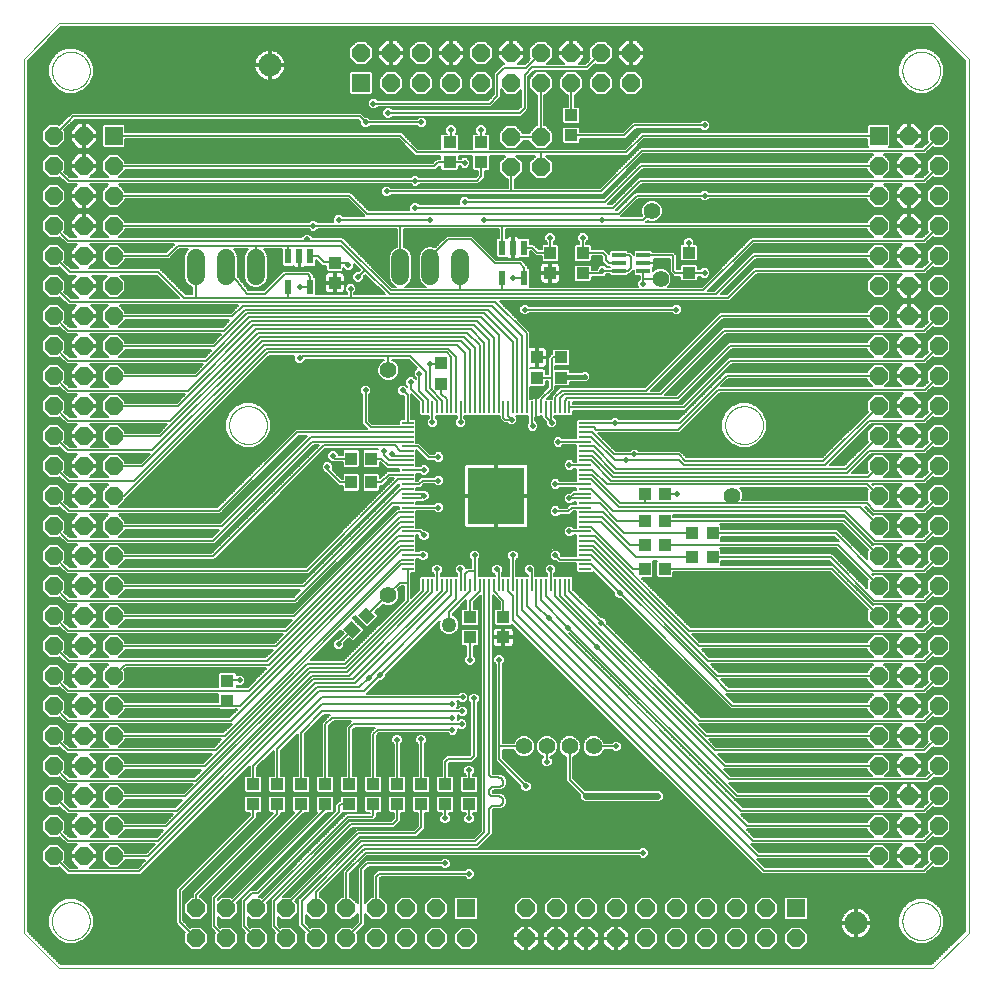
<source format=gtl>
G75*
%MOIN*%
%OFA0B0*%
%FSLAX25Y25*%
%IPPOS*%
%LPD*%
%AMOC8*
5,1,8,0,0,1.08239X$1,22.5*
%
%ADD10R,0.18898X0.18898*%
%ADD11R,0.03937X0.00709*%
%ADD12R,0.00709X0.03937*%
%ADD13R,0.06000X0.06000*%
%ADD14OC8,0.06000*%
%ADD15R,0.04600X0.01400*%
%ADD16R,0.04331X0.03937*%
%ADD17R,0.03937X0.04331*%
%ADD18C,0.05000*%
%ADD19C,0.00000*%
%ADD20C,0.06000*%
%ADD21R,0.02200X0.05000*%
%ADD22C,0.07600*%
%ADD23C,0.05512*%
%ADD24C,0.00600*%
%ADD25C,0.02000*%
%ADD26R,0.03543X0.03543*%
%ADD27C,0.02400*%
%ADD28C,0.01600*%
D10*
X0192520Y0167080D03*
D11*
X0222047Y0166293D03*
X0222047Y0167868D03*
X0222047Y0169443D03*
X0222047Y0171017D03*
X0222047Y0172592D03*
X0222047Y0174167D03*
X0222047Y0175742D03*
X0222047Y0177317D03*
X0222047Y0178891D03*
X0222047Y0180466D03*
X0222047Y0182041D03*
X0222047Y0183616D03*
X0222047Y0185191D03*
X0222047Y0186765D03*
X0222047Y0188340D03*
X0222047Y0189915D03*
X0222047Y0191490D03*
X0222047Y0164718D03*
X0222047Y0163143D03*
X0222047Y0161569D03*
X0222047Y0159994D03*
X0222047Y0158419D03*
X0222047Y0156844D03*
X0222047Y0155269D03*
X0222047Y0153694D03*
X0222047Y0152120D03*
X0222047Y0150545D03*
X0222047Y0148970D03*
X0222047Y0147395D03*
X0222047Y0145820D03*
X0222047Y0144246D03*
X0222047Y0142671D03*
X0162992Y0142671D03*
X0162992Y0144246D03*
X0162992Y0145820D03*
X0162992Y0147395D03*
X0162992Y0148970D03*
X0162992Y0150545D03*
X0162992Y0152120D03*
X0162992Y0153694D03*
X0162992Y0155269D03*
X0162992Y0156844D03*
X0162992Y0158419D03*
X0162992Y0159994D03*
X0162992Y0161569D03*
X0162992Y0163143D03*
X0162992Y0164718D03*
X0162992Y0166293D03*
X0162992Y0167868D03*
X0162992Y0169443D03*
X0162992Y0171017D03*
X0162992Y0172592D03*
X0162992Y0174167D03*
X0162992Y0175742D03*
X0162992Y0177317D03*
X0162992Y0178891D03*
X0162992Y0180466D03*
X0162992Y0182041D03*
X0162992Y0183616D03*
X0162992Y0185191D03*
X0162992Y0186765D03*
X0162992Y0188340D03*
X0162992Y0189915D03*
X0162992Y0191490D03*
D12*
X0168110Y0196608D03*
X0169685Y0196608D03*
X0171260Y0196608D03*
X0172835Y0196608D03*
X0174409Y0196608D03*
X0175984Y0196608D03*
X0177559Y0196608D03*
X0179134Y0196608D03*
X0180709Y0196608D03*
X0182283Y0196608D03*
X0183858Y0196608D03*
X0185433Y0196608D03*
X0187008Y0196608D03*
X0188583Y0196608D03*
X0190157Y0196608D03*
X0191732Y0196608D03*
X0193307Y0196608D03*
X0194882Y0196608D03*
X0196457Y0196608D03*
X0198031Y0196608D03*
X0199606Y0196608D03*
X0201181Y0196608D03*
X0202756Y0196608D03*
X0204331Y0196608D03*
X0205906Y0196608D03*
X0207480Y0196608D03*
X0209055Y0196608D03*
X0210630Y0196608D03*
X0212205Y0196608D03*
X0213780Y0196608D03*
X0215354Y0196608D03*
X0216929Y0196608D03*
X0216929Y0137553D03*
X0215354Y0137553D03*
X0213780Y0137553D03*
X0212205Y0137553D03*
X0210630Y0137553D03*
X0209055Y0137553D03*
X0207480Y0137553D03*
X0205906Y0137553D03*
X0204331Y0137553D03*
X0202756Y0137553D03*
X0201181Y0137553D03*
X0199606Y0137553D03*
X0198031Y0137553D03*
X0196457Y0137553D03*
X0194882Y0137553D03*
X0193307Y0137553D03*
X0191732Y0137553D03*
X0190157Y0137553D03*
X0188583Y0137553D03*
X0187008Y0137553D03*
X0185433Y0137553D03*
X0183858Y0137553D03*
X0182283Y0137553D03*
X0180709Y0137553D03*
X0179134Y0137553D03*
X0177559Y0137553D03*
X0175984Y0137553D03*
X0174409Y0137553D03*
X0172835Y0137553D03*
X0171260Y0137553D03*
X0169685Y0137553D03*
X0168110Y0137553D03*
D13*
X0182500Y0029561D03*
X0292500Y0029561D03*
X0320000Y0287100D03*
X0147520Y0304710D03*
X0065000Y0287100D03*
D14*
X0055000Y0287100D03*
X0055000Y0277100D03*
X0065000Y0277100D03*
X0065000Y0267100D03*
X0055000Y0267100D03*
X0055000Y0257100D03*
X0065000Y0257100D03*
X0065000Y0247100D03*
X0055000Y0247100D03*
X0055000Y0237100D03*
X0065000Y0237100D03*
X0065000Y0227100D03*
X0055000Y0227100D03*
X0055000Y0217100D03*
X0065000Y0217100D03*
X0065000Y0207100D03*
X0055000Y0207100D03*
X0055000Y0197100D03*
X0065000Y0197100D03*
X0065000Y0187100D03*
X0055000Y0187100D03*
X0055000Y0177100D03*
X0065000Y0177100D03*
X0065000Y0167100D03*
X0055000Y0167100D03*
X0055000Y0157100D03*
X0065000Y0157100D03*
X0065000Y0147100D03*
X0055000Y0147100D03*
X0055000Y0137100D03*
X0065000Y0137100D03*
X0065000Y0127100D03*
X0055000Y0127100D03*
X0055000Y0117100D03*
X0065000Y0117100D03*
X0065000Y0107100D03*
X0055000Y0107100D03*
X0055000Y0097100D03*
X0065000Y0097100D03*
X0065000Y0087100D03*
X0055000Y0087100D03*
X0055000Y0077100D03*
X0065000Y0077100D03*
X0065000Y0067100D03*
X0055000Y0067100D03*
X0055000Y0057100D03*
X0055000Y0047100D03*
X0065000Y0047100D03*
X0065000Y0057100D03*
X0045000Y0057100D03*
X0045000Y0047100D03*
X0045000Y0067100D03*
X0045000Y0077100D03*
X0045000Y0087100D03*
X0045000Y0097100D03*
X0045000Y0107100D03*
X0045000Y0117100D03*
X0045000Y0127100D03*
X0045000Y0137100D03*
X0045000Y0147100D03*
X0045000Y0157100D03*
X0045000Y0167100D03*
X0045000Y0177100D03*
X0045000Y0187100D03*
X0045000Y0197100D03*
X0045000Y0207100D03*
X0045000Y0217100D03*
X0045000Y0227100D03*
X0045000Y0237100D03*
X0045000Y0247100D03*
X0045000Y0257100D03*
X0045000Y0267100D03*
X0045000Y0277100D03*
X0045000Y0287100D03*
X0147520Y0314710D03*
X0157520Y0314710D03*
X0167520Y0314710D03*
X0177520Y0314710D03*
X0187520Y0314710D03*
X0197520Y0314710D03*
X0207520Y0314710D03*
X0217520Y0314710D03*
X0227520Y0314710D03*
X0237520Y0314710D03*
X0237520Y0304710D03*
X0227520Y0304710D03*
X0217520Y0304710D03*
X0207520Y0304710D03*
X0197520Y0304710D03*
X0187520Y0304710D03*
X0177520Y0304710D03*
X0167520Y0304710D03*
X0157520Y0304710D03*
X0197420Y0286700D03*
X0207420Y0286700D03*
X0207420Y0276700D03*
X0197420Y0276700D03*
X0320000Y0277100D03*
X0330000Y0277100D03*
X0330000Y0267100D03*
X0320000Y0267100D03*
X0320000Y0257100D03*
X0330000Y0257100D03*
X0330000Y0247100D03*
X0320000Y0247100D03*
X0320000Y0237100D03*
X0330000Y0237100D03*
X0330000Y0227100D03*
X0320000Y0227100D03*
X0320000Y0217100D03*
X0330000Y0217100D03*
X0330000Y0207100D03*
X0320000Y0207100D03*
X0320000Y0197100D03*
X0330000Y0197100D03*
X0330000Y0187100D03*
X0320000Y0187100D03*
X0320000Y0177100D03*
X0330000Y0177100D03*
X0330000Y0167100D03*
X0320000Y0167100D03*
X0320000Y0157100D03*
X0330000Y0157100D03*
X0330000Y0147100D03*
X0320000Y0147100D03*
X0320000Y0137100D03*
X0330000Y0137100D03*
X0330000Y0127100D03*
X0320000Y0127100D03*
X0320000Y0117100D03*
X0330000Y0117100D03*
X0330000Y0107100D03*
X0320000Y0107100D03*
X0320000Y0097100D03*
X0330000Y0097100D03*
X0330000Y0087100D03*
X0320000Y0087100D03*
X0320000Y0077100D03*
X0330000Y0077100D03*
X0330000Y0067100D03*
X0320000Y0067100D03*
X0320000Y0057100D03*
X0320000Y0047100D03*
X0330000Y0047100D03*
X0330000Y0057100D03*
X0340000Y0057100D03*
X0340000Y0047100D03*
X0340000Y0067100D03*
X0340000Y0077100D03*
X0340000Y0087100D03*
X0340000Y0097100D03*
X0340000Y0107100D03*
X0340000Y0117100D03*
X0340000Y0127100D03*
X0340000Y0137100D03*
X0340000Y0147100D03*
X0340000Y0157100D03*
X0340000Y0167100D03*
X0340000Y0177100D03*
X0340000Y0187100D03*
X0340000Y0197100D03*
X0340000Y0207100D03*
X0340000Y0217100D03*
X0340000Y0227100D03*
X0340000Y0237100D03*
X0340000Y0247100D03*
X0340000Y0257100D03*
X0340000Y0267100D03*
X0340000Y0277100D03*
X0340000Y0287100D03*
X0330000Y0287100D03*
X0282500Y0029561D03*
X0272500Y0029561D03*
X0262500Y0029561D03*
X0252500Y0029561D03*
X0242500Y0029561D03*
X0232500Y0029561D03*
X0222500Y0029561D03*
X0212500Y0029561D03*
X0202500Y0029561D03*
X0202500Y0019561D03*
X0212500Y0019561D03*
X0222500Y0019561D03*
X0232500Y0019561D03*
X0242500Y0019561D03*
X0252500Y0019561D03*
X0262500Y0019561D03*
X0272500Y0019561D03*
X0282500Y0019561D03*
X0292500Y0019561D03*
X0182500Y0019561D03*
X0172500Y0019561D03*
X0162500Y0019561D03*
X0162500Y0029561D03*
X0172500Y0029561D03*
X0152500Y0029561D03*
X0142500Y0029561D03*
X0132500Y0029561D03*
X0122500Y0029561D03*
X0112500Y0029561D03*
X0102500Y0029561D03*
X0092500Y0029561D03*
X0092500Y0019561D03*
X0102500Y0019561D03*
X0112500Y0019561D03*
X0122500Y0019561D03*
X0132500Y0019561D03*
X0142500Y0019561D03*
X0152500Y0019561D03*
D15*
X0233371Y0242100D03*
X0233371Y0244700D03*
X0233371Y0247300D03*
X0241571Y0247300D03*
X0241571Y0244700D03*
X0241571Y0242100D03*
D16*
X0256700Y0241454D03*
X0256700Y0248146D03*
X0221400Y0248046D03*
X0221400Y0241354D03*
X0214155Y0213243D03*
X0214155Y0206550D03*
X0174200Y0204554D03*
X0174200Y0211246D03*
X0177000Y0278254D03*
X0177000Y0284946D03*
X0187500Y0284946D03*
X0187500Y0278254D03*
X0217500Y0287254D03*
X0217500Y0293946D03*
X0194900Y0126646D03*
X0194900Y0119954D03*
X0183800Y0119954D03*
X0183800Y0126646D03*
X0183500Y0070946D03*
X0183500Y0064254D03*
X0175500Y0064254D03*
X0175500Y0070946D03*
X0167500Y0070946D03*
X0167500Y0064254D03*
X0159500Y0064254D03*
X0159500Y0070946D03*
X0151500Y0070946D03*
X0151500Y0064254D03*
X0143500Y0064254D03*
X0143500Y0070946D03*
X0135500Y0070946D03*
X0135500Y0064254D03*
X0127500Y0064254D03*
X0127500Y0070946D03*
X0119500Y0070946D03*
X0119500Y0064254D03*
X0111500Y0064254D03*
X0111500Y0070946D03*
X0102900Y0098754D03*
X0102900Y0105446D03*
D17*
G36*
X0147456Y0122295D02*
X0144673Y0119512D01*
X0141612Y0122573D01*
X0144395Y0125356D01*
X0147456Y0122295D01*
G37*
G36*
X0152188Y0127027D02*
X0149405Y0124244D01*
X0146344Y0127305D01*
X0149127Y0130088D01*
X0152188Y0127027D01*
G37*
X0150946Y0171600D03*
X0144254Y0171600D03*
X0144257Y0179555D03*
X0150950Y0179555D03*
X0206155Y0206550D03*
X0206155Y0213243D03*
X0210500Y0241354D03*
X0210500Y0248046D03*
X0138700Y0244846D03*
X0138700Y0238154D03*
X0242054Y0167800D03*
X0248746Y0167800D03*
X0248746Y0158800D03*
X0242054Y0158800D03*
X0242054Y0150800D03*
X0248746Y0150800D03*
X0248746Y0142800D03*
X0242054Y0142800D03*
X0257954Y0146700D03*
X0264646Y0146700D03*
X0264646Y0154700D03*
X0257954Y0154700D03*
D18*
X0176771Y0124129D03*
D19*
X0046811Y0009600D02*
X0035000Y0021411D01*
X0035000Y0312750D01*
X0046811Y0324561D01*
X0338150Y0324561D01*
X0349961Y0312750D01*
X0349961Y0021411D01*
X0338150Y0009600D01*
X0046811Y0009600D01*
X0044449Y0025348D02*
X0044451Y0025506D01*
X0044457Y0025664D01*
X0044467Y0025822D01*
X0044481Y0025980D01*
X0044499Y0026137D01*
X0044520Y0026294D01*
X0044546Y0026450D01*
X0044576Y0026606D01*
X0044609Y0026761D01*
X0044647Y0026914D01*
X0044688Y0027067D01*
X0044733Y0027219D01*
X0044782Y0027370D01*
X0044835Y0027519D01*
X0044891Y0027667D01*
X0044951Y0027813D01*
X0045015Y0027958D01*
X0045083Y0028101D01*
X0045154Y0028243D01*
X0045228Y0028383D01*
X0045306Y0028520D01*
X0045388Y0028656D01*
X0045472Y0028790D01*
X0045561Y0028921D01*
X0045652Y0029050D01*
X0045747Y0029177D01*
X0045844Y0029302D01*
X0045945Y0029424D01*
X0046049Y0029543D01*
X0046156Y0029660D01*
X0046266Y0029774D01*
X0046379Y0029885D01*
X0046494Y0029994D01*
X0046612Y0030099D01*
X0046733Y0030201D01*
X0046856Y0030301D01*
X0046982Y0030397D01*
X0047110Y0030490D01*
X0047240Y0030580D01*
X0047373Y0030666D01*
X0047508Y0030750D01*
X0047644Y0030829D01*
X0047783Y0030906D01*
X0047924Y0030978D01*
X0048066Y0031048D01*
X0048210Y0031113D01*
X0048356Y0031175D01*
X0048503Y0031233D01*
X0048652Y0031288D01*
X0048802Y0031339D01*
X0048953Y0031386D01*
X0049105Y0031429D01*
X0049258Y0031468D01*
X0049413Y0031504D01*
X0049568Y0031535D01*
X0049724Y0031563D01*
X0049880Y0031587D01*
X0050037Y0031607D01*
X0050195Y0031623D01*
X0050352Y0031635D01*
X0050511Y0031643D01*
X0050669Y0031647D01*
X0050827Y0031647D01*
X0050985Y0031643D01*
X0051144Y0031635D01*
X0051301Y0031623D01*
X0051459Y0031607D01*
X0051616Y0031587D01*
X0051772Y0031563D01*
X0051928Y0031535D01*
X0052083Y0031504D01*
X0052238Y0031468D01*
X0052391Y0031429D01*
X0052543Y0031386D01*
X0052694Y0031339D01*
X0052844Y0031288D01*
X0052993Y0031233D01*
X0053140Y0031175D01*
X0053286Y0031113D01*
X0053430Y0031048D01*
X0053572Y0030978D01*
X0053713Y0030906D01*
X0053852Y0030829D01*
X0053988Y0030750D01*
X0054123Y0030666D01*
X0054256Y0030580D01*
X0054386Y0030490D01*
X0054514Y0030397D01*
X0054640Y0030301D01*
X0054763Y0030201D01*
X0054884Y0030099D01*
X0055002Y0029994D01*
X0055117Y0029885D01*
X0055230Y0029774D01*
X0055340Y0029660D01*
X0055447Y0029543D01*
X0055551Y0029424D01*
X0055652Y0029302D01*
X0055749Y0029177D01*
X0055844Y0029050D01*
X0055935Y0028921D01*
X0056024Y0028790D01*
X0056108Y0028656D01*
X0056190Y0028520D01*
X0056268Y0028383D01*
X0056342Y0028243D01*
X0056413Y0028101D01*
X0056481Y0027958D01*
X0056545Y0027813D01*
X0056605Y0027667D01*
X0056661Y0027519D01*
X0056714Y0027370D01*
X0056763Y0027219D01*
X0056808Y0027067D01*
X0056849Y0026914D01*
X0056887Y0026761D01*
X0056920Y0026606D01*
X0056950Y0026450D01*
X0056976Y0026294D01*
X0056997Y0026137D01*
X0057015Y0025980D01*
X0057029Y0025822D01*
X0057039Y0025664D01*
X0057045Y0025506D01*
X0057047Y0025348D01*
X0057045Y0025190D01*
X0057039Y0025032D01*
X0057029Y0024874D01*
X0057015Y0024716D01*
X0056997Y0024559D01*
X0056976Y0024402D01*
X0056950Y0024246D01*
X0056920Y0024090D01*
X0056887Y0023935D01*
X0056849Y0023782D01*
X0056808Y0023629D01*
X0056763Y0023477D01*
X0056714Y0023326D01*
X0056661Y0023177D01*
X0056605Y0023029D01*
X0056545Y0022883D01*
X0056481Y0022738D01*
X0056413Y0022595D01*
X0056342Y0022453D01*
X0056268Y0022313D01*
X0056190Y0022176D01*
X0056108Y0022040D01*
X0056024Y0021906D01*
X0055935Y0021775D01*
X0055844Y0021646D01*
X0055749Y0021519D01*
X0055652Y0021394D01*
X0055551Y0021272D01*
X0055447Y0021153D01*
X0055340Y0021036D01*
X0055230Y0020922D01*
X0055117Y0020811D01*
X0055002Y0020702D01*
X0054884Y0020597D01*
X0054763Y0020495D01*
X0054640Y0020395D01*
X0054514Y0020299D01*
X0054386Y0020206D01*
X0054256Y0020116D01*
X0054123Y0020030D01*
X0053988Y0019946D01*
X0053852Y0019867D01*
X0053713Y0019790D01*
X0053572Y0019718D01*
X0053430Y0019648D01*
X0053286Y0019583D01*
X0053140Y0019521D01*
X0052993Y0019463D01*
X0052844Y0019408D01*
X0052694Y0019357D01*
X0052543Y0019310D01*
X0052391Y0019267D01*
X0052238Y0019228D01*
X0052083Y0019192D01*
X0051928Y0019161D01*
X0051772Y0019133D01*
X0051616Y0019109D01*
X0051459Y0019089D01*
X0051301Y0019073D01*
X0051144Y0019061D01*
X0050985Y0019053D01*
X0050827Y0019049D01*
X0050669Y0019049D01*
X0050511Y0019053D01*
X0050352Y0019061D01*
X0050195Y0019073D01*
X0050037Y0019089D01*
X0049880Y0019109D01*
X0049724Y0019133D01*
X0049568Y0019161D01*
X0049413Y0019192D01*
X0049258Y0019228D01*
X0049105Y0019267D01*
X0048953Y0019310D01*
X0048802Y0019357D01*
X0048652Y0019408D01*
X0048503Y0019463D01*
X0048356Y0019521D01*
X0048210Y0019583D01*
X0048066Y0019648D01*
X0047924Y0019718D01*
X0047783Y0019790D01*
X0047644Y0019867D01*
X0047508Y0019946D01*
X0047373Y0020030D01*
X0047240Y0020116D01*
X0047110Y0020206D01*
X0046982Y0020299D01*
X0046856Y0020395D01*
X0046733Y0020495D01*
X0046612Y0020597D01*
X0046494Y0020702D01*
X0046379Y0020811D01*
X0046266Y0020922D01*
X0046156Y0021036D01*
X0046049Y0021153D01*
X0045945Y0021272D01*
X0045844Y0021394D01*
X0045747Y0021519D01*
X0045652Y0021646D01*
X0045561Y0021775D01*
X0045472Y0021906D01*
X0045388Y0022040D01*
X0045306Y0022176D01*
X0045228Y0022313D01*
X0045154Y0022453D01*
X0045083Y0022595D01*
X0045015Y0022738D01*
X0044951Y0022883D01*
X0044891Y0023029D01*
X0044835Y0023177D01*
X0044782Y0023326D01*
X0044733Y0023477D01*
X0044688Y0023629D01*
X0044647Y0023782D01*
X0044609Y0023935D01*
X0044576Y0024090D01*
X0044546Y0024246D01*
X0044520Y0024402D01*
X0044499Y0024559D01*
X0044481Y0024716D01*
X0044467Y0024874D01*
X0044457Y0025032D01*
X0044451Y0025190D01*
X0044449Y0025348D01*
X0103504Y0190702D02*
X0103506Y0190860D01*
X0103512Y0191018D01*
X0103522Y0191176D01*
X0103536Y0191334D01*
X0103554Y0191491D01*
X0103575Y0191648D01*
X0103601Y0191804D01*
X0103631Y0191960D01*
X0103664Y0192115D01*
X0103702Y0192268D01*
X0103743Y0192421D01*
X0103788Y0192573D01*
X0103837Y0192724D01*
X0103890Y0192873D01*
X0103946Y0193021D01*
X0104006Y0193167D01*
X0104070Y0193312D01*
X0104138Y0193455D01*
X0104209Y0193597D01*
X0104283Y0193737D01*
X0104361Y0193874D01*
X0104443Y0194010D01*
X0104527Y0194144D01*
X0104616Y0194275D01*
X0104707Y0194404D01*
X0104802Y0194531D01*
X0104899Y0194656D01*
X0105000Y0194778D01*
X0105104Y0194897D01*
X0105211Y0195014D01*
X0105321Y0195128D01*
X0105434Y0195239D01*
X0105549Y0195348D01*
X0105667Y0195453D01*
X0105788Y0195555D01*
X0105911Y0195655D01*
X0106037Y0195751D01*
X0106165Y0195844D01*
X0106295Y0195934D01*
X0106428Y0196020D01*
X0106563Y0196104D01*
X0106699Y0196183D01*
X0106838Y0196260D01*
X0106979Y0196332D01*
X0107121Y0196402D01*
X0107265Y0196467D01*
X0107411Y0196529D01*
X0107558Y0196587D01*
X0107707Y0196642D01*
X0107857Y0196693D01*
X0108008Y0196740D01*
X0108160Y0196783D01*
X0108313Y0196822D01*
X0108468Y0196858D01*
X0108623Y0196889D01*
X0108779Y0196917D01*
X0108935Y0196941D01*
X0109092Y0196961D01*
X0109250Y0196977D01*
X0109407Y0196989D01*
X0109566Y0196997D01*
X0109724Y0197001D01*
X0109882Y0197001D01*
X0110040Y0196997D01*
X0110199Y0196989D01*
X0110356Y0196977D01*
X0110514Y0196961D01*
X0110671Y0196941D01*
X0110827Y0196917D01*
X0110983Y0196889D01*
X0111138Y0196858D01*
X0111293Y0196822D01*
X0111446Y0196783D01*
X0111598Y0196740D01*
X0111749Y0196693D01*
X0111899Y0196642D01*
X0112048Y0196587D01*
X0112195Y0196529D01*
X0112341Y0196467D01*
X0112485Y0196402D01*
X0112627Y0196332D01*
X0112768Y0196260D01*
X0112907Y0196183D01*
X0113043Y0196104D01*
X0113178Y0196020D01*
X0113311Y0195934D01*
X0113441Y0195844D01*
X0113569Y0195751D01*
X0113695Y0195655D01*
X0113818Y0195555D01*
X0113939Y0195453D01*
X0114057Y0195348D01*
X0114172Y0195239D01*
X0114285Y0195128D01*
X0114395Y0195014D01*
X0114502Y0194897D01*
X0114606Y0194778D01*
X0114707Y0194656D01*
X0114804Y0194531D01*
X0114899Y0194404D01*
X0114990Y0194275D01*
X0115079Y0194144D01*
X0115163Y0194010D01*
X0115245Y0193874D01*
X0115323Y0193737D01*
X0115397Y0193597D01*
X0115468Y0193455D01*
X0115536Y0193312D01*
X0115600Y0193167D01*
X0115660Y0193021D01*
X0115716Y0192873D01*
X0115769Y0192724D01*
X0115818Y0192573D01*
X0115863Y0192421D01*
X0115904Y0192268D01*
X0115942Y0192115D01*
X0115975Y0191960D01*
X0116005Y0191804D01*
X0116031Y0191648D01*
X0116052Y0191491D01*
X0116070Y0191334D01*
X0116084Y0191176D01*
X0116094Y0191018D01*
X0116100Y0190860D01*
X0116102Y0190702D01*
X0116100Y0190544D01*
X0116094Y0190386D01*
X0116084Y0190228D01*
X0116070Y0190070D01*
X0116052Y0189913D01*
X0116031Y0189756D01*
X0116005Y0189600D01*
X0115975Y0189444D01*
X0115942Y0189289D01*
X0115904Y0189136D01*
X0115863Y0188983D01*
X0115818Y0188831D01*
X0115769Y0188680D01*
X0115716Y0188531D01*
X0115660Y0188383D01*
X0115600Y0188237D01*
X0115536Y0188092D01*
X0115468Y0187949D01*
X0115397Y0187807D01*
X0115323Y0187667D01*
X0115245Y0187530D01*
X0115163Y0187394D01*
X0115079Y0187260D01*
X0114990Y0187129D01*
X0114899Y0187000D01*
X0114804Y0186873D01*
X0114707Y0186748D01*
X0114606Y0186626D01*
X0114502Y0186507D01*
X0114395Y0186390D01*
X0114285Y0186276D01*
X0114172Y0186165D01*
X0114057Y0186056D01*
X0113939Y0185951D01*
X0113818Y0185849D01*
X0113695Y0185749D01*
X0113569Y0185653D01*
X0113441Y0185560D01*
X0113311Y0185470D01*
X0113178Y0185384D01*
X0113043Y0185300D01*
X0112907Y0185221D01*
X0112768Y0185144D01*
X0112627Y0185072D01*
X0112485Y0185002D01*
X0112341Y0184937D01*
X0112195Y0184875D01*
X0112048Y0184817D01*
X0111899Y0184762D01*
X0111749Y0184711D01*
X0111598Y0184664D01*
X0111446Y0184621D01*
X0111293Y0184582D01*
X0111138Y0184546D01*
X0110983Y0184515D01*
X0110827Y0184487D01*
X0110671Y0184463D01*
X0110514Y0184443D01*
X0110356Y0184427D01*
X0110199Y0184415D01*
X0110040Y0184407D01*
X0109882Y0184403D01*
X0109724Y0184403D01*
X0109566Y0184407D01*
X0109407Y0184415D01*
X0109250Y0184427D01*
X0109092Y0184443D01*
X0108935Y0184463D01*
X0108779Y0184487D01*
X0108623Y0184515D01*
X0108468Y0184546D01*
X0108313Y0184582D01*
X0108160Y0184621D01*
X0108008Y0184664D01*
X0107857Y0184711D01*
X0107707Y0184762D01*
X0107558Y0184817D01*
X0107411Y0184875D01*
X0107265Y0184937D01*
X0107121Y0185002D01*
X0106979Y0185072D01*
X0106838Y0185144D01*
X0106699Y0185221D01*
X0106563Y0185300D01*
X0106428Y0185384D01*
X0106295Y0185470D01*
X0106165Y0185560D01*
X0106037Y0185653D01*
X0105911Y0185749D01*
X0105788Y0185849D01*
X0105667Y0185951D01*
X0105549Y0186056D01*
X0105434Y0186165D01*
X0105321Y0186276D01*
X0105211Y0186390D01*
X0105104Y0186507D01*
X0105000Y0186626D01*
X0104899Y0186748D01*
X0104802Y0186873D01*
X0104707Y0187000D01*
X0104616Y0187129D01*
X0104527Y0187260D01*
X0104443Y0187394D01*
X0104361Y0187530D01*
X0104283Y0187667D01*
X0104209Y0187807D01*
X0104138Y0187949D01*
X0104070Y0188092D01*
X0104006Y0188237D01*
X0103946Y0188383D01*
X0103890Y0188531D01*
X0103837Y0188680D01*
X0103788Y0188831D01*
X0103743Y0188983D01*
X0103702Y0189136D01*
X0103664Y0189289D01*
X0103631Y0189444D01*
X0103601Y0189600D01*
X0103575Y0189756D01*
X0103554Y0189913D01*
X0103536Y0190070D01*
X0103522Y0190228D01*
X0103512Y0190386D01*
X0103506Y0190544D01*
X0103504Y0190702D01*
X0044449Y0308813D02*
X0044451Y0308971D01*
X0044457Y0309129D01*
X0044467Y0309287D01*
X0044481Y0309445D01*
X0044499Y0309602D01*
X0044520Y0309759D01*
X0044546Y0309915D01*
X0044576Y0310071D01*
X0044609Y0310226D01*
X0044647Y0310379D01*
X0044688Y0310532D01*
X0044733Y0310684D01*
X0044782Y0310835D01*
X0044835Y0310984D01*
X0044891Y0311132D01*
X0044951Y0311278D01*
X0045015Y0311423D01*
X0045083Y0311566D01*
X0045154Y0311708D01*
X0045228Y0311848D01*
X0045306Y0311985D01*
X0045388Y0312121D01*
X0045472Y0312255D01*
X0045561Y0312386D01*
X0045652Y0312515D01*
X0045747Y0312642D01*
X0045844Y0312767D01*
X0045945Y0312889D01*
X0046049Y0313008D01*
X0046156Y0313125D01*
X0046266Y0313239D01*
X0046379Y0313350D01*
X0046494Y0313459D01*
X0046612Y0313564D01*
X0046733Y0313666D01*
X0046856Y0313766D01*
X0046982Y0313862D01*
X0047110Y0313955D01*
X0047240Y0314045D01*
X0047373Y0314131D01*
X0047508Y0314215D01*
X0047644Y0314294D01*
X0047783Y0314371D01*
X0047924Y0314443D01*
X0048066Y0314513D01*
X0048210Y0314578D01*
X0048356Y0314640D01*
X0048503Y0314698D01*
X0048652Y0314753D01*
X0048802Y0314804D01*
X0048953Y0314851D01*
X0049105Y0314894D01*
X0049258Y0314933D01*
X0049413Y0314969D01*
X0049568Y0315000D01*
X0049724Y0315028D01*
X0049880Y0315052D01*
X0050037Y0315072D01*
X0050195Y0315088D01*
X0050352Y0315100D01*
X0050511Y0315108D01*
X0050669Y0315112D01*
X0050827Y0315112D01*
X0050985Y0315108D01*
X0051144Y0315100D01*
X0051301Y0315088D01*
X0051459Y0315072D01*
X0051616Y0315052D01*
X0051772Y0315028D01*
X0051928Y0315000D01*
X0052083Y0314969D01*
X0052238Y0314933D01*
X0052391Y0314894D01*
X0052543Y0314851D01*
X0052694Y0314804D01*
X0052844Y0314753D01*
X0052993Y0314698D01*
X0053140Y0314640D01*
X0053286Y0314578D01*
X0053430Y0314513D01*
X0053572Y0314443D01*
X0053713Y0314371D01*
X0053852Y0314294D01*
X0053988Y0314215D01*
X0054123Y0314131D01*
X0054256Y0314045D01*
X0054386Y0313955D01*
X0054514Y0313862D01*
X0054640Y0313766D01*
X0054763Y0313666D01*
X0054884Y0313564D01*
X0055002Y0313459D01*
X0055117Y0313350D01*
X0055230Y0313239D01*
X0055340Y0313125D01*
X0055447Y0313008D01*
X0055551Y0312889D01*
X0055652Y0312767D01*
X0055749Y0312642D01*
X0055844Y0312515D01*
X0055935Y0312386D01*
X0056024Y0312255D01*
X0056108Y0312121D01*
X0056190Y0311985D01*
X0056268Y0311848D01*
X0056342Y0311708D01*
X0056413Y0311566D01*
X0056481Y0311423D01*
X0056545Y0311278D01*
X0056605Y0311132D01*
X0056661Y0310984D01*
X0056714Y0310835D01*
X0056763Y0310684D01*
X0056808Y0310532D01*
X0056849Y0310379D01*
X0056887Y0310226D01*
X0056920Y0310071D01*
X0056950Y0309915D01*
X0056976Y0309759D01*
X0056997Y0309602D01*
X0057015Y0309445D01*
X0057029Y0309287D01*
X0057039Y0309129D01*
X0057045Y0308971D01*
X0057047Y0308813D01*
X0057045Y0308655D01*
X0057039Y0308497D01*
X0057029Y0308339D01*
X0057015Y0308181D01*
X0056997Y0308024D01*
X0056976Y0307867D01*
X0056950Y0307711D01*
X0056920Y0307555D01*
X0056887Y0307400D01*
X0056849Y0307247D01*
X0056808Y0307094D01*
X0056763Y0306942D01*
X0056714Y0306791D01*
X0056661Y0306642D01*
X0056605Y0306494D01*
X0056545Y0306348D01*
X0056481Y0306203D01*
X0056413Y0306060D01*
X0056342Y0305918D01*
X0056268Y0305778D01*
X0056190Y0305641D01*
X0056108Y0305505D01*
X0056024Y0305371D01*
X0055935Y0305240D01*
X0055844Y0305111D01*
X0055749Y0304984D01*
X0055652Y0304859D01*
X0055551Y0304737D01*
X0055447Y0304618D01*
X0055340Y0304501D01*
X0055230Y0304387D01*
X0055117Y0304276D01*
X0055002Y0304167D01*
X0054884Y0304062D01*
X0054763Y0303960D01*
X0054640Y0303860D01*
X0054514Y0303764D01*
X0054386Y0303671D01*
X0054256Y0303581D01*
X0054123Y0303495D01*
X0053988Y0303411D01*
X0053852Y0303332D01*
X0053713Y0303255D01*
X0053572Y0303183D01*
X0053430Y0303113D01*
X0053286Y0303048D01*
X0053140Y0302986D01*
X0052993Y0302928D01*
X0052844Y0302873D01*
X0052694Y0302822D01*
X0052543Y0302775D01*
X0052391Y0302732D01*
X0052238Y0302693D01*
X0052083Y0302657D01*
X0051928Y0302626D01*
X0051772Y0302598D01*
X0051616Y0302574D01*
X0051459Y0302554D01*
X0051301Y0302538D01*
X0051144Y0302526D01*
X0050985Y0302518D01*
X0050827Y0302514D01*
X0050669Y0302514D01*
X0050511Y0302518D01*
X0050352Y0302526D01*
X0050195Y0302538D01*
X0050037Y0302554D01*
X0049880Y0302574D01*
X0049724Y0302598D01*
X0049568Y0302626D01*
X0049413Y0302657D01*
X0049258Y0302693D01*
X0049105Y0302732D01*
X0048953Y0302775D01*
X0048802Y0302822D01*
X0048652Y0302873D01*
X0048503Y0302928D01*
X0048356Y0302986D01*
X0048210Y0303048D01*
X0048066Y0303113D01*
X0047924Y0303183D01*
X0047783Y0303255D01*
X0047644Y0303332D01*
X0047508Y0303411D01*
X0047373Y0303495D01*
X0047240Y0303581D01*
X0047110Y0303671D01*
X0046982Y0303764D01*
X0046856Y0303860D01*
X0046733Y0303960D01*
X0046612Y0304062D01*
X0046494Y0304167D01*
X0046379Y0304276D01*
X0046266Y0304387D01*
X0046156Y0304501D01*
X0046049Y0304618D01*
X0045945Y0304737D01*
X0045844Y0304859D01*
X0045747Y0304984D01*
X0045652Y0305111D01*
X0045561Y0305240D01*
X0045472Y0305371D01*
X0045388Y0305505D01*
X0045306Y0305641D01*
X0045228Y0305778D01*
X0045154Y0305918D01*
X0045083Y0306060D01*
X0045015Y0306203D01*
X0044951Y0306348D01*
X0044891Y0306494D01*
X0044835Y0306642D01*
X0044782Y0306791D01*
X0044733Y0306942D01*
X0044688Y0307094D01*
X0044647Y0307247D01*
X0044609Y0307400D01*
X0044576Y0307555D01*
X0044546Y0307711D01*
X0044520Y0307867D01*
X0044499Y0308024D01*
X0044481Y0308181D01*
X0044467Y0308339D01*
X0044457Y0308497D01*
X0044451Y0308655D01*
X0044449Y0308813D01*
X0268858Y0190702D02*
X0268860Y0190860D01*
X0268866Y0191018D01*
X0268876Y0191176D01*
X0268890Y0191334D01*
X0268908Y0191491D01*
X0268929Y0191648D01*
X0268955Y0191804D01*
X0268985Y0191960D01*
X0269018Y0192115D01*
X0269056Y0192268D01*
X0269097Y0192421D01*
X0269142Y0192573D01*
X0269191Y0192724D01*
X0269244Y0192873D01*
X0269300Y0193021D01*
X0269360Y0193167D01*
X0269424Y0193312D01*
X0269492Y0193455D01*
X0269563Y0193597D01*
X0269637Y0193737D01*
X0269715Y0193874D01*
X0269797Y0194010D01*
X0269881Y0194144D01*
X0269970Y0194275D01*
X0270061Y0194404D01*
X0270156Y0194531D01*
X0270253Y0194656D01*
X0270354Y0194778D01*
X0270458Y0194897D01*
X0270565Y0195014D01*
X0270675Y0195128D01*
X0270788Y0195239D01*
X0270903Y0195348D01*
X0271021Y0195453D01*
X0271142Y0195555D01*
X0271265Y0195655D01*
X0271391Y0195751D01*
X0271519Y0195844D01*
X0271649Y0195934D01*
X0271782Y0196020D01*
X0271917Y0196104D01*
X0272053Y0196183D01*
X0272192Y0196260D01*
X0272333Y0196332D01*
X0272475Y0196402D01*
X0272619Y0196467D01*
X0272765Y0196529D01*
X0272912Y0196587D01*
X0273061Y0196642D01*
X0273211Y0196693D01*
X0273362Y0196740D01*
X0273514Y0196783D01*
X0273667Y0196822D01*
X0273822Y0196858D01*
X0273977Y0196889D01*
X0274133Y0196917D01*
X0274289Y0196941D01*
X0274446Y0196961D01*
X0274604Y0196977D01*
X0274761Y0196989D01*
X0274920Y0196997D01*
X0275078Y0197001D01*
X0275236Y0197001D01*
X0275394Y0196997D01*
X0275553Y0196989D01*
X0275710Y0196977D01*
X0275868Y0196961D01*
X0276025Y0196941D01*
X0276181Y0196917D01*
X0276337Y0196889D01*
X0276492Y0196858D01*
X0276647Y0196822D01*
X0276800Y0196783D01*
X0276952Y0196740D01*
X0277103Y0196693D01*
X0277253Y0196642D01*
X0277402Y0196587D01*
X0277549Y0196529D01*
X0277695Y0196467D01*
X0277839Y0196402D01*
X0277981Y0196332D01*
X0278122Y0196260D01*
X0278261Y0196183D01*
X0278397Y0196104D01*
X0278532Y0196020D01*
X0278665Y0195934D01*
X0278795Y0195844D01*
X0278923Y0195751D01*
X0279049Y0195655D01*
X0279172Y0195555D01*
X0279293Y0195453D01*
X0279411Y0195348D01*
X0279526Y0195239D01*
X0279639Y0195128D01*
X0279749Y0195014D01*
X0279856Y0194897D01*
X0279960Y0194778D01*
X0280061Y0194656D01*
X0280158Y0194531D01*
X0280253Y0194404D01*
X0280344Y0194275D01*
X0280433Y0194144D01*
X0280517Y0194010D01*
X0280599Y0193874D01*
X0280677Y0193737D01*
X0280751Y0193597D01*
X0280822Y0193455D01*
X0280890Y0193312D01*
X0280954Y0193167D01*
X0281014Y0193021D01*
X0281070Y0192873D01*
X0281123Y0192724D01*
X0281172Y0192573D01*
X0281217Y0192421D01*
X0281258Y0192268D01*
X0281296Y0192115D01*
X0281329Y0191960D01*
X0281359Y0191804D01*
X0281385Y0191648D01*
X0281406Y0191491D01*
X0281424Y0191334D01*
X0281438Y0191176D01*
X0281448Y0191018D01*
X0281454Y0190860D01*
X0281456Y0190702D01*
X0281454Y0190544D01*
X0281448Y0190386D01*
X0281438Y0190228D01*
X0281424Y0190070D01*
X0281406Y0189913D01*
X0281385Y0189756D01*
X0281359Y0189600D01*
X0281329Y0189444D01*
X0281296Y0189289D01*
X0281258Y0189136D01*
X0281217Y0188983D01*
X0281172Y0188831D01*
X0281123Y0188680D01*
X0281070Y0188531D01*
X0281014Y0188383D01*
X0280954Y0188237D01*
X0280890Y0188092D01*
X0280822Y0187949D01*
X0280751Y0187807D01*
X0280677Y0187667D01*
X0280599Y0187530D01*
X0280517Y0187394D01*
X0280433Y0187260D01*
X0280344Y0187129D01*
X0280253Y0187000D01*
X0280158Y0186873D01*
X0280061Y0186748D01*
X0279960Y0186626D01*
X0279856Y0186507D01*
X0279749Y0186390D01*
X0279639Y0186276D01*
X0279526Y0186165D01*
X0279411Y0186056D01*
X0279293Y0185951D01*
X0279172Y0185849D01*
X0279049Y0185749D01*
X0278923Y0185653D01*
X0278795Y0185560D01*
X0278665Y0185470D01*
X0278532Y0185384D01*
X0278397Y0185300D01*
X0278261Y0185221D01*
X0278122Y0185144D01*
X0277981Y0185072D01*
X0277839Y0185002D01*
X0277695Y0184937D01*
X0277549Y0184875D01*
X0277402Y0184817D01*
X0277253Y0184762D01*
X0277103Y0184711D01*
X0276952Y0184664D01*
X0276800Y0184621D01*
X0276647Y0184582D01*
X0276492Y0184546D01*
X0276337Y0184515D01*
X0276181Y0184487D01*
X0276025Y0184463D01*
X0275868Y0184443D01*
X0275710Y0184427D01*
X0275553Y0184415D01*
X0275394Y0184407D01*
X0275236Y0184403D01*
X0275078Y0184403D01*
X0274920Y0184407D01*
X0274761Y0184415D01*
X0274604Y0184427D01*
X0274446Y0184443D01*
X0274289Y0184463D01*
X0274133Y0184487D01*
X0273977Y0184515D01*
X0273822Y0184546D01*
X0273667Y0184582D01*
X0273514Y0184621D01*
X0273362Y0184664D01*
X0273211Y0184711D01*
X0273061Y0184762D01*
X0272912Y0184817D01*
X0272765Y0184875D01*
X0272619Y0184937D01*
X0272475Y0185002D01*
X0272333Y0185072D01*
X0272192Y0185144D01*
X0272053Y0185221D01*
X0271917Y0185300D01*
X0271782Y0185384D01*
X0271649Y0185470D01*
X0271519Y0185560D01*
X0271391Y0185653D01*
X0271265Y0185749D01*
X0271142Y0185849D01*
X0271021Y0185951D01*
X0270903Y0186056D01*
X0270788Y0186165D01*
X0270675Y0186276D01*
X0270565Y0186390D01*
X0270458Y0186507D01*
X0270354Y0186626D01*
X0270253Y0186748D01*
X0270156Y0186873D01*
X0270061Y0187000D01*
X0269970Y0187129D01*
X0269881Y0187260D01*
X0269797Y0187394D01*
X0269715Y0187530D01*
X0269637Y0187667D01*
X0269563Y0187807D01*
X0269492Y0187949D01*
X0269424Y0188092D01*
X0269360Y0188237D01*
X0269300Y0188383D01*
X0269244Y0188531D01*
X0269191Y0188680D01*
X0269142Y0188831D01*
X0269097Y0188983D01*
X0269056Y0189136D01*
X0269018Y0189289D01*
X0268985Y0189444D01*
X0268955Y0189600D01*
X0268929Y0189756D01*
X0268908Y0189913D01*
X0268890Y0190070D01*
X0268876Y0190228D01*
X0268866Y0190386D01*
X0268860Y0190544D01*
X0268858Y0190702D01*
X0327914Y0308813D02*
X0327916Y0308971D01*
X0327922Y0309129D01*
X0327932Y0309287D01*
X0327946Y0309445D01*
X0327964Y0309602D01*
X0327985Y0309759D01*
X0328011Y0309915D01*
X0328041Y0310071D01*
X0328074Y0310226D01*
X0328112Y0310379D01*
X0328153Y0310532D01*
X0328198Y0310684D01*
X0328247Y0310835D01*
X0328300Y0310984D01*
X0328356Y0311132D01*
X0328416Y0311278D01*
X0328480Y0311423D01*
X0328548Y0311566D01*
X0328619Y0311708D01*
X0328693Y0311848D01*
X0328771Y0311985D01*
X0328853Y0312121D01*
X0328937Y0312255D01*
X0329026Y0312386D01*
X0329117Y0312515D01*
X0329212Y0312642D01*
X0329309Y0312767D01*
X0329410Y0312889D01*
X0329514Y0313008D01*
X0329621Y0313125D01*
X0329731Y0313239D01*
X0329844Y0313350D01*
X0329959Y0313459D01*
X0330077Y0313564D01*
X0330198Y0313666D01*
X0330321Y0313766D01*
X0330447Y0313862D01*
X0330575Y0313955D01*
X0330705Y0314045D01*
X0330838Y0314131D01*
X0330973Y0314215D01*
X0331109Y0314294D01*
X0331248Y0314371D01*
X0331389Y0314443D01*
X0331531Y0314513D01*
X0331675Y0314578D01*
X0331821Y0314640D01*
X0331968Y0314698D01*
X0332117Y0314753D01*
X0332267Y0314804D01*
X0332418Y0314851D01*
X0332570Y0314894D01*
X0332723Y0314933D01*
X0332878Y0314969D01*
X0333033Y0315000D01*
X0333189Y0315028D01*
X0333345Y0315052D01*
X0333502Y0315072D01*
X0333660Y0315088D01*
X0333817Y0315100D01*
X0333976Y0315108D01*
X0334134Y0315112D01*
X0334292Y0315112D01*
X0334450Y0315108D01*
X0334609Y0315100D01*
X0334766Y0315088D01*
X0334924Y0315072D01*
X0335081Y0315052D01*
X0335237Y0315028D01*
X0335393Y0315000D01*
X0335548Y0314969D01*
X0335703Y0314933D01*
X0335856Y0314894D01*
X0336008Y0314851D01*
X0336159Y0314804D01*
X0336309Y0314753D01*
X0336458Y0314698D01*
X0336605Y0314640D01*
X0336751Y0314578D01*
X0336895Y0314513D01*
X0337037Y0314443D01*
X0337178Y0314371D01*
X0337317Y0314294D01*
X0337453Y0314215D01*
X0337588Y0314131D01*
X0337721Y0314045D01*
X0337851Y0313955D01*
X0337979Y0313862D01*
X0338105Y0313766D01*
X0338228Y0313666D01*
X0338349Y0313564D01*
X0338467Y0313459D01*
X0338582Y0313350D01*
X0338695Y0313239D01*
X0338805Y0313125D01*
X0338912Y0313008D01*
X0339016Y0312889D01*
X0339117Y0312767D01*
X0339214Y0312642D01*
X0339309Y0312515D01*
X0339400Y0312386D01*
X0339489Y0312255D01*
X0339573Y0312121D01*
X0339655Y0311985D01*
X0339733Y0311848D01*
X0339807Y0311708D01*
X0339878Y0311566D01*
X0339946Y0311423D01*
X0340010Y0311278D01*
X0340070Y0311132D01*
X0340126Y0310984D01*
X0340179Y0310835D01*
X0340228Y0310684D01*
X0340273Y0310532D01*
X0340314Y0310379D01*
X0340352Y0310226D01*
X0340385Y0310071D01*
X0340415Y0309915D01*
X0340441Y0309759D01*
X0340462Y0309602D01*
X0340480Y0309445D01*
X0340494Y0309287D01*
X0340504Y0309129D01*
X0340510Y0308971D01*
X0340512Y0308813D01*
X0340510Y0308655D01*
X0340504Y0308497D01*
X0340494Y0308339D01*
X0340480Y0308181D01*
X0340462Y0308024D01*
X0340441Y0307867D01*
X0340415Y0307711D01*
X0340385Y0307555D01*
X0340352Y0307400D01*
X0340314Y0307247D01*
X0340273Y0307094D01*
X0340228Y0306942D01*
X0340179Y0306791D01*
X0340126Y0306642D01*
X0340070Y0306494D01*
X0340010Y0306348D01*
X0339946Y0306203D01*
X0339878Y0306060D01*
X0339807Y0305918D01*
X0339733Y0305778D01*
X0339655Y0305641D01*
X0339573Y0305505D01*
X0339489Y0305371D01*
X0339400Y0305240D01*
X0339309Y0305111D01*
X0339214Y0304984D01*
X0339117Y0304859D01*
X0339016Y0304737D01*
X0338912Y0304618D01*
X0338805Y0304501D01*
X0338695Y0304387D01*
X0338582Y0304276D01*
X0338467Y0304167D01*
X0338349Y0304062D01*
X0338228Y0303960D01*
X0338105Y0303860D01*
X0337979Y0303764D01*
X0337851Y0303671D01*
X0337721Y0303581D01*
X0337588Y0303495D01*
X0337453Y0303411D01*
X0337317Y0303332D01*
X0337178Y0303255D01*
X0337037Y0303183D01*
X0336895Y0303113D01*
X0336751Y0303048D01*
X0336605Y0302986D01*
X0336458Y0302928D01*
X0336309Y0302873D01*
X0336159Y0302822D01*
X0336008Y0302775D01*
X0335856Y0302732D01*
X0335703Y0302693D01*
X0335548Y0302657D01*
X0335393Y0302626D01*
X0335237Y0302598D01*
X0335081Y0302574D01*
X0334924Y0302554D01*
X0334766Y0302538D01*
X0334609Y0302526D01*
X0334450Y0302518D01*
X0334292Y0302514D01*
X0334134Y0302514D01*
X0333976Y0302518D01*
X0333817Y0302526D01*
X0333660Y0302538D01*
X0333502Y0302554D01*
X0333345Y0302574D01*
X0333189Y0302598D01*
X0333033Y0302626D01*
X0332878Y0302657D01*
X0332723Y0302693D01*
X0332570Y0302732D01*
X0332418Y0302775D01*
X0332267Y0302822D01*
X0332117Y0302873D01*
X0331968Y0302928D01*
X0331821Y0302986D01*
X0331675Y0303048D01*
X0331531Y0303113D01*
X0331389Y0303183D01*
X0331248Y0303255D01*
X0331109Y0303332D01*
X0330973Y0303411D01*
X0330838Y0303495D01*
X0330705Y0303581D01*
X0330575Y0303671D01*
X0330447Y0303764D01*
X0330321Y0303860D01*
X0330198Y0303960D01*
X0330077Y0304062D01*
X0329959Y0304167D01*
X0329844Y0304276D01*
X0329731Y0304387D01*
X0329621Y0304501D01*
X0329514Y0304618D01*
X0329410Y0304737D01*
X0329309Y0304859D01*
X0329212Y0304984D01*
X0329117Y0305111D01*
X0329026Y0305240D01*
X0328937Y0305371D01*
X0328853Y0305505D01*
X0328771Y0305641D01*
X0328693Y0305778D01*
X0328619Y0305918D01*
X0328548Y0306060D01*
X0328480Y0306203D01*
X0328416Y0306348D01*
X0328356Y0306494D01*
X0328300Y0306642D01*
X0328247Y0306791D01*
X0328198Y0306942D01*
X0328153Y0307094D01*
X0328112Y0307247D01*
X0328074Y0307400D01*
X0328041Y0307555D01*
X0328011Y0307711D01*
X0327985Y0307867D01*
X0327964Y0308024D01*
X0327946Y0308181D01*
X0327932Y0308339D01*
X0327922Y0308497D01*
X0327916Y0308655D01*
X0327914Y0308813D01*
X0327914Y0025348D02*
X0327916Y0025506D01*
X0327922Y0025664D01*
X0327932Y0025822D01*
X0327946Y0025980D01*
X0327964Y0026137D01*
X0327985Y0026294D01*
X0328011Y0026450D01*
X0328041Y0026606D01*
X0328074Y0026761D01*
X0328112Y0026914D01*
X0328153Y0027067D01*
X0328198Y0027219D01*
X0328247Y0027370D01*
X0328300Y0027519D01*
X0328356Y0027667D01*
X0328416Y0027813D01*
X0328480Y0027958D01*
X0328548Y0028101D01*
X0328619Y0028243D01*
X0328693Y0028383D01*
X0328771Y0028520D01*
X0328853Y0028656D01*
X0328937Y0028790D01*
X0329026Y0028921D01*
X0329117Y0029050D01*
X0329212Y0029177D01*
X0329309Y0029302D01*
X0329410Y0029424D01*
X0329514Y0029543D01*
X0329621Y0029660D01*
X0329731Y0029774D01*
X0329844Y0029885D01*
X0329959Y0029994D01*
X0330077Y0030099D01*
X0330198Y0030201D01*
X0330321Y0030301D01*
X0330447Y0030397D01*
X0330575Y0030490D01*
X0330705Y0030580D01*
X0330838Y0030666D01*
X0330973Y0030750D01*
X0331109Y0030829D01*
X0331248Y0030906D01*
X0331389Y0030978D01*
X0331531Y0031048D01*
X0331675Y0031113D01*
X0331821Y0031175D01*
X0331968Y0031233D01*
X0332117Y0031288D01*
X0332267Y0031339D01*
X0332418Y0031386D01*
X0332570Y0031429D01*
X0332723Y0031468D01*
X0332878Y0031504D01*
X0333033Y0031535D01*
X0333189Y0031563D01*
X0333345Y0031587D01*
X0333502Y0031607D01*
X0333660Y0031623D01*
X0333817Y0031635D01*
X0333976Y0031643D01*
X0334134Y0031647D01*
X0334292Y0031647D01*
X0334450Y0031643D01*
X0334609Y0031635D01*
X0334766Y0031623D01*
X0334924Y0031607D01*
X0335081Y0031587D01*
X0335237Y0031563D01*
X0335393Y0031535D01*
X0335548Y0031504D01*
X0335703Y0031468D01*
X0335856Y0031429D01*
X0336008Y0031386D01*
X0336159Y0031339D01*
X0336309Y0031288D01*
X0336458Y0031233D01*
X0336605Y0031175D01*
X0336751Y0031113D01*
X0336895Y0031048D01*
X0337037Y0030978D01*
X0337178Y0030906D01*
X0337317Y0030829D01*
X0337453Y0030750D01*
X0337588Y0030666D01*
X0337721Y0030580D01*
X0337851Y0030490D01*
X0337979Y0030397D01*
X0338105Y0030301D01*
X0338228Y0030201D01*
X0338349Y0030099D01*
X0338467Y0029994D01*
X0338582Y0029885D01*
X0338695Y0029774D01*
X0338805Y0029660D01*
X0338912Y0029543D01*
X0339016Y0029424D01*
X0339117Y0029302D01*
X0339214Y0029177D01*
X0339309Y0029050D01*
X0339400Y0028921D01*
X0339489Y0028790D01*
X0339573Y0028656D01*
X0339655Y0028520D01*
X0339733Y0028383D01*
X0339807Y0028243D01*
X0339878Y0028101D01*
X0339946Y0027958D01*
X0340010Y0027813D01*
X0340070Y0027667D01*
X0340126Y0027519D01*
X0340179Y0027370D01*
X0340228Y0027219D01*
X0340273Y0027067D01*
X0340314Y0026914D01*
X0340352Y0026761D01*
X0340385Y0026606D01*
X0340415Y0026450D01*
X0340441Y0026294D01*
X0340462Y0026137D01*
X0340480Y0025980D01*
X0340494Y0025822D01*
X0340504Y0025664D01*
X0340510Y0025506D01*
X0340512Y0025348D01*
X0340510Y0025190D01*
X0340504Y0025032D01*
X0340494Y0024874D01*
X0340480Y0024716D01*
X0340462Y0024559D01*
X0340441Y0024402D01*
X0340415Y0024246D01*
X0340385Y0024090D01*
X0340352Y0023935D01*
X0340314Y0023782D01*
X0340273Y0023629D01*
X0340228Y0023477D01*
X0340179Y0023326D01*
X0340126Y0023177D01*
X0340070Y0023029D01*
X0340010Y0022883D01*
X0339946Y0022738D01*
X0339878Y0022595D01*
X0339807Y0022453D01*
X0339733Y0022313D01*
X0339655Y0022176D01*
X0339573Y0022040D01*
X0339489Y0021906D01*
X0339400Y0021775D01*
X0339309Y0021646D01*
X0339214Y0021519D01*
X0339117Y0021394D01*
X0339016Y0021272D01*
X0338912Y0021153D01*
X0338805Y0021036D01*
X0338695Y0020922D01*
X0338582Y0020811D01*
X0338467Y0020702D01*
X0338349Y0020597D01*
X0338228Y0020495D01*
X0338105Y0020395D01*
X0337979Y0020299D01*
X0337851Y0020206D01*
X0337721Y0020116D01*
X0337588Y0020030D01*
X0337453Y0019946D01*
X0337317Y0019867D01*
X0337178Y0019790D01*
X0337037Y0019718D01*
X0336895Y0019648D01*
X0336751Y0019583D01*
X0336605Y0019521D01*
X0336458Y0019463D01*
X0336309Y0019408D01*
X0336159Y0019357D01*
X0336008Y0019310D01*
X0335856Y0019267D01*
X0335703Y0019228D01*
X0335548Y0019192D01*
X0335393Y0019161D01*
X0335237Y0019133D01*
X0335081Y0019109D01*
X0334924Y0019089D01*
X0334766Y0019073D01*
X0334609Y0019061D01*
X0334450Y0019053D01*
X0334292Y0019049D01*
X0334134Y0019049D01*
X0333976Y0019053D01*
X0333817Y0019061D01*
X0333660Y0019073D01*
X0333502Y0019089D01*
X0333345Y0019109D01*
X0333189Y0019133D01*
X0333033Y0019161D01*
X0332878Y0019192D01*
X0332723Y0019228D01*
X0332570Y0019267D01*
X0332418Y0019310D01*
X0332267Y0019357D01*
X0332117Y0019408D01*
X0331968Y0019463D01*
X0331821Y0019521D01*
X0331675Y0019583D01*
X0331531Y0019648D01*
X0331389Y0019718D01*
X0331248Y0019790D01*
X0331109Y0019867D01*
X0330973Y0019946D01*
X0330838Y0020030D01*
X0330705Y0020116D01*
X0330575Y0020206D01*
X0330447Y0020299D01*
X0330321Y0020395D01*
X0330198Y0020495D01*
X0330077Y0020597D01*
X0329959Y0020702D01*
X0329844Y0020811D01*
X0329731Y0020922D01*
X0329621Y0021036D01*
X0329514Y0021153D01*
X0329410Y0021272D01*
X0329309Y0021394D01*
X0329212Y0021519D01*
X0329117Y0021646D01*
X0329026Y0021775D01*
X0328937Y0021906D01*
X0328853Y0022040D01*
X0328771Y0022176D01*
X0328693Y0022313D01*
X0328619Y0022453D01*
X0328548Y0022595D01*
X0328480Y0022738D01*
X0328416Y0022883D01*
X0328356Y0023029D01*
X0328300Y0023177D01*
X0328247Y0023326D01*
X0328198Y0023477D01*
X0328153Y0023629D01*
X0328112Y0023782D01*
X0328074Y0023935D01*
X0328041Y0024090D01*
X0328011Y0024246D01*
X0327985Y0024402D01*
X0327964Y0024559D01*
X0327946Y0024716D01*
X0327932Y0024874D01*
X0327922Y0025032D01*
X0327916Y0025190D01*
X0327914Y0025348D01*
D20*
X0180600Y0240400D02*
X0180600Y0246400D01*
X0170600Y0246400D02*
X0170600Y0240400D01*
X0160600Y0240400D02*
X0160600Y0246400D01*
X0112400Y0246400D02*
X0112400Y0240400D01*
X0102400Y0240400D02*
X0102400Y0246400D01*
X0092400Y0246400D02*
X0092400Y0240400D01*
D21*
X0123200Y0236700D03*
X0130600Y0236700D03*
X0130600Y0246900D03*
X0126900Y0246900D03*
X0123200Y0246900D03*
X0194500Y0249800D03*
X0198200Y0249800D03*
X0201900Y0249800D03*
X0201900Y0239600D03*
X0194500Y0239600D03*
D22*
X0117000Y0310600D03*
X0312500Y0024600D03*
D23*
X0225000Y0083600D03*
X0217000Y0083600D03*
X0209400Y0083600D03*
X0201800Y0083600D03*
X0156600Y0134000D03*
X0156600Y0209000D03*
X0244500Y0262100D03*
X0247300Y0239400D03*
X0271200Y0167100D03*
D24*
X0270100Y0166000D01*
X0270100Y0164600D01*
X0316200Y0164600D01*
X0318600Y0162200D01*
X0335080Y0162200D01*
X0340000Y0167100D01*
X0343900Y0167008D02*
X0348661Y0167008D01*
X0348661Y0166410D02*
X0343900Y0166410D01*
X0343900Y0165811D02*
X0348661Y0165811D01*
X0348661Y0165213D02*
X0343628Y0165213D01*
X0343900Y0165485D02*
X0343900Y0168715D01*
X0341615Y0171000D01*
X0338385Y0171000D01*
X0336100Y0168715D01*
X0336100Y0165485D01*
X0336388Y0165196D01*
X0334585Y0163400D01*
X0332381Y0163400D01*
X0334300Y0165319D01*
X0334300Y0166800D01*
X0330300Y0166800D01*
X0330300Y0167400D01*
X0334300Y0167400D01*
X0334300Y0168881D01*
X0332181Y0171000D01*
X0335078Y0171000D01*
X0335575Y0170999D01*
X0335576Y0171000D01*
X0335577Y0171000D01*
X0335925Y0171348D01*
X0338085Y0173499D01*
X0338385Y0173200D01*
X0341615Y0173200D01*
X0343900Y0175485D01*
X0343900Y0178715D01*
X0341615Y0181000D01*
X0338385Y0181000D01*
X0336100Y0178715D01*
X0336100Y0175485D01*
X0336388Y0175196D01*
X0334585Y0173400D01*
X0332381Y0173400D01*
X0334300Y0175319D01*
X0334300Y0176800D01*
X0330300Y0176800D01*
X0330300Y0177400D01*
X0334300Y0177400D01*
X0334300Y0178881D01*
X0332181Y0181000D01*
X0335078Y0181000D01*
X0335575Y0180999D01*
X0335576Y0181000D01*
X0335577Y0181000D01*
X0335925Y0181348D01*
X0338085Y0183499D01*
X0338385Y0183200D01*
X0341615Y0183200D01*
X0343900Y0185485D01*
X0343900Y0188715D01*
X0341615Y0191000D01*
X0338385Y0191000D01*
X0336100Y0188715D01*
X0336100Y0185485D01*
X0336388Y0185196D01*
X0334585Y0183400D01*
X0332381Y0183400D01*
X0334300Y0185319D01*
X0334300Y0186800D01*
X0330300Y0186800D01*
X0330300Y0187400D01*
X0334300Y0187400D01*
X0334300Y0188881D01*
X0332181Y0191000D01*
X0335078Y0191000D01*
X0335575Y0190999D01*
X0335576Y0191000D01*
X0335577Y0191000D01*
X0335925Y0191348D01*
X0338085Y0193499D01*
X0338385Y0193200D01*
X0341615Y0193200D01*
X0343900Y0195485D01*
X0343900Y0198715D01*
X0341615Y0201000D01*
X0338385Y0201000D01*
X0336100Y0198715D01*
X0336100Y0195485D01*
X0336388Y0195196D01*
X0334585Y0193400D01*
X0332381Y0193400D01*
X0334300Y0195319D01*
X0334300Y0196800D01*
X0330300Y0196800D01*
X0330300Y0197400D01*
X0334300Y0197400D01*
X0334300Y0198881D01*
X0331881Y0201300D01*
X0335378Y0201300D01*
X0335875Y0201299D01*
X0335876Y0201300D01*
X0335877Y0201300D01*
X0336227Y0201650D01*
X0338085Y0203500D01*
X0338385Y0203200D01*
X0341615Y0203200D01*
X0343900Y0205485D01*
X0343900Y0208715D01*
X0341615Y0211000D01*
X0338385Y0211000D01*
X0336100Y0208715D01*
X0336100Y0205485D01*
X0336388Y0205197D01*
X0334885Y0203700D01*
X0332681Y0203700D01*
X0334300Y0205319D01*
X0334300Y0206800D01*
X0330300Y0206800D01*
X0330300Y0207400D01*
X0334300Y0207400D01*
X0334300Y0208881D01*
X0332181Y0211000D01*
X0335078Y0211000D01*
X0335575Y0210999D01*
X0335576Y0211000D01*
X0335577Y0211000D01*
X0335925Y0211348D01*
X0338085Y0213499D01*
X0338385Y0213200D01*
X0341615Y0213200D01*
X0343900Y0215485D01*
X0343900Y0218715D01*
X0341615Y0221000D01*
X0338385Y0221000D01*
X0336100Y0218715D01*
X0336100Y0215485D01*
X0336388Y0215196D01*
X0334585Y0213400D01*
X0332381Y0213400D01*
X0334300Y0215319D01*
X0334300Y0216800D01*
X0330300Y0216800D01*
X0330300Y0217400D01*
X0334300Y0217400D01*
X0334300Y0218881D01*
X0332181Y0221000D01*
X0335078Y0221000D01*
X0335575Y0220999D01*
X0335576Y0221000D01*
X0335577Y0221000D01*
X0335925Y0221348D01*
X0338085Y0223499D01*
X0338385Y0223200D01*
X0341615Y0223200D01*
X0343900Y0225485D01*
X0343900Y0228715D01*
X0341615Y0231000D01*
X0338385Y0231000D01*
X0336100Y0228715D01*
X0336100Y0225485D01*
X0336388Y0225196D01*
X0334585Y0223400D01*
X0332381Y0223400D01*
X0334300Y0225319D01*
X0334300Y0226800D01*
X0330300Y0226800D01*
X0330300Y0227400D01*
X0329700Y0227400D01*
X0329700Y0231400D01*
X0328219Y0231400D01*
X0325700Y0228881D01*
X0325700Y0227400D01*
X0329700Y0227400D01*
X0329700Y0226800D01*
X0325700Y0226800D01*
X0325700Y0225319D01*
X0327619Y0223400D01*
X0321815Y0223400D01*
X0323900Y0225485D01*
X0323900Y0228715D01*
X0321615Y0231000D01*
X0318385Y0231000D01*
X0316100Y0228715D01*
X0316100Y0228320D01*
X0267023Y0228320D01*
X0266320Y0227617D01*
X0242103Y0203400D01*
X0213903Y0203400D01*
X0211005Y0200502D01*
X0211005Y0199476D01*
X0209903Y0199476D01*
X0209843Y0199416D01*
X0209782Y0199476D01*
X0209373Y0199476D01*
X0211497Y0201600D01*
X0211497Y0201600D01*
X0212200Y0202303D01*
X0212200Y0203682D01*
X0216693Y0203682D01*
X0217220Y0204209D01*
X0217220Y0205100D01*
X0221013Y0205100D01*
X0221213Y0204900D01*
X0222787Y0204900D01*
X0223900Y0206013D01*
X0223900Y0207587D01*
X0222787Y0208700D01*
X0221213Y0208700D01*
X0221013Y0208500D01*
X0217220Y0208500D01*
X0217220Y0208892D01*
X0216693Y0209419D01*
X0212200Y0209419D01*
X0212200Y0210375D01*
X0216693Y0210375D01*
X0217220Y0210902D01*
X0217220Y0215585D01*
X0216693Y0216112D01*
X0211617Y0216112D01*
X0211090Y0215585D01*
X0211090Y0214443D01*
X0211046Y0214443D01*
X0210503Y0213900D01*
X0209800Y0213197D01*
X0209800Y0207750D01*
X0209024Y0207750D01*
X0209024Y0209089D01*
X0208496Y0209616D01*
X0203956Y0209616D01*
X0203956Y0209794D01*
X0204015Y0209778D01*
X0205855Y0209778D01*
X0205855Y0212943D01*
X0206455Y0212943D01*
X0206455Y0209778D01*
X0208295Y0209778D01*
X0208625Y0209867D01*
X0208922Y0210038D01*
X0209164Y0210280D01*
X0209335Y0210576D01*
X0209424Y0210907D01*
X0209424Y0212943D01*
X0206455Y0212943D01*
X0206455Y0213543D01*
X0209424Y0213543D01*
X0209424Y0215580D01*
X0209335Y0215910D01*
X0209164Y0216207D01*
X0208922Y0216449D01*
X0208625Y0216620D01*
X0208295Y0216709D01*
X0206455Y0216709D01*
X0206455Y0213543D01*
X0205855Y0213543D01*
X0205855Y0216709D01*
X0204015Y0216709D01*
X0203956Y0216693D01*
X0203956Y0221741D01*
X0193797Y0231900D01*
X0270297Y0231900D01*
X0279397Y0241000D01*
X0327819Y0241000D01*
X0325700Y0238881D01*
X0325700Y0237400D01*
X0329700Y0237400D01*
X0329700Y0236800D01*
X0330300Y0236800D01*
X0330300Y0237400D01*
X0334300Y0237400D01*
X0334300Y0238881D01*
X0332181Y0241000D01*
X0335078Y0241000D01*
X0335575Y0240999D01*
X0335576Y0241000D01*
X0335577Y0241000D01*
X0335925Y0241348D01*
X0338085Y0243499D01*
X0338385Y0243200D01*
X0341615Y0243200D01*
X0343900Y0245485D01*
X0343900Y0248715D01*
X0341615Y0251000D01*
X0338385Y0251000D01*
X0336100Y0248715D01*
X0336100Y0245485D01*
X0336388Y0245196D01*
X0334585Y0243400D01*
X0332381Y0243400D01*
X0334300Y0245319D01*
X0334300Y0246800D01*
X0330300Y0246800D01*
X0330300Y0247400D01*
X0334300Y0247400D01*
X0334300Y0248881D01*
X0332181Y0251000D01*
X0335078Y0251000D01*
X0335575Y0250999D01*
X0335576Y0251000D01*
X0335577Y0251000D01*
X0335925Y0251348D01*
X0338085Y0253499D01*
X0338385Y0253200D01*
X0341615Y0253200D01*
X0343900Y0255485D01*
X0343900Y0258715D01*
X0341615Y0261000D01*
X0338385Y0261000D01*
X0336100Y0258715D01*
X0336100Y0255485D01*
X0336388Y0255196D01*
X0334585Y0253400D01*
X0332381Y0253400D01*
X0334300Y0255319D01*
X0334300Y0256800D01*
X0330300Y0256800D01*
X0330300Y0257400D01*
X0329700Y0257400D01*
X0329700Y0261400D01*
X0328219Y0261400D01*
X0325700Y0258881D01*
X0325700Y0257400D01*
X0329700Y0257400D01*
X0329700Y0256800D01*
X0325700Y0256800D01*
X0325700Y0255319D01*
X0327619Y0253400D01*
X0321815Y0253400D01*
X0323900Y0255485D01*
X0323900Y0258715D01*
X0321615Y0261000D01*
X0318385Y0261000D01*
X0316100Y0258715D01*
X0316100Y0258320D01*
X0242417Y0258320D01*
X0242700Y0258603D01*
X0242902Y0258805D01*
X0243773Y0258444D01*
X0245227Y0258444D01*
X0246571Y0259001D01*
X0247599Y0260029D01*
X0248156Y0261373D01*
X0248156Y0262827D01*
X0247599Y0264171D01*
X0246571Y0265199D01*
X0245227Y0265756D01*
X0243773Y0265756D01*
X0242429Y0265199D01*
X0241401Y0264171D01*
X0240844Y0262827D01*
X0240844Y0261373D01*
X0241205Y0260502D01*
X0241003Y0260300D01*
X0234197Y0260300D01*
X0239897Y0266000D01*
X0260513Y0266000D01*
X0261213Y0265300D01*
X0262787Y0265300D01*
X0263487Y0266000D01*
X0316100Y0266000D01*
X0316100Y0265485D01*
X0318385Y0263200D01*
X0321615Y0263200D01*
X0323900Y0265485D01*
X0323900Y0268715D01*
X0321715Y0270900D01*
X0327719Y0270900D01*
X0325700Y0268881D01*
X0325700Y0267400D01*
X0329700Y0267400D01*
X0329700Y0266800D01*
X0330300Y0266800D01*
X0330300Y0267400D01*
X0334300Y0267400D01*
X0334300Y0268881D01*
X0332281Y0270900D01*
X0334983Y0270900D01*
X0335475Y0270899D01*
X0335476Y0270900D01*
X0335477Y0270900D01*
X0335828Y0271250D01*
X0338085Y0273499D01*
X0338385Y0273200D01*
X0341615Y0273200D01*
X0343900Y0275485D01*
X0343900Y0278715D01*
X0341615Y0281000D01*
X0338385Y0281000D01*
X0336100Y0278715D01*
X0336100Y0275485D01*
X0336388Y0275196D01*
X0334485Y0273300D01*
X0332281Y0273300D01*
X0334300Y0275319D01*
X0334300Y0276800D01*
X0330300Y0276800D01*
X0330300Y0277400D01*
X0334300Y0277400D01*
X0334300Y0278881D01*
X0332281Y0280900D01*
X0334982Y0280900D01*
X0335475Y0280899D01*
X0335476Y0280900D01*
X0335477Y0280900D01*
X0335827Y0281249D01*
X0338085Y0283499D01*
X0338385Y0283200D01*
X0341615Y0283200D01*
X0343900Y0285485D01*
X0343900Y0288715D01*
X0341615Y0291000D01*
X0338385Y0291000D01*
X0336100Y0288715D01*
X0336100Y0285485D01*
X0336388Y0285196D01*
X0334485Y0283300D01*
X0332281Y0283300D01*
X0334300Y0285319D01*
X0334300Y0286800D01*
X0330300Y0286800D01*
X0330300Y0287400D01*
X0329700Y0287400D01*
X0329700Y0291400D01*
X0328219Y0291400D01*
X0325700Y0288881D01*
X0325700Y0287400D01*
X0329700Y0287400D01*
X0329700Y0286800D01*
X0325700Y0286800D01*
X0325700Y0285319D01*
X0327719Y0283300D01*
X0323473Y0283300D01*
X0323900Y0283727D01*
X0323900Y0290473D01*
X0323373Y0291000D01*
X0316627Y0291000D01*
X0316100Y0290473D01*
X0316100Y0288300D01*
X0240903Y0288300D01*
X0240200Y0287597D01*
X0235403Y0282800D01*
X0190565Y0282800D01*
X0190565Y0287288D01*
X0190038Y0287815D01*
X0189002Y0287815D01*
X0189400Y0288213D01*
X0189400Y0289787D01*
X0188287Y0290900D01*
X0186713Y0290900D01*
X0185600Y0289787D01*
X0185600Y0288213D01*
X0185998Y0287815D01*
X0184962Y0287815D01*
X0184435Y0287288D01*
X0184435Y0282800D01*
X0180065Y0282800D01*
X0180065Y0287288D01*
X0179538Y0287815D01*
X0179002Y0287815D01*
X0179400Y0288213D01*
X0179400Y0289787D01*
X0178287Y0290900D01*
X0176713Y0290900D01*
X0175600Y0289787D01*
X0175600Y0288213D01*
X0175998Y0287815D01*
X0174462Y0287815D01*
X0173935Y0287288D01*
X0173935Y0282800D01*
X0166497Y0282800D01*
X0160977Y0288320D01*
X0068900Y0288320D01*
X0068900Y0290473D01*
X0068373Y0291000D01*
X0061627Y0291000D01*
X0061100Y0290473D01*
X0061100Y0283727D01*
X0061627Y0283200D01*
X0068373Y0283200D01*
X0068900Y0283727D01*
X0068900Y0285920D01*
X0159983Y0285920D01*
X0164800Y0281103D01*
X0165503Y0280400D01*
X0173935Y0280400D01*
X0173935Y0279454D01*
X0172656Y0279454D01*
X0171954Y0278751D01*
X0171302Y0278099D01*
X0068900Y0278099D01*
X0068900Y0278715D01*
X0066615Y0281000D01*
X0063385Y0281000D01*
X0061100Y0278715D01*
X0061100Y0275485D01*
X0063285Y0273300D01*
X0057281Y0273300D01*
X0059300Y0275319D01*
X0059300Y0276800D01*
X0055300Y0276800D01*
X0055300Y0277400D01*
X0054700Y0277400D01*
X0054700Y0281400D01*
X0053219Y0281400D01*
X0050700Y0278881D01*
X0050700Y0277400D01*
X0054700Y0277400D01*
X0054700Y0276800D01*
X0050700Y0276800D01*
X0050700Y0275319D01*
X0052719Y0273300D01*
X0050497Y0273300D01*
X0048606Y0275191D01*
X0048900Y0275485D01*
X0048900Y0278715D01*
X0046615Y0281000D01*
X0043385Y0281000D01*
X0041100Y0278715D01*
X0041100Y0275485D01*
X0043385Y0273200D01*
X0046615Y0273200D01*
X0046909Y0273494D01*
X0048800Y0271603D01*
X0049503Y0270900D01*
X0052719Y0270900D01*
X0050700Y0268881D01*
X0050700Y0267400D01*
X0054700Y0267400D01*
X0054700Y0266800D01*
X0055300Y0266800D01*
X0055300Y0267400D01*
X0059300Y0267400D01*
X0059300Y0268881D01*
X0057281Y0270900D01*
X0063285Y0270900D01*
X0061100Y0268715D01*
X0061100Y0265485D01*
X0063385Y0263200D01*
X0066615Y0263200D01*
X0068900Y0265485D01*
X0068900Y0265920D01*
X0142983Y0265920D01*
X0148300Y0260603D01*
X0148603Y0260300D01*
X0141487Y0260300D01*
X0140787Y0261000D01*
X0139213Y0261000D01*
X0138100Y0259887D01*
X0138100Y0258320D01*
X0133990Y0258320D01*
X0133985Y0258325D01*
X0133494Y0258320D01*
X0132967Y0258320D01*
X0132287Y0259000D01*
X0130713Y0259000D01*
X0130033Y0258320D01*
X0068900Y0258320D01*
X0068900Y0258715D01*
X0066615Y0261000D01*
X0063385Y0261000D01*
X0061100Y0258715D01*
X0061100Y0255485D01*
X0063185Y0253400D01*
X0057381Y0253400D01*
X0059300Y0255319D01*
X0059300Y0256800D01*
X0055300Y0256800D01*
X0055300Y0257400D01*
X0054700Y0257400D01*
X0054700Y0261400D01*
X0053219Y0261400D01*
X0050700Y0258881D01*
X0050700Y0257400D01*
X0054700Y0257400D01*
X0054700Y0256800D01*
X0050700Y0256800D01*
X0050700Y0255319D01*
X0052619Y0253400D01*
X0050397Y0253400D01*
X0048606Y0255191D01*
X0048900Y0255485D01*
X0048900Y0258715D01*
X0046615Y0261000D01*
X0043385Y0261000D01*
X0041100Y0258715D01*
X0041100Y0255485D01*
X0043385Y0253200D01*
X0046615Y0253200D01*
X0046909Y0253494D01*
X0048700Y0251703D01*
X0048700Y0251703D01*
X0049403Y0251000D01*
X0052819Y0251000D01*
X0050700Y0248881D01*
X0050700Y0247400D01*
X0054700Y0247400D01*
X0054700Y0246800D01*
X0050700Y0246800D01*
X0050700Y0245319D01*
X0053119Y0242900D01*
X0050897Y0242900D01*
X0048606Y0245191D01*
X0048900Y0245485D01*
X0048900Y0248715D01*
X0046615Y0251000D01*
X0043385Y0251000D01*
X0041100Y0248715D01*
X0041100Y0245485D01*
X0043385Y0243200D01*
X0046615Y0243200D01*
X0046909Y0243494D01*
X0049200Y0241203D01*
X0049903Y0240500D01*
X0052319Y0240500D01*
X0050700Y0238881D01*
X0050700Y0237400D01*
X0054700Y0237400D01*
X0054700Y0236800D01*
X0050700Y0236800D01*
X0050700Y0235319D01*
X0053019Y0233000D01*
X0050797Y0233000D01*
X0048606Y0235191D01*
X0048900Y0235485D01*
X0048900Y0238715D01*
X0046615Y0241000D01*
X0043385Y0241000D01*
X0041100Y0238715D01*
X0041100Y0235485D01*
X0043385Y0233200D01*
X0046615Y0233200D01*
X0046909Y0233494D01*
X0049803Y0230600D01*
X0052419Y0230600D01*
X0050700Y0228881D01*
X0050700Y0227400D01*
X0054700Y0227400D01*
X0054700Y0226800D01*
X0050700Y0226800D01*
X0050700Y0225319D01*
X0052619Y0223400D01*
X0050415Y0223400D01*
X0048612Y0225196D01*
X0048900Y0225485D01*
X0048900Y0228715D01*
X0046615Y0231000D01*
X0043385Y0231000D01*
X0041100Y0228715D01*
X0041100Y0225485D01*
X0043385Y0223200D01*
X0046615Y0223200D01*
X0046915Y0223499D01*
X0049075Y0221348D01*
X0049423Y0221000D01*
X0049424Y0221000D01*
X0049425Y0220999D01*
X0049922Y0221000D01*
X0052819Y0221000D01*
X0050700Y0218881D01*
X0050700Y0217400D01*
X0054700Y0217400D01*
X0054700Y0216800D01*
X0050700Y0216800D01*
X0050700Y0215319D01*
X0052619Y0213400D01*
X0050397Y0213400D01*
X0048606Y0215191D01*
X0048900Y0215485D01*
X0048900Y0218715D01*
X0046615Y0221000D01*
X0043385Y0221000D01*
X0041100Y0218715D01*
X0041100Y0215485D01*
X0043385Y0213200D01*
X0046615Y0213200D01*
X0046909Y0213494D01*
X0049403Y0211000D01*
X0052819Y0211000D01*
X0050700Y0208881D01*
X0050700Y0207400D01*
X0054700Y0207400D01*
X0054700Y0206800D01*
X0050700Y0206800D01*
X0050700Y0205319D01*
X0052619Y0203400D01*
X0050397Y0203400D01*
X0048606Y0205191D01*
X0048900Y0205485D01*
X0048900Y0208715D01*
X0046615Y0211000D01*
X0043385Y0211000D01*
X0041100Y0208715D01*
X0041100Y0205485D01*
X0043385Y0203200D01*
X0046615Y0203200D01*
X0046909Y0203494D01*
X0049403Y0201000D01*
X0052819Y0201000D01*
X0050700Y0198881D01*
X0050700Y0197400D01*
X0054700Y0197400D01*
X0054700Y0196800D01*
X0050700Y0196800D01*
X0050700Y0195319D01*
X0052619Y0193400D01*
X0050397Y0193400D01*
X0048606Y0195191D01*
X0048900Y0195485D01*
X0048900Y0198715D01*
X0046615Y0201000D01*
X0043385Y0201000D01*
X0041100Y0198715D01*
X0041100Y0195485D01*
X0043385Y0193200D01*
X0046615Y0193200D01*
X0046909Y0193494D01*
X0049403Y0191000D01*
X0052819Y0191000D01*
X0050700Y0188881D01*
X0050700Y0187400D01*
X0054700Y0187400D01*
X0054700Y0186800D01*
X0050700Y0186800D01*
X0050700Y0185319D01*
X0052519Y0183500D01*
X0050297Y0183500D01*
X0048606Y0185191D01*
X0048900Y0185485D01*
X0048900Y0188715D01*
X0046615Y0191000D01*
X0043385Y0191000D01*
X0041100Y0188715D01*
X0041100Y0185485D01*
X0043385Y0183200D01*
X0046615Y0183200D01*
X0046909Y0183494D01*
X0048600Y0181803D01*
X0049303Y0181100D01*
X0052919Y0181100D01*
X0050700Y0178881D01*
X0050700Y0177400D01*
X0054700Y0177400D01*
X0054700Y0176800D01*
X0050700Y0176800D01*
X0050700Y0175319D01*
X0052719Y0173300D01*
X0050497Y0173300D01*
X0048606Y0175191D01*
X0048900Y0175485D01*
X0048900Y0178715D01*
X0046615Y0181000D01*
X0043385Y0181000D01*
X0041100Y0178715D01*
X0041100Y0175485D01*
X0043385Y0173200D01*
X0046615Y0173200D01*
X0046909Y0173494D01*
X0048800Y0171603D01*
X0049503Y0170900D01*
X0052719Y0170900D01*
X0050700Y0168881D01*
X0050700Y0167400D01*
X0054700Y0167400D01*
X0054700Y0166800D01*
X0050700Y0166800D01*
X0050700Y0165319D01*
X0052719Y0163300D01*
X0050497Y0163300D01*
X0048606Y0165191D01*
X0048900Y0165485D01*
X0048900Y0168715D01*
X0046615Y0171000D01*
X0043385Y0171000D01*
X0041100Y0168715D01*
X0041100Y0165485D01*
X0043385Y0163200D01*
X0046615Y0163200D01*
X0046909Y0163494D01*
X0049503Y0160900D01*
X0052719Y0160900D01*
X0050700Y0158881D01*
X0050700Y0157400D01*
X0054700Y0157400D01*
X0054700Y0156800D01*
X0050700Y0156800D01*
X0050700Y0155319D01*
X0052619Y0153400D01*
X0050397Y0153400D01*
X0048606Y0155191D01*
X0048900Y0155485D01*
X0048900Y0158715D01*
X0046615Y0161000D01*
X0043385Y0161000D01*
X0041100Y0158715D01*
X0041100Y0155485D01*
X0043385Y0153200D01*
X0046615Y0153200D01*
X0046909Y0153494D01*
X0048700Y0151703D01*
X0049403Y0151000D01*
X0052819Y0151000D01*
X0050700Y0148881D01*
X0050700Y0147400D01*
X0054700Y0147400D01*
X0054700Y0146800D01*
X0050700Y0146800D01*
X0050700Y0145319D01*
X0052619Y0143400D01*
X0050397Y0143400D01*
X0048606Y0145191D01*
X0048900Y0145485D01*
X0048900Y0148715D01*
X0046615Y0151000D01*
X0043385Y0151000D01*
X0041100Y0148715D01*
X0041100Y0145485D01*
X0043385Y0143200D01*
X0046615Y0143200D01*
X0046909Y0143494D01*
X0049403Y0141000D01*
X0052819Y0141000D01*
X0050700Y0138881D01*
X0050700Y0137400D01*
X0054700Y0137400D01*
X0054700Y0136800D01*
X0050700Y0136800D01*
X0050700Y0135319D01*
X0052619Y0133400D01*
X0050397Y0133400D01*
X0048606Y0135191D01*
X0048900Y0135485D01*
X0048900Y0138715D01*
X0046615Y0141000D01*
X0043385Y0141000D01*
X0041100Y0138715D01*
X0041100Y0135485D01*
X0043385Y0133200D01*
X0046615Y0133200D01*
X0046909Y0133494D01*
X0049403Y0131000D01*
X0052819Y0131000D01*
X0050700Y0128881D01*
X0050700Y0127400D01*
X0054700Y0127400D01*
X0054700Y0126800D01*
X0050700Y0126800D01*
X0050700Y0125319D01*
X0052619Y0123400D01*
X0050397Y0123400D01*
X0048606Y0125191D01*
X0048900Y0125485D01*
X0048900Y0128715D01*
X0046615Y0131000D01*
X0043385Y0131000D01*
X0041100Y0128715D01*
X0041100Y0125485D01*
X0043385Y0123200D01*
X0046615Y0123200D01*
X0046909Y0123494D01*
X0049403Y0121000D01*
X0052819Y0121000D01*
X0050700Y0118881D01*
X0050700Y0117400D01*
X0054700Y0117400D01*
X0054700Y0116800D01*
X0050700Y0116800D01*
X0050700Y0115319D01*
X0052719Y0113300D01*
X0050497Y0113300D01*
X0048606Y0115191D01*
X0048900Y0115485D01*
X0048900Y0118715D01*
X0046615Y0121000D01*
X0043385Y0121000D01*
X0041100Y0118715D01*
X0041100Y0115485D01*
X0043385Y0113200D01*
X0046615Y0113200D01*
X0046909Y0113494D01*
X0049503Y0110900D01*
X0052719Y0110900D01*
X0050700Y0108881D01*
X0050700Y0107400D01*
X0054700Y0107400D01*
X0054700Y0106800D01*
X0050700Y0106800D01*
X0050700Y0105319D01*
X0052619Y0103400D01*
X0050397Y0103400D01*
X0048606Y0105191D01*
X0048900Y0105485D01*
X0048900Y0108715D01*
X0046615Y0111000D01*
X0043385Y0111000D01*
X0041100Y0108715D01*
X0041100Y0105485D01*
X0043385Y0103200D01*
X0046615Y0103200D01*
X0046909Y0103494D01*
X0048700Y0101703D01*
X0049403Y0101000D01*
X0052819Y0101000D01*
X0050700Y0098881D01*
X0050700Y0097400D01*
X0054700Y0097400D01*
X0054700Y0096800D01*
X0050700Y0096800D01*
X0050700Y0095319D01*
X0052619Y0093400D01*
X0050397Y0093400D01*
X0048606Y0095191D01*
X0048900Y0095485D01*
X0048900Y0098715D01*
X0046615Y0101000D01*
X0043385Y0101000D01*
X0041100Y0098715D01*
X0041100Y0095485D01*
X0043385Y0093200D01*
X0046615Y0093200D01*
X0046909Y0093494D01*
X0049403Y0091000D01*
X0052819Y0091000D01*
X0050700Y0088881D01*
X0050700Y0087400D01*
X0054700Y0087400D01*
X0054700Y0086800D01*
X0050700Y0086800D01*
X0050700Y0085319D01*
X0052519Y0083500D01*
X0050297Y0083500D01*
X0048606Y0085191D01*
X0048900Y0085485D01*
X0048900Y0088715D01*
X0046615Y0091000D01*
X0043385Y0091000D01*
X0041100Y0088715D01*
X0041100Y0085485D01*
X0043385Y0083200D01*
X0046615Y0083200D01*
X0046909Y0083494D01*
X0049303Y0081100D01*
X0052919Y0081100D01*
X0050700Y0078881D01*
X0050700Y0077400D01*
X0054700Y0077400D01*
X0054700Y0076800D01*
X0050700Y0076800D01*
X0050700Y0075319D01*
X0052619Y0073400D01*
X0050397Y0073400D01*
X0048606Y0075191D01*
X0048900Y0075485D01*
X0048900Y0078715D01*
X0046615Y0081000D01*
X0043385Y0081000D01*
X0041100Y0078715D01*
X0041100Y0075485D01*
X0043385Y0073200D01*
X0046615Y0073200D01*
X0046909Y0073494D01*
X0049403Y0071000D01*
X0052819Y0071000D01*
X0050700Y0068881D01*
X0050700Y0067400D01*
X0054700Y0067400D01*
X0054700Y0066800D01*
X0050700Y0066800D01*
X0050700Y0065319D01*
X0052619Y0063400D01*
X0050490Y0063400D01*
X0048634Y0065219D01*
X0048900Y0065485D01*
X0048900Y0068715D01*
X0046615Y0071000D01*
X0043385Y0071000D01*
X0041100Y0068715D01*
X0041100Y0065485D01*
X0043385Y0063200D01*
X0046615Y0063200D01*
X0046937Y0063522D01*
X0049156Y0061347D01*
X0049503Y0061000D01*
X0049510Y0061000D01*
X0049515Y0060995D01*
X0050006Y0061000D01*
X0052819Y0061000D01*
X0050700Y0058881D01*
X0050700Y0057400D01*
X0054700Y0057400D01*
X0054700Y0056800D01*
X0050700Y0056800D01*
X0050700Y0055319D01*
X0052619Y0053400D01*
X0050397Y0053400D01*
X0048606Y0055191D01*
X0048900Y0055485D01*
X0048900Y0058715D01*
X0046615Y0061000D01*
X0043385Y0061000D01*
X0041100Y0058715D01*
X0041100Y0055485D01*
X0043385Y0053200D01*
X0046615Y0053200D01*
X0046909Y0053494D01*
X0049403Y0051000D01*
X0052819Y0051000D01*
X0050700Y0048881D01*
X0050700Y0047400D01*
X0054700Y0047400D01*
X0054700Y0046800D01*
X0050700Y0046800D01*
X0050700Y0045319D01*
X0052819Y0043200D01*
X0050597Y0043200D01*
X0048606Y0045191D01*
X0048900Y0045485D01*
X0048900Y0048715D01*
X0046615Y0051000D01*
X0043385Y0051000D01*
X0041100Y0048715D01*
X0041100Y0045485D01*
X0043385Y0043200D01*
X0046615Y0043200D01*
X0046909Y0043494D01*
X0049603Y0040800D01*
X0073997Y0040800D01*
X0110300Y0077103D01*
X0110300Y0073815D01*
X0108962Y0073815D01*
X0108435Y0073288D01*
X0108435Y0068605D01*
X0108962Y0068078D01*
X0114038Y0068078D01*
X0114565Y0068605D01*
X0114565Y0073288D01*
X0114038Y0073815D01*
X0112700Y0073815D01*
X0112700Y0076603D01*
X0118300Y0082203D01*
X0118300Y0073815D01*
X0116962Y0073815D01*
X0116435Y0073288D01*
X0116435Y0068605D01*
X0116962Y0068078D01*
X0122038Y0068078D01*
X0122565Y0068605D01*
X0122565Y0073288D01*
X0122038Y0073815D01*
X0120700Y0073815D01*
X0120700Y0082203D01*
X0126300Y0087803D01*
X0126300Y0073815D01*
X0124962Y0073815D01*
X0124435Y0073288D01*
X0124435Y0068605D01*
X0124962Y0068078D01*
X0130038Y0068078D01*
X0130565Y0068605D01*
X0130565Y0073288D01*
X0130038Y0073815D01*
X0128700Y0073815D01*
X0128700Y0087703D01*
X0135097Y0094100D01*
X0137003Y0094100D01*
X0136600Y0093697D01*
X0135003Y0092100D01*
X0135003Y0092100D01*
X0134300Y0091397D01*
X0134300Y0073815D01*
X0132962Y0073815D01*
X0132435Y0073288D01*
X0132435Y0068605D01*
X0132962Y0068078D01*
X0138038Y0068078D01*
X0138565Y0068605D01*
X0138565Y0073288D01*
X0138038Y0073815D01*
X0136700Y0073815D01*
X0136700Y0090403D01*
X0138297Y0092000D01*
X0144203Y0092000D01*
X0143700Y0091497D01*
X0142300Y0090097D01*
X0142300Y0073815D01*
X0140962Y0073815D01*
X0140435Y0073288D01*
X0140435Y0068605D01*
X0140962Y0068078D01*
X0146038Y0068078D01*
X0146565Y0068605D01*
X0146565Y0073288D01*
X0146038Y0073815D01*
X0144700Y0073815D01*
X0144700Y0089103D01*
X0145397Y0089800D01*
X0152003Y0089800D01*
X0151800Y0089597D01*
X0150300Y0088097D01*
X0150300Y0073815D01*
X0148962Y0073815D01*
X0148435Y0073288D01*
X0148435Y0068605D01*
X0148962Y0068078D01*
X0154038Y0068078D01*
X0154565Y0068605D01*
X0154565Y0073288D01*
X0154038Y0073815D01*
X0152700Y0073815D01*
X0152700Y0087103D01*
X0153497Y0087900D01*
X0176413Y0087900D01*
X0177113Y0087200D01*
X0178687Y0087200D01*
X0179800Y0088313D01*
X0179800Y0089513D01*
X0180213Y0089100D01*
X0181787Y0089100D01*
X0182900Y0090213D01*
X0182900Y0091787D01*
X0181787Y0092900D01*
X0180213Y0092900D01*
X0179800Y0092487D01*
X0179800Y0093987D01*
X0179687Y0094100D01*
X0179713Y0094100D01*
X0180413Y0093400D01*
X0181987Y0093400D01*
X0183100Y0094513D01*
X0183100Y0096087D01*
X0181987Y0097200D01*
X0180413Y0097200D01*
X0179713Y0096500D01*
X0179487Y0096500D01*
X0179800Y0096813D01*
X0179800Y0098387D01*
X0179487Y0098700D01*
X0179813Y0098700D01*
X0180513Y0098000D01*
X0182087Y0098000D01*
X0183200Y0099113D01*
X0183200Y0100687D01*
X0182087Y0101800D01*
X0180513Y0101800D01*
X0179813Y0101100D01*
X0149297Y0101100D01*
X0149700Y0101503D01*
X0153697Y0105500D01*
X0154587Y0105500D01*
X0155700Y0106613D01*
X0155700Y0107503D01*
X0173631Y0125434D01*
X0173371Y0124805D01*
X0173371Y0123453D01*
X0173888Y0122203D01*
X0174845Y0121247D01*
X0176095Y0120729D01*
X0177447Y0120729D01*
X0178697Y0121247D01*
X0179653Y0122203D01*
X0180171Y0123453D01*
X0180171Y0124805D01*
X0179653Y0126055D01*
X0178697Y0127012D01*
X0178000Y0127300D01*
X0178000Y0127803D01*
X0182600Y0132403D01*
X0182600Y0129515D01*
X0181262Y0129515D01*
X0180735Y0128988D01*
X0180735Y0124305D01*
X0181262Y0123778D01*
X0186338Y0123778D01*
X0186865Y0124305D01*
X0186865Y0128988D01*
X0186338Y0129515D01*
X0185000Y0129515D01*
X0185000Y0131603D01*
X0187383Y0133986D01*
X0187383Y0055428D01*
X0185054Y0053100D01*
X0147054Y0053100D01*
X0127303Y0033349D01*
X0126600Y0032646D01*
X0126600Y0023764D01*
X0128894Y0021470D01*
X0128600Y0021176D01*
X0128600Y0017945D01*
X0130885Y0015661D01*
X0134115Y0015661D01*
X0136400Y0017945D01*
X0136400Y0021176D01*
X0134115Y0023461D01*
X0130885Y0023461D01*
X0130591Y0023167D01*
X0129000Y0024758D01*
X0129000Y0027545D01*
X0130885Y0025661D01*
X0134115Y0025661D01*
X0136400Y0027945D01*
X0136400Y0031176D01*
X0134115Y0033461D01*
X0133724Y0033461D01*
X0133724Y0034679D01*
X0148546Y0049500D01*
X0186546Y0049500D01*
X0190655Y0053609D01*
X0191357Y0054312D01*
X0191357Y0062300D01*
X0191368Y0062382D01*
X0191451Y0062525D01*
X0191594Y0062608D01*
X0191676Y0062619D01*
X0194043Y0062619D01*
X0195305Y0063347D01*
X0196033Y0064609D01*
X0196033Y0066170D01*
X0195305Y0067431D01*
X0195305Y0067431D01*
X0194043Y0068160D01*
X0191676Y0068160D01*
X0191594Y0068171D01*
X0191451Y0068253D01*
X0191368Y0068396D01*
X0191357Y0068478D01*
X0191357Y0068583D01*
X0191368Y0068665D01*
X0191451Y0068808D01*
X0191594Y0068890D01*
X0191676Y0068901D01*
X0194043Y0068901D01*
X0195305Y0069630D01*
X0196033Y0070891D01*
X0196033Y0072452D01*
X0195305Y0073714D01*
X0195305Y0073714D01*
X0195305Y0073714D01*
X0194043Y0074442D01*
X0191676Y0074442D01*
X0191594Y0074453D01*
X0191451Y0074536D01*
X0191368Y0074678D01*
X0191357Y0074761D01*
X0191357Y0134045D01*
X0193700Y0131703D01*
X0193700Y0129515D01*
X0192362Y0129515D01*
X0191835Y0128988D01*
X0191835Y0124305D01*
X0192362Y0123778D01*
X0197438Y0123778D01*
X0197882Y0124221D01*
X0281203Y0040900D01*
X0334981Y0040900D01*
X0335475Y0040899D01*
X0335476Y0040900D01*
X0335477Y0040900D01*
X0335826Y0041249D01*
X0338085Y0043499D01*
X0338385Y0043200D01*
X0341615Y0043200D01*
X0343900Y0045485D01*
X0343900Y0048715D01*
X0341615Y0051000D01*
X0338385Y0051000D01*
X0336100Y0048715D01*
X0336100Y0045485D01*
X0336388Y0045196D01*
X0334485Y0043300D01*
X0332281Y0043300D01*
X0334300Y0045319D01*
X0334300Y0046800D01*
X0330300Y0046800D01*
X0330300Y0047400D01*
X0334300Y0047400D01*
X0334300Y0048881D01*
X0332181Y0051000D01*
X0335078Y0051000D01*
X0335575Y0050999D01*
X0335576Y0051000D01*
X0335577Y0051000D01*
X0335925Y0051348D01*
X0338085Y0053499D01*
X0338385Y0053200D01*
X0341615Y0053200D01*
X0343900Y0055485D01*
X0343900Y0058715D01*
X0341615Y0061000D01*
X0338385Y0061000D01*
X0336100Y0058715D01*
X0336100Y0055485D01*
X0336388Y0055196D01*
X0334585Y0053400D01*
X0332381Y0053400D01*
X0334300Y0055319D01*
X0334300Y0056800D01*
X0330300Y0056800D01*
X0330300Y0057400D01*
X0334300Y0057400D01*
X0334300Y0058881D01*
X0332181Y0061000D01*
X0335078Y0061000D01*
X0335575Y0060999D01*
X0335576Y0061000D01*
X0335577Y0061000D01*
X0335925Y0061348D01*
X0338085Y0063499D01*
X0338385Y0063200D01*
X0341615Y0063200D01*
X0343900Y0065485D01*
X0343900Y0068715D01*
X0341615Y0071000D01*
X0338385Y0071000D01*
X0336100Y0068715D01*
X0336100Y0065485D01*
X0336388Y0065196D01*
X0334585Y0063400D01*
X0332381Y0063400D01*
X0334300Y0065319D01*
X0334300Y0066800D01*
X0330300Y0066800D01*
X0330300Y0067400D01*
X0329700Y0067400D01*
X0329700Y0071400D01*
X0328219Y0071400D01*
X0325700Y0068881D01*
X0325700Y0067400D01*
X0329700Y0067400D01*
X0329700Y0066800D01*
X0325700Y0066800D01*
X0325700Y0065319D01*
X0327619Y0063400D01*
X0321815Y0063400D01*
X0323900Y0065485D01*
X0323900Y0068715D01*
X0321615Y0071000D01*
X0318385Y0071000D01*
X0316100Y0068715D01*
X0316100Y0068320D01*
X0273177Y0068320D01*
X0270097Y0071400D01*
X0336597Y0071400D01*
X0338397Y0073200D01*
X0341615Y0073200D01*
X0343900Y0075485D01*
X0343900Y0078715D01*
X0341615Y0081000D01*
X0338385Y0081000D01*
X0336100Y0078715D01*
X0336100Y0075485D01*
X0336694Y0074891D01*
X0335603Y0073800D01*
X0332781Y0073800D01*
X0334300Y0075319D01*
X0334300Y0076800D01*
X0330300Y0076800D01*
X0330300Y0077400D01*
X0334300Y0077400D01*
X0334300Y0078881D01*
X0332081Y0081100D01*
X0335181Y0081100D01*
X0335675Y0081099D01*
X0335676Y0081100D01*
X0335677Y0081100D01*
X0336027Y0081450D01*
X0338085Y0083499D01*
X0338385Y0083200D01*
X0341615Y0083200D01*
X0343900Y0085485D01*
X0343900Y0088715D01*
X0341615Y0091000D01*
X0338385Y0091000D01*
X0336100Y0088715D01*
X0336100Y0085485D01*
X0336388Y0085196D01*
X0334685Y0083500D01*
X0332481Y0083500D01*
X0334300Y0085319D01*
X0334300Y0086800D01*
X0330300Y0086800D01*
X0330300Y0087400D01*
X0334300Y0087400D01*
X0334300Y0088881D01*
X0332181Y0091000D01*
X0335078Y0091000D01*
X0335575Y0090999D01*
X0335576Y0091000D01*
X0335577Y0091000D01*
X0335925Y0091348D01*
X0338085Y0093499D01*
X0338385Y0093200D01*
X0341615Y0093200D01*
X0343900Y0095485D01*
X0343900Y0098715D01*
X0341615Y0101000D01*
X0338385Y0101000D01*
X0336100Y0098715D01*
X0336100Y0095485D01*
X0336388Y0095196D01*
X0334585Y0093400D01*
X0332381Y0093400D01*
X0334300Y0095319D01*
X0334300Y0096800D01*
X0330300Y0096800D01*
X0330300Y0097400D01*
X0334300Y0097400D01*
X0334300Y0098881D01*
X0332281Y0100900D01*
X0334981Y0100900D01*
X0335475Y0100899D01*
X0335476Y0100900D01*
X0335477Y0100900D01*
X0335826Y0101249D01*
X0338085Y0103499D01*
X0338385Y0103200D01*
X0341615Y0103200D01*
X0343900Y0105485D01*
X0343900Y0108715D01*
X0341615Y0111000D01*
X0338385Y0111000D01*
X0336100Y0108715D01*
X0336100Y0105485D01*
X0336388Y0105196D01*
X0334485Y0103300D01*
X0332281Y0103300D01*
X0334300Y0105319D01*
X0334300Y0106800D01*
X0330300Y0106800D01*
X0330300Y0107400D01*
X0334300Y0107400D01*
X0334300Y0108881D01*
X0332281Y0110900D01*
X0334981Y0110900D01*
X0335475Y0110899D01*
X0335476Y0110900D01*
X0335477Y0110900D01*
X0335826Y0111249D01*
X0338085Y0113499D01*
X0338385Y0113200D01*
X0341615Y0113200D01*
X0343900Y0115485D01*
X0343900Y0118715D01*
X0341615Y0121000D01*
X0338385Y0121000D01*
X0336100Y0118715D01*
X0336100Y0115485D01*
X0336388Y0115196D01*
X0334485Y0113300D01*
X0332281Y0113300D01*
X0334300Y0115319D01*
X0334300Y0116800D01*
X0330300Y0116800D01*
X0330300Y0117400D01*
X0334300Y0117400D01*
X0334300Y0118881D01*
X0332181Y0121000D01*
X0335078Y0121000D01*
X0335575Y0120999D01*
X0335576Y0121000D01*
X0335577Y0121000D01*
X0335925Y0121348D01*
X0338085Y0123499D01*
X0338385Y0123200D01*
X0341615Y0123200D01*
X0343900Y0125485D01*
X0343900Y0128715D01*
X0341615Y0131000D01*
X0338385Y0131000D01*
X0336100Y0128715D01*
X0336100Y0125485D01*
X0336388Y0125196D01*
X0334585Y0123400D01*
X0332381Y0123400D01*
X0334300Y0125319D01*
X0334300Y0126800D01*
X0330300Y0126800D01*
X0330300Y0127400D01*
X0334300Y0127400D01*
X0334300Y0128881D01*
X0332181Y0131000D01*
X0335078Y0131000D01*
X0335575Y0130999D01*
X0335576Y0131000D01*
X0335577Y0131000D01*
X0335925Y0131348D01*
X0338085Y0133499D01*
X0338385Y0133200D01*
X0341615Y0133200D01*
X0343900Y0135485D01*
X0343900Y0138715D01*
X0341615Y0141000D01*
X0338385Y0141000D01*
X0336100Y0138715D01*
X0336100Y0135485D01*
X0336388Y0135196D01*
X0334585Y0133400D01*
X0332381Y0133400D01*
X0334300Y0135319D01*
X0334300Y0136800D01*
X0330300Y0136800D01*
X0330300Y0137400D01*
X0334300Y0137400D01*
X0334300Y0138881D01*
X0332181Y0141000D01*
X0335078Y0141000D01*
X0335575Y0140999D01*
X0335576Y0141000D01*
X0335577Y0141000D01*
X0335925Y0141348D01*
X0338085Y0143499D01*
X0338385Y0143200D01*
X0341615Y0143200D01*
X0343900Y0145485D01*
X0343900Y0148715D01*
X0341615Y0151000D01*
X0338385Y0151000D01*
X0336100Y0148715D01*
X0336100Y0145485D01*
X0336388Y0145196D01*
X0334585Y0143400D01*
X0332381Y0143400D01*
X0334300Y0145319D01*
X0334300Y0146800D01*
X0330300Y0146800D01*
X0330300Y0147400D01*
X0334300Y0147400D01*
X0334300Y0148881D01*
X0332181Y0151000D01*
X0335078Y0151000D01*
X0335575Y0150999D01*
X0335576Y0151000D01*
X0335577Y0151000D01*
X0335925Y0151348D01*
X0338085Y0153499D01*
X0338385Y0153200D01*
X0341615Y0153200D01*
X0343900Y0155485D01*
X0343900Y0158715D01*
X0341615Y0161000D01*
X0338385Y0161000D01*
X0336100Y0158715D01*
X0336100Y0155485D01*
X0336388Y0155196D01*
X0334585Y0153400D01*
X0332381Y0153400D01*
X0334300Y0155319D01*
X0334300Y0156800D01*
X0330300Y0156800D01*
X0330300Y0157400D01*
X0334300Y0157400D01*
X0334300Y0158881D01*
X0332181Y0161000D01*
X0335078Y0161000D01*
X0335575Y0160999D01*
X0335576Y0161000D01*
X0335577Y0161000D01*
X0335926Y0161348D01*
X0338085Y0163499D01*
X0338385Y0163200D01*
X0341615Y0163200D01*
X0343900Y0165485D01*
X0343030Y0164614D02*
X0348661Y0164614D01*
X0348661Y0164016D02*
X0342431Y0164016D01*
X0341833Y0163417D02*
X0348661Y0163417D01*
X0348661Y0162819D02*
X0337402Y0162819D01*
X0336801Y0162220D02*
X0348661Y0162220D01*
X0348661Y0161622D02*
X0336200Y0161622D01*
X0335601Y0161023D02*
X0348661Y0161023D01*
X0348661Y0160425D02*
X0342191Y0160425D01*
X0342789Y0159826D02*
X0348661Y0159826D01*
X0348661Y0159228D02*
X0343388Y0159228D01*
X0343900Y0158629D02*
X0348661Y0158629D01*
X0348661Y0158031D02*
X0343900Y0158031D01*
X0343900Y0157432D02*
X0348661Y0157432D01*
X0348661Y0156834D02*
X0343900Y0156834D01*
X0343900Y0156235D02*
X0348661Y0156235D01*
X0348661Y0155637D02*
X0343900Y0155637D01*
X0343454Y0155038D02*
X0348661Y0155038D01*
X0348661Y0154440D02*
X0342855Y0154440D01*
X0342257Y0153841D02*
X0348661Y0153841D01*
X0348661Y0153243D02*
X0341658Y0153243D01*
X0341767Y0150849D02*
X0348661Y0150849D01*
X0348661Y0151447D02*
X0336025Y0151447D01*
X0336626Y0152046D02*
X0348661Y0152046D01*
X0348661Y0152644D02*
X0337227Y0152644D01*
X0337828Y0153243D02*
X0338342Y0153243D01*
X0338233Y0150849D02*
X0332332Y0150849D01*
X0332931Y0150250D02*
X0337635Y0150250D01*
X0337036Y0149652D02*
X0333529Y0149652D01*
X0334128Y0149053D02*
X0336438Y0149053D01*
X0336100Y0148455D02*
X0334300Y0148455D01*
X0334300Y0147856D02*
X0336100Y0147856D01*
X0336100Y0147258D02*
X0330300Y0147258D01*
X0329700Y0147258D02*
X0323900Y0147258D01*
X0323900Y0147856D02*
X0325700Y0147856D01*
X0325700Y0147400D02*
X0325700Y0148881D01*
X0327819Y0151000D01*
X0318203Y0151000D01*
X0317500Y0151703D01*
X0317500Y0151703D01*
X0308403Y0160800D01*
X0251615Y0160800D01*
X0251615Y0160000D01*
X0307823Y0160000D01*
X0307824Y0160000D01*
X0308321Y0160000D01*
X0308817Y0160000D01*
X0308817Y0160000D01*
X0308818Y0160000D01*
X0309168Y0159648D01*
X0309520Y0159297D01*
X0309520Y0159296D01*
X0318093Y0150709D01*
X0318385Y0151000D01*
X0321615Y0151000D01*
X0323900Y0148715D01*
X0323900Y0145485D01*
X0321815Y0143400D01*
X0327619Y0143400D01*
X0325700Y0145319D01*
X0325700Y0146800D01*
X0329700Y0146800D01*
X0329700Y0147400D01*
X0325700Y0147400D01*
X0325700Y0146659D02*
X0323900Y0146659D01*
X0323900Y0146061D02*
X0325700Y0146061D01*
X0325700Y0145462D02*
X0323877Y0145462D01*
X0323279Y0144864D02*
X0326155Y0144864D01*
X0326754Y0144265D02*
X0322680Y0144265D01*
X0322082Y0143667D02*
X0327352Y0143667D01*
X0327819Y0141000D02*
X0325700Y0138881D01*
X0325700Y0137400D01*
X0329700Y0137400D01*
X0329700Y0136800D01*
X0325700Y0136800D01*
X0325700Y0135319D01*
X0327619Y0133400D01*
X0321815Y0133400D01*
X0323900Y0135485D01*
X0323900Y0138715D01*
X0321615Y0141000D01*
X0318385Y0141000D01*
X0318093Y0140708D01*
X0317801Y0141000D01*
X0327819Y0141000D01*
X0327493Y0140674D02*
X0321941Y0140674D01*
X0322540Y0140075D02*
X0326894Y0140075D01*
X0326296Y0139477D02*
X0323138Y0139477D01*
X0323737Y0138878D02*
X0325700Y0138878D01*
X0325700Y0138280D02*
X0323900Y0138280D01*
X0323900Y0137681D02*
X0325700Y0137681D01*
X0325700Y0136484D02*
X0323900Y0136484D01*
X0323900Y0135886D02*
X0325700Y0135886D01*
X0325732Y0135287D02*
X0323703Y0135287D01*
X0323104Y0134689D02*
X0326330Y0134689D01*
X0326929Y0134090D02*
X0322506Y0134090D01*
X0321907Y0133492D02*
X0327527Y0133492D01*
X0327819Y0131000D02*
X0325700Y0128881D01*
X0325700Y0127400D01*
X0329700Y0127400D01*
X0329700Y0126800D01*
X0325700Y0126800D01*
X0325700Y0125319D01*
X0327619Y0123400D01*
X0321815Y0123400D01*
X0323900Y0125485D01*
X0323900Y0128715D01*
X0321615Y0131000D01*
X0318385Y0131000D01*
X0318093Y0130708D01*
X0305520Y0143297D01*
X0305170Y0143646D01*
X0304817Y0144000D01*
X0304321Y0144000D01*
X0303823Y0144000D01*
X0267353Y0144000D01*
X0267515Y0144162D01*
X0267515Y0145500D01*
X0303503Y0145500D01*
X0317300Y0131703D01*
X0318003Y0131000D01*
X0327819Y0131000D01*
X0327318Y0130499D02*
X0322116Y0130499D01*
X0322715Y0129901D02*
X0326720Y0129901D01*
X0326121Y0129302D02*
X0323313Y0129302D01*
X0323900Y0128704D02*
X0325700Y0128704D01*
X0325700Y0128105D02*
X0323900Y0128105D01*
X0323900Y0127507D02*
X0325700Y0127507D01*
X0325700Y0126310D02*
X0323900Y0126310D01*
X0323900Y0126908D02*
X0329700Y0126908D01*
X0330300Y0126908D02*
X0336100Y0126908D01*
X0336100Y0126310D02*
X0334300Y0126310D01*
X0334300Y0125711D02*
X0336100Y0125711D01*
X0336304Y0125113D02*
X0334094Y0125113D01*
X0333495Y0124514D02*
X0335703Y0124514D01*
X0335102Y0123916D02*
X0332897Y0123916D01*
X0335080Y0122200D02*
X0340000Y0127100D01*
X0342715Y0129901D02*
X0348661Y0129901D01*
X0348661Y0130499D02*
X0342116Y0130499D01*
X0343313Y0129302D02*
X0348661Y0129302D01*
X0348661Y0128704D02*
X0343900Y0128704D01*
X0343900Y0128105D02*
X0348661Y0128105D01*
X0348661Y0127507D02*
X0343900Y0127507D01*
X0343900Y0126908D02*
X0348661Y0126908D01*
X0348661Y0126310D02*
X0343900Y0126310D01*
X0343900Y0125711D02*
X0348661Y0125711D01*
X0348661Y0125113D02*
X0343528Y0125113D01*
X0342930Y0124514D02*
X0348661Y0124514D01*
X0348661Y0123916D02*
X0342331Y0123916D01*
X0341733Y0123317D02*
X0348661Y0123317D01*
X0348661Y0122719D02*
X0337301Y0122719D01*
X0336701Y0122120D02*
X0348661Y0122120D01*
X0348661Y0121522D02*
X0336100Y0121522D01*
X0335080Y0122200D02*
X0256800Y0122200D01*
X0225306Y0153694D01*
X0222047Y0153694D01*
X0222047Y0152120D02*
X0224980Y0152120D01*
X0259980Y0117120D01*
X0320000Y0117100D01*
X0322755Y0114339D02*
X0326679Y0114339D01*
X0327278Y0113741D02*
X0322156Y0113741D01*
X0321715Y0113300D02*
X0323900Y0115485D01*
X0323900Y0118715D01*
X0321615Y0121000D01*
X0318385Y0121000D01*
X0316100Y0118715D01*
X0316100Y0118301D01*
X0260478Y0118320D01*
X0257797Y0121000D01*
X0327819Y0121000D01*
X0325700Y0118881D01*
X0325700Y0117400D01*
X0329700Y0117400D01*
X0329700Y0116800D01*
X0325700Y0116800D01*
X0325700Y0115319D01*
X0327719Y0113300D01*
X0321715Y0113300D01*
X0323353Y0114938D02*
X0326081Y0114938D01*
X0325700Y0115537D02*
X0323900Y0115537D01*
X0323900Y0116135D02*
X0325700Y0116135D01*
X0325700Y0116734D02*
X0323900Y0116734D01*
X0323900Y0117332D02*
X0329700Y0117332D01*
X0330300Y0117332D02*
X0336100Y0117332D01*
X0336100Y0116734D02*
X0334300Y0116734D01*
X0334300Y0116135D02*
X0336100Y0116135D01*
X0336100Y0115537D02*
X0334300Y0115537D01*
X0333919Y0114938D02*
X0336129Y0114938D01*
X0335528Y0114339D02*
X0333321Y0114339D01*
X0332722Y0113741D02*
X0334927Y0113741D01*
X0334980Y0112100D02*
X0340000Y0117100D01*
X0342755Y0114339D02*
X0348661Y0114339D01*
X0348661Y0113741D02*
X0342156Y0113741D01*
X0343353Y0114938D02*
X0348661Y0114938D01*
X0348661Y0115537D02*
X0343900Y0115537D01*
X0343900Y0116135D02*
X0348661Y0116135D01*
X0348661Y0116734D02*
X0343900Y0116734D01*
X0343900Y0117332D02*
X0348661Y0117332D01*
X0348661Y0117931D02*
X0343900Y0117931D01*
X0343900Y0118529D02*
X0348661Y0118529D01*
X0348661Y0119128D02*
X0343488Y0119128D01*
X0342889Y0119726D02*
X0348661Y0119726D01*
X0348661Y0120325D02*
X0342291Y0120325D01*
X0341692Y0120923D02*
X0348661Y0120923D01*
X0348661Y0113142D02*
X0337727Y0113142D01*
X0337126Y0112544D02*
X0348661Y0112544D01*
X0348661Y0111945D02*
X0336526Y0111945D01*
X0335925Y0111347D02*
X0348661Y0111347D01*
X0348661Y0110748D02*
X0341867Y0110748D01*
X0342466Y0110150D02*
X0348661Y0110150D01*
X0348661Y0109551D02*
X0343064Y0109551D01*
X0343663Y0108953D02*
X0348661Y0108953D01*
X0348661Y0108354D02*
X0343900Y0108354D01*
X0343900Y0107756D02*
X0348661Y0107756D01*
X0348661Y0107157D02*
X0343900Y0107157D01*
X0343900Y0106559D02*
X0348661Y0106559D01*
X0348661Y0105960D02*
X0343900Y0105960D01*
X0343777Y0105362D02*
X0348661Y0105362D01*
X0348661Y0104763D02*
X0343179Y0104763D01*
X0342580Y0104165D02*
X0348661Y0104165D01*
X0348661Y0103566D02*
X0341982Y0103566D01*
X0342042Y0100574D02*
X0348661Y0100574D01*
X0348661Y0101172D02*
X0335750Y0101172D01*
X0336350Y0101771D02*
X0348661Y0101771D01*
X0348661Y0102369D02*
X0336951Y0102369D01*
X0337552Y0102968D02*
X0348661Y0102968D01*
X0348661Y0099975D02*
X0342640Y0099975D01*
X0343239Y0099377D02*
X0348661Y0099377D01*
X0348661Y0098778D02*
X0343837Y0098778D01*
X0343900Y0098180D02*
X0348661Y0098180D01*
X0348661Y0097581D02*
X0343900Y0097581D01*
X0343900Y0096983D02*
X0348661Y0096983D01*
X0348661Y0096384D02*
X0343900Y0096384D01*
X0343900Y0095786D02*
X0348661Y0095786D01*
X0348661Y0095187D02*
X0343603Y0095187D01*
X0343004Y0094589D02*
X0348661Y0094589D01*
X0348661Y0093990D02*
X0342406Y0093990D01*
X0341807Y0093392D02*
X0348661Y0093392D01*
X0348661Y0092793D02*
X0337376Y0092793D01*
X0336775Y0092195D02*
X0348661Y0092195D01*
X0348661Y0091596D02*
X0336174Y0091596D01*
X0335080Y0092200D02*
X0340000Y0097100D01*
X0336100Y0096983D02*
X0330300Y0096983D01*
X0329700Y0096983D02*
X0323900Y0096983D01*
X0323900Y0097581D02*
X0325700Y0097581D01*
X0325700Y0097400D02*
X0325700Y0098881D01*
X0327719Y0100900D01*
X0321715Y0100900D01*
X0323900Y0098715D01*
X0323900Y0095485D01*
X0321815Y0093400D01*
X0327619Y0093400D01*
X0325700Y0095319D01*
X0325700Y0096800D01*
X0329700Y0096800D01*
X0329700Y0097400D01*
X0325700Y0097400D01*
X0325700Y0098180D02*
X0323900Y0098180D01*
X0323837Y0098778D02*
X0325700Y0098778D01*
X0326196Y0099377D02*
X0323239Y0099377D01*
X0322640Y0099975D02*
X0326794Y0099975D01*
X0327393Y0100574D02*
X0322042Y0100574D01*
X0321715Y0103300D02*
X0323900Y0105485D01*
X0323900Y0108715D01*
X0321715Y0110900D01*
X0327719Y0110900D01*
X0325700Y0108881D01*
X0325700Y0107400D01*
X0329700Y0107400D01*
X0329700Y0106800D01*
X0325700Y0106800D01*
X0325700Y0105319D01*
X0327719Y0103300D01*
X0321715Y0103300D01*
X0321982Y0103566D02*
X0327453Y0103566D01*
X0326854Y0104165D02*
X0322580Y0104165D01*
X0323179Y0104763D02*
X0326256Y0104763D01*
X0325700Y0105362D02*
X0323777Y0105362D01*
X0323900Y0105960D02*
X0325700Y0105960D01*
X0325700Y0106559D02*
X0323900Y0106559D01*
X0323900Y0107157D02*
X0329700Y0107157D01*
X0330300Y0107157D02*
X0336100Y0107157D01*
X0336100Y0106559D02*
X0334300Y0106559D01*
X0334300Y0105960D02*
X0336100Y0105960D01*
X0336223Y0105362D02*
X0334300Y0105362D01*
X0333744Y0104763D02*
X0335954Y0104763D01*
X0335353Y0104165D02*
X0333146Y0104165D01*
X0332547Y0103566D02*
X0334752Y0103566D01*
X0334980Y0102100D02*
X0340000Y0107100D01*
X0337534Y0110150D02*
X0333031Y0110150D01*
X0332433Y0110748D02*
X0338133Y0110748D01*
X0336936Y0109551D02*
X0333630Y0109551D01*
X0334228Y0108953D02*
X0336337Y0108953D01*
X0336100Y0108354D02*
X0334300Y0108354D01*
X0334300Y0107756D02*
X0336100Y0107756D01*
X0334980Y0112100D02*
X0263100Y0112100D01*
X0224655Y0150545D01*
X0222047Y0150545D01*
X0222047Y0148970D02*
X0224430Y0148970D01*
X0266280Y0107120D01*
X0320000Y0107100D01*
X0317420Y0104165D02*
X0269232Y0104165D01*
X0268634Y0104763D02*
X0316821Y0104763D01*
X0316223Y0105362D02*
X0268035Y0105362D01*
X0267478Y0105919D02*
X0316100Y0105901D01*
X0316100Y0105485D01*
X0318285Y0103300D01*
X0270097Y0103300D01*
X0267478Y0105919D01*
X0266778Y0108319D02*
X0264197Y0110900D01*
X0318285Y0110900D01*
X0316100Y0108715D01*
X0316100Y0108301D01*
X0266778Y0108319D01*
X0266743Y0108354D02*
X0316100Y0108354D01*
X0316337Y0108953D02*
X0266144Y0108953D01*
X0265546Y0109551D02*
X0316936Y0109551D01*
X0317534Y0110150D02*
X0264947Y0110150D01*
X0264349Y0110748D02*
X0318133Y0110748D01*
X0318285Y0113300D02*
X0263597Y0113300D01*
X0260978Y0115919D01*
X0316100Y0115901D01*
X0316100Y0115485D01*
X0318285Y0113300D01*
X0317844Y0113741D02*
X0263156Y0113741D01*
X0262558Y0114339D02*
X0317245Y0114339D01*
X0316647Y0114938D02*
X0261959Y0114938D01*
X0261361Y0115537D02*
X0316100Y0115537D01*
X0316100Y0118529D02*
X0260268Y0118529D01*
X0259669Y0119128D02*
X0316512Y0119128D01*
X0317111Y0119726D02*
X0259071Y0119726D01*
X0258472Y0120325D02*
X0317709Y0120325D01*
X0318308Y0120923D02*
X0257874Y0120923D01*
X0257297Y0123400D02*
X0240962Y0139735D01*
X0244395Y0139735D01*
X0244922Y0140262D01*
X0244922Y0145338D01*
X0244760Y0145500D01*
X0246040Y0145500D01*
X0245878Y0145338D01*
X0245878Y0140262D01*
X0246405Y0139735D01*
X0251088Y0139735D01*
X0251615Y0140262D01*
X0251615Y0141600D01*
X0303822Y0141600D01*
X0316395Y0129011D01*
X0316100Y0128715D01*
X0316100Y0125485D01*
X0318185Y0123400D01*
X0257297Y0123400D01*
X0256781Y0123916D02*
X0317669Y0123916D01*
X0317070Y0124514D02*
X0256183Y0124514D01*
X0255584Y0125113D02*
X0316472Y0125113D01*
X0316100Y0125711D02*
X0254986Y0125711D01*
X0254387Y0126310D02*
X0316100Y0126310D01*
X0316100Y0126908D02*
X0253789Y0126908D01*
X0253190Y0127507D02*
X0316100Y0127507D01*
X0316100Y0128105D02*
X0252592Y0128105D01*
X0251993Y0128704D02*
X0316100Y0128704D01*
X0316105Y0129302D02*
X0251395Y0129302D01*
X0250796Y0129901D02*
X0315507Y0129901D01*
X0314909Y0130499D02*
X0250198Y0130499D01*
X0249599Y0131098D02*
X0314311Y0131098D01*
X0313713Y0131696D02*
X0249001Y0131696D01*
X0248402Y0132295D02*
X0313116Y0132295D01*
X0312518Y0132893D02*
X0247804Y0132893D01*
X0247205Y0133492D02*
X0311920Y0133492D01*
X0311322Y0134090D02*
X0246607Y0134090D01*
X0246008Y0134689D02*
X0310725Y0134689D01*
X0310127Y0135287D02*
X0245410Y0135287D01*
X0244811Y0135886D02*
X0309529Y0135886D01*
X0308931Y0136484D02*
X0244213Y0136484D01*
X0243614Y0137083D02*
X0308334Y0137083D01*
X0307736Y0137681D02*
X0243016Y0137681D01*
X0242417Y0138280D02*
X0307138Y0138280D01*
X0306540Y0138878D02*
X0241819Y0138878D01*
X0241220Y0139477D02*
X0305943Y0139477D01*
X0305345Y0140075D02*
X0251429Y0140075D01*
X0251615Y0140674D02*
X0304747Y0140674D01*
X0304149Y0141272D02*
X0251615Y0141272D01*
X0248746Y0142800D02*
X0304320Y0142800D01*
X0320000Y0127100D01*
X0322930Y0124514D02*
X0326505Y0124514D01*
X0327103Y0123916D02*
X0322331Y0123916D01*
X0323528Y0125113D02*
X0325906Y0125113D01*
X0325700Y0125711D02*
X0323900Y0125711D01*
X0321692Y0120923D02*
X0327742Y0120923D01*
X0327144Y0120325D02*
X0322291Y0120325D01*
X0322889Y0119726D02*
X0326545Y0119726D01*
X0325946Y0119128D02*
X0323488Y0119128D01*
X0323900Y0118529D02*
X0325700Y0118529D01*
X0325700Y0117931D02*
X0323900Y0117931D01*
X0332258Y0120923D02*
X0338308Y0120923D01*
X0337709Y0120325D02*
X0332856Y0120325D01*
X0333455Y0119726D02*
X0337111Y0119726D01*
X0336512Y0119128D02*
X0334054Y0119128D01*
X0334300Y0118529D02*
X0336100Y0118529D01*
X0336100Y0117931D02*
X0334300Y0117931D01*
X0337902Y0123317D02*
X0338267Y0123317D01*
X0336100Y0127507D02*
X0334300Y0127507D01*
X0334300Y0128105D02*
X0336100Y0128105D01*
X0336100Y0128704D02*
X0334300Y0128704D01*
X0333879Y0129302D02*
X0336687Y0129302D01*
X0337285Y0129901D02*
X0333280Y0129901D01*
X0332682Y0130499D02*
X0337884Y0130499D01*
X0336275Y0131696D02*
X0348661Y0131696D01*
X0348661Y0131098D02*
X0335675Y0131098D01*
X0335080Y0132200D02*
X0340000Y0137100D01*
X0343900Y0137083D02*
X0348661Y0137083D01*
X0348661Y0137681D02*
X0343900Y0137681D01*
X0343900Y0138280D02*
X0348661Y0138280D01*
X0348661Y0138878D02*
X0343737Y0138878D01*
X0343138Y0139477D02*
X0348661Y0139477D01*
X0348661Y0140075D02*
X0342540Y0140075D01*
X0341941Y0140674D02*
X0348661Y0140674D01*
X0348661Y0141272D02*
X0335850Y0141272D01*
X0336450Y0141871D02*
X0348661Y0141871D01*
X0348661Y0142470D02*
X0337051Y0142470D01*
X0337652Y0143068D02*
X0348661Y0143068D01*
X0348661Y0143667D02*
X0342082Y0143667D01*
X0342680Y0144265D02*
X0348661Y0144265D01*
X0348661Y0144864D02*
X0343279Y0144864D01*
X0343877Y0145462D02*
X0348661Y0145462D01*
X0348661Y0146061D02*
X0343900Y0146061D01*
X0343900Y0146659D02*
X0348661Y0146659D01*
X0348661Y0147258D02*
X0343900Y0147258D01*
X0343900Y0147856D02*
X0348661Y0147856D01*
X0348661Y0148455D02*
X0343900Y0148455D01*
X0343562Y0149053D02*
X0348661Y0149053D01*
X0348661Y0149652D02*
X0342964Y0149652D01*
X0342365Y0150250D02*
X0348661Y0150250D01*
X0340000Y0147100D02*
X0335080Y0142200D01*
X0318200Y0142200D01*
X0305700Y0154700D01*
X0264646Y0154700D01*
X0267515Y0153500D02*
X0305203Y0153500D01*
X0306703Y0152000D01*
X0306321Y0152000D01*
X0305823Y0152000D01*
X0267353Y0152000D01*
X0267515Y0152162D01*
X0267515Y0153500D01*
X0267515Y0153243D02*
X0305460Y0153243D01*
X0306059Y0152644D02*
X0267515Y0152644D01*
X0267399Y0152046D02*
X0306657Y0152046D01*
X0305823Y0152000D02*
X0305823Y0152000D01*
X0306320Y0150800D02*
X0320000Y0137100D01*
X0323900Y0137083D02*
X0329700Y0137083D01*
X0330300Y0137083D02*
X0336100Y0137083D01*
X0336100Y0137681D02*
X0334300Y0137681D01*
X0334300Y0138280D02*
X0336100Y0138280D01*
X0336263Y0138878D02*
X0334300Y0138878D01*
X0333704Y0139477D02*
X0336862Y0139477D01*
X0337460Y0140075D02*
X0333106Y0140075D01*
X0332507Y0140674D02*
X0338059Y0140674D01*
X0334852Y0143667D02*
X0332648Y0143667D01*
X0333246Y0144265D02*
X0335453Y0144265D01*
X0336054Y0144864D02*
X0333845Y0144864D01*
X0334300Y0145462D02*
X0336123Y0145462D01*
X0336100Y0146061D02*
X0334300Y0146061D01*
X0334300Y0146659D02*
X0336100Y0146659D01*
X0335080Y0152200D02*
X0340000Y0157100D01*
X0337211Y0159826D02*
X0333355Y0159826D01*
X0333953Y0159228D02*
X0336612Y0159228D01*
X0336100Y0158629D02*
X0334300Y0158629D01*
X0334300Y0158031D02*
X0336100Y0158031D01*
X0336100Y0157432D02*
X0334300Y0157432D01*
X0334300Y0156235D02*
X0336100Y0156235D01*
X0336100Y0155637D02*
X0334300Y0155637D01*
X0334019Y0155038D02*
X0336230Y0155038D01*
X0335629Y0154440D02*
X0333421Y0154440D01*
X0332822Y0153841D02*
X0335028Y0153841D01*
X0335080Y0152200D02*
X0318700Y0152200D01*
X0308900Y0162000D01*
X0231600Y0162000D01*
X0224157Y0169443D01*
X0222047Y0169443D01*
X0222200Y0171000D02*
X0212300Y0171000D01*
X0212283Y0171002D01*
X0212266Y0171006D01*
X0212250Y0171013D01*
X0212236Y0171023D01*
X0212223Y0171036D01*
X0212213Y0171050D01*
X0212206Y0171066D01*
X0212202Y0171083D01*
X0212200Y0171100D01*
X0213587Y0169800D02*
X0219179Y0169800D01*
X0219179Y0169068D01*
X0217971Y0169068D01*
X0217103Y0168200D01*
X0216113Y0168200D01*
X0215000Y0167087D01*
X0215000Y0165513D01*
X0216113Y0164400D01*
X0217687Y0164400D01*
X0218387Y0165100D01*
X0219179Y0165100D01*
X0219179Y0164343D01*
X0217146Y0164343D01*
X0216443Y0163640D01*
X0216003Y0163200D01*
X0213687Y0163200D01*
X0212987Y0163900D01*
X0211413Y0163900D01*
X0210300Y0162787D01*
X0210300Y0161213D01*
X0211413Y0160100D01*
X0212987Y0160100D01*
X0213687Y0160800D01*
X0216997Y0160800D01*
X0217700Y0161503D01*
X0218140Y0161943D01*
X0219179Y0161943D01*
X0219179Y0160841D01*
X0219239Y0160781D01*
X0219179Y0160721D01*
X0219179Y0159267D01*
X0219239Y0159206D01*
X0219179Y0159146D01*
X0219179Y0157692D01*
X0219239Y0157631D01*
X0219179Y0157571D01*
X0219179Y0156500D01*
X0218387Y0156500D01*
X0217687Y0157200D01*
X0216113Y0157200D01*
X0215000Y0156087D01*
X0215000Y0154513D01*
X0216113Y0153400D01*
X0217687Y0153400D01*
X0218387Y0154100D01*
X0219179Y0154100D01*
X0219179Y0152967D01*
X0219239Y0152907D01*
X0219179Y0152847D01*
X0219179Y0151393D01*
X0219239Y0151332D01*
X0219179Y0151272D01*
X0219179Y0149818D01*
X0219239Y0149757D01*
X0219179Y0149697D01*
X0219179Y0148243D01*
X0219239Y0148183D01*
X0219179Y0148122D01*
X0219179Y0147000D01*
X0214197Y0147000D01*
X0214100Y0147097D01*
X0214100Y0148087D01*
X0212987Y0149200D01*
X0211413Y0149200D01*
X0210300Y0148087D01*
X0210300Y0146513D01*
X0211413Y0145400D01*
X0212403Y0145400D01*
X0213203Y0144600D01*
X0219179Y0144600D01*
X0219179Y0143519D01*
X0219239Y0143458D01*
X0219179Y0143398D01*
X0219179Y0141944D01*
X0219706Y0141417D01*
X0224389Y0141417D01*
X0224837Y0141865D01*
X0231900Y0134803D01*
X0231900Y0133813D01*
X0233013Y0132700D01*
X0234003Y0132700D01*
X0270424Y0096279D01*
X0270783Y0095920D01*
X0270783Y0095920D01*
X0270783Y0095920D01*
X0271270Y0095920D01*
X0316100Y0095902D01*
X0316100Y0095485D01*
X0318185Y0093400D01*
X0260697Y0093400D01*
X0229300Y0124797D01*
X0229300Y0125587D01*
X0228187Y0126700D01*
X0227397Y0126700D01*
X0218183Y0135914D01*
X0218183Y0139894D01*
X0217656Y0140421D01*
X0216202Y0140421D01*
X0216142Y0140361D01*
X0216081Y0140421D01*
X0214627Y0140421D01*
X0214567Y0140361D01*
X0214507Y0140421D01*
X0213052Y0140421D01*
X0212992Y0140361D01*
X0212932Y0140421D01*
X0211830Y0140421D01*
X0211830Y0141143D01*
X0212500Y0141813D01*
X0212500Y0143387D01*
X0211387Y0144500D01*
X0209813Y0144500D01*
X0208700Y0143387D01*
X0208700Y0141813D01*
X0209430Y0141083D01*
X0209430Y0140421D01*
X0208328Y0140421D01*
X0208268Y0140361D01*
X0208207Y0140421D01*
X0206753Y0140421D01*
X0206693Y0140361D01*
X0206633Y0140421D01*
X0205531Y0140421D01*
X0205531Y0141744D01*
X0205600Y0141813D01*
X0205600Y0143387D01*
X0204487Y0144500D01*
X0202913Y0144500D01*
X0201800Y0143387D01*
X0201800Y0141813D01*
X0202913Y0140700D01*
X0203131Y0140700D01*
X0203131Y0140421D01*
X0202029Y0140421D01*
X0201968Y0140361D01*
X0201908Y0140421D01*
X0200454Y0140421D01*
X0200394Y0140361D01*
X0200333Y0140421D01*
X0199231Y0140421D01*
X0199231Y0145744D01*
X0200000Y0146513D01*
X0200000Y0148087D01*
X0198887Y0149200D01*
X0197313Y0149200D01*
X0196200Y0148087D01*
X0196200Y0146513D01*
X0196831Y0145881D01*
X0196831Y0140421D01*
X0195730Y0140421D01*
X0195669Y0140361D01*
X0195609Y0140421D01*
X0194507Y0140421D01*
X0194507Y0141620D01*
X0194700Y0141813D01*
X0194700Y0143387D01*
X0193587Y0144500D01*
X0192013Y0144500D01*
X0190900Y0143387D01*
X0190900Y0141813D01*
X0192013Y0140700D01*
X0192107Y0140700D01*
X0192107Y0140421D01*
X0191005Y0140421D01*
X0190945Y0140361D01*
X0190885Y0140421D01*
X0189430Y0140421D01*
X0189370Y0140361D01*
X0189310Y0140421D01*
X0187856Y0140421D01*
X0187795Y0140361D01*
X0187735Y0140421D01*
X0186633Y0140421D01*
X0186633Y0145946D01*
X0187200Y0146513D01*
X0187200Y0148087D01*
X0186087Y0149200D01*
X0184513Y0149200D01*
X0183400Y0148087D01*
X0183400Y0146513D01*
X0184233Y0145680D01*
X0184233Y0143100D01*
X0182603Y0143100D01*
X0182500Y0142997D01*
X0182500Y0143387D01*
X0181387Y0144500D01*
X0179813Y0144500D01*
X0178700Y0143387D01*
X0178700Y0141813D01*
X0179509Y0141004D01*
X0179509Y0140421D01*
X0178407Y0140421D01*
X0178346Y0140361D01*
X0178286Y0140421D01*
X0176832Y0140421D01*
X0176772Y0140361D01*
X0176711Y0140421D01*
X0175257Y0140421D01*
X0175197Y0140361D01*
X0175137Y0140421D01*
X0174035Y0140421D01*
X0174035Y0141148D01*
X0174700Y0141813D01*
X0174700Y0143387D01*
X0173587Y0144500D01*
X0172013Y0144500D01*
X0170900Y0143387D01*
X0170900Y0141813D01*
X0171635Y0141078D01*
X0171635Y0140421D01*
X0170533Y0140421D01*
X0170472Y0140361D01*
X0170412Y0140421D01*
X0168958Y0140421D01*
X0168898Y0140361D01*
X0168837Y0140421D01*
X0167383Y0140421D01*
X0166856Y0139894D01*
X0166856Y0135853D01*
X0164192Y0133189D01*
X0164192Y0141417D01*
X0165333Y0141417D01*
X0165861Y0141944D01*
X0165861Y0143398D01*
X0165800Y0143458D01*
X0165861Y0143519D01*
X0165861Y0144973D01*
X0165800Y0145033D01*
X0165861Y0145093D01*
X0165861Y0146195D01*
X0166518Y0146195D01*
X0167313Y0145400D01*
X0168887Y0145400D01*
X0170000Y0146513D01*
X0170000Y0148087D01*
X0168887Y0149200D01*
X0167313Y0149200D01*
X0166708Y0148595D01*
X0165861Y0148595D01*
X0165861Y0149697D01*
X0165800Y0149757D01*
X0165861Y0149818D01*
X0165861Y0151272D01*
X0165800Y0151332D01*
X0165861Y0151393D01*
X0165861Y0152847D01*
X0165800Y0152907D01*
X0165861Y0152967D01*
X0165861Y0154069D01*
X0166600Y0154069D01*
X0166600Y0153113D01*
X0167713Y0152000D01*
X0169287Y0152000D01*
X0170400Y0153113D01*
X0170400Y0154687D01*
X0169287Y0155800D01*
X0168297Y0155800D01*
X0167628Y0156469D01*
X0165861Y0156469D01*
X0165861Y0157571D01*
X0165800Y0157631D01*
X0165861Y0157692D01*
X0165861Y0159146D01*
X0165800Y0159206D01*
X0165861Y0159267D01*
X0165861Y0160721D01*
X0165800Y0160781D01*
X0165861Y0160841D01*
X0165861Y0161943D01*
X0171770Y0161943D01*
X0172413Y0161300D01*
X0173987Y0161300D01*
X0175100Y0162413D01*
X0175100Y0163987D01*
X0173987Y0165100D01*
X0172413Y0165100D01*
X0171656Y0164343D01*
X0165861Y0164343D01*
X0165861Y0165093D01*
X0168090Y0165093D01*
X0168297Y0165300D01*
X0169287Y0165300D01*
X0170400Y0166413D01*
X0170400Y0167987D01*
X0169287Y0169100D01*
X0167713Y0169100D01*
X0167681Y0169068D01*
X0165861Y0169068D01*
X0165861Y0169817D01*
X0167414Y0169817D01*
X0168597Y0171000D01*
X0171713Y0171000D01*
X0172413Y0170300D01*
X0173987Y0170300D01*
X0175100Y0171413D01*
X0175100Y0172987D01*
X0173987Y0174100D01*
X0172413Y0174100D01*
X0171713Y0173400D01*
X0167603Y0173400D01*
X0166900Y0172697D01*
X0166420Y0172217D01*
X0165861Y0172217D01*
X0165861Y0173319D01*
X0165800Y0173380D01*
X0165861Y0173440D01*
X0165861Y0174542D01*
X0166971Y0174542D01*
X0167713Y0173800D01*
X0169287Y0173800D01*
X0170400Y0174913D01*
X0170400Y0176487D01*
X0169287Y0177600D01*
X0167713Y0177600D01*
X0167055Y0176942D01*
X0165861Y0176942D01*
X0165861Y0178044D01*
X0165800Y0178104D01*
X0165861Y0178164D01*
X0165861Y0179618D01*
X0165800Y0179679D01*
X0165861Y0179739D01*
X0165861Y0181193D01*
X0165800Y0181254D01*
X0165861Y0181314D01*
X0165861Y0182416D01*
X0165887Y0182416D01*
X0168800Y0179503D01*
X0169503Y0178800D01*
X0171713Y0178800D01*
X0172413Y0178100D01*
X0173987Y0178100D01*
X0175100Y0179213D01*
X0175100Y0180787D01*
X0173987Y0181900D01*
X0172413Y0181900D01*
X0171713Y0181200D01*
X0170497Y0181200D01*
X0166881Y0184816D01*
X0165861Y0184816D01*
X0165861Y0185918D01*
X0165800Y0185978D01*
X0165861Y0186038D01*
X0165861Y0187492D01*
X0165800Y0187553D01*
X0165861Y0187613D01*
X0165861Y0189067D01*
X0165800Y0189128D01*
X0165861Y0189188D01*
X0165861Y0190642D01*
X0165800Y0190702D01*
X0165861Y0190763D01*
X0165861Y0192217D01*
X0165333Y0192744D01*
X0164192Y0192744D01*
X0164192Y0201011D01*
X0166856Y0198347D01*
X0166856Y0194267D01*
X0167383Y0193739D01*
X0168837Y0193739D01*
X0168898Y0193800D01*
X0168958Y0193739D01*
X0170060Y0193739D01*
X0170060Y0193087D01*
X0169360Y0192387D01*
X0169360Y0190813D01*
X0170473Y0189700D01*
X0172047Y0189700D01*
X0173160Y0190813D01*
X0173160Y0192387D01*
X0172460Y0193087D01*
X0172460Y0193739D01*
X0173562Y0193739D01*
X0173622Y0193800D01*
X0173682Y0193739D01*
X0175137Y0193739D01*
X0175197Y0193800D01*
X0175257Y0193739D01*
X0176711Y0193739D01*
X0176772Y0193800D01*
X0176832Y0193739D01*
X0178286Y0193739D01*
X0178346Y0193800D01*
X0178407Y0193739D01*
X0179500Y0193739D01*
X0179500Y0193087D01*
X0178800Y0192387D01*
X0178800Y0190813D01*
X0179913Y0189700D01*
X0181487Y0189700D01*
X0182600Y0190813D01*
X0182600Y0192387D01*
X0181900Y0193087D01*
X0181900Y0193739D01*
X0183011Y0193739D01*
X0183071Y0193800D01*
X0183131Y0193739D01*
X0184585Y0193739D01*
X0184646Y0193800D01*
X0184706Y0193739D01*
X0186160Y0193739D01*
X0186220Y0193800D01*
X0186281Y0193739D01*
X0187735Y0193739D01*
X0187795Y0193800D01*
X0187856Y0193739D01*
X0189310Y0193739D01*
X0189370Y0193800D01*
X0189430Y0193739D01*
X0190885Y0193739D01*
X0190945Y0193800D01*
X0191005Y0193739D01*
X0192459Y0193739D01*
X0192520Y0193800D01*
X0192580Y0193739D01*
X0193682Y0193739D01*
X0193682Y0192659D01*
X0194338Y0192003D01*
X0195041Y0191300D01*
X0196213Y0191300D01*
X0196913Y0190600D01*
X0198487Y0190600D01*
X0199600Y0191713D01*
X0199600Y0193287D01*
X0199148Y0193739D01*
X0200333Y0193739D01*
X0200394Y0193800D01*
X0200454Y0193739D01*
X0201908Y0193739D01*
X0201968Y0193800D01*
X0202029Y0193739D01*
X0203131Y0193739D01*
X0203131Y0191618D01*
X0202750Y0191237D01*
X0202750Y0189663D01*
X0203863Y0188550D01*
X0205437Y0188550D01*
X0206550Y0189663D01*
X0206550Y0191237D01*
X0205531Y0192256D01*
X0205531Y0193339D01*
X0205905Y0193339D01*
X0205905Y0196608D01*
X0205905Y0199876D01*
X0205380Y0199876D01*
X0205049Y0199788D01*
X0204753Y0199617D01*
X0204613Y0199476D01*
X0203956Y0199476D01*
X0203956Y0203485D01*
X0208496Y0203485D01*
X0209024Y0204012D01*
X0209024Y0205350D01*
X0209800Y0205350D01*
X0209800Y0203297D01*
X0206983Y0200480D01*
X0206379Y0199876D01*
X0205906Y0199876D01*
X0205906Y0196608D01*
X0205905Y0196608D01*
X0205906Y0196608D01*
X0205906Y0193339D01*
X0206431Y0193339D01*
X0206762Y0193428D01*
X0207058Y0193599D01*
X0207198Y0193739D01*
X0207855Y0193739D01*
X0207855Y0192993D01*
X0209100Y0191748D01*
X0209100Y0190758D01*
X0210213Y0189645D01*
X0211787Y0189645D01*
X0212900Y0190758D01*
X0212900Y0192332D01*
X0211830Y0193402D01*
X0211830Y0193739D01*
X0212932Y0193739D01*
X0212992Y0193800D01*
X0213052Y0193739D01*
X0214507Y0193739D01*
X0214567Y0193800D01*
X0214627Y0193739D01*
X0216081Y0193739D01*
X0216142Y0193800D01*
X0216202Y0193739D01*
X0217656Y0193739D01*
X0218183Y0194267D01*
X0218183Y0195408D01*
X0255505Y0195408D01*
X0271097Y0211000D01*
X0327819Y0211000D01*
X0325700Y0208881D01*
X0325700Y0207400D01*
X0329700Y0207400D01*
X0329700Y0206800D01*
X0325700Y0206800D01*
X0325700Y0205319D01*
X0327319Y0203700D01*
X0322115Y0203700D01*
X0323900Y0205485D01*
X0323900Y0208715D01*
X0321615Y0211000D01*
X0318385Y0211000D01*
X0316100Y0208715D01*
X0316100Y0208320D01*
X0268823Y0208320D01*
X0268120Y0207617D01*
X0253193Y0192690D01*
X0233597Y0192690D01*
X0232887Y0193400D01*
X0231313Y0193400D01*
X0230603Y0192690D01*
X0224443Y0192690D01*
X0224389Y0192744D01*
X0219706Y0192744D01*
X0219179Y0192217D01*
X0219179Y0190763D01*
X0219239Y0190702D01*
X0219179Y0190642D01*
X0219179Y0189188D01*
X0219239Y0189128D01*
X0219179Y0189067D01*
X0219179Y0187613D01*
X0219239Y0187553D01*
X0219179Y0187492D01*
X0219179Y0186391D01*
X0214596Y0186391D01*
X0213987Y0187000D01*
X0212413Y0187000D01*
X0211300Y0185887D01*
X0211300Y0184313D01*
X0212413Y0183200D01*
X0213987Y0183200D01*
X0214778Y0183991D01*
X0219179Y0183991D01*
X0219179Y0182889D01*
X0219239Y0182828D01*
X0219179Y0182768D01*
X0219179Y0181314D01*
X0219239Y0181254D01*
X0219179Y0181193D01*
X0219179Y0179739D01*
X0219239Y0179679D01*
X0219179Y0179618D01*
X0219179Y0178517D01*
X0218470Y0178517D01*
X0217687Y0179300D01*
X0216113Y0179300D01*
X0215000Y0178187D01*
X0215000Y0176613D01*
X0216113Y0175500D01*
X0217687Y0175500D01*
X0218304Y0176117D01*
X0219179Y0176117D01*
X0219179Y0175015D01*
X0219239Y0174954D01*
X0219179Y0174894D01*
X0219179Y0173440D01*
X0219239Y0173380D01*
X0219179Y0173319D01*
X0219179Y0172200D01*
X0213787Y0172200D01*
X0212987Y0173000D01*
X0211413Y0173000D01*
X0210300Y0171887D01*
X0210300Y0170313D01*
X0211413Y0169200D01*
X0212987Y0169200D01*
X0213587Y0169800D01*
X0213190Y0169403D02*
X0219179Y0169403D01*
X0217707Y0168804D02*
X0203268Y0168804D01*
X0203268Y0168205D02*
X0217108Y0168205D01*
X0218468Y0167868D02*
X0216900Y0166300D01*
X0222040Y0166300D01*
X0222047Y0166293D01*
X0222047Y0167868D02*
X0218468Y0167868D01*
X0215520Y0167607D02*
X0203268Y0167607D01*
X0203268Y0167380D02*
X0203268Y0176700D01*
X0203180Y0177031D01*
X0203009Y0177327D01*
X0202767Y0177569D01*
X0202470Y0177741D01*
X0202140Y0177829D01*
X0192820Y0177829D01*
X0192820Y0167380D01*
X0203268Y0167380D01*
X0203268Y0166780D02*
X0192820Y0166780D01*
X0192820Y0167380D01*
X0192220Y0167380D01*
X0192220Y0166780D01*
X0192820Y0166780D01*
X0192820Y0156331D01*
X0202140Y0156331D01*
X0202470Y0156420D01*
X0202767Y0156591D01*
X0203009Y0156833D01*
X0203180Y0157130D01*
X0203268Y0157460D01*
X0203268Y0166780D01*
X0203268Y0166410D02*
X0215000Y0166410D01*
X0215000Y0167008D02*
X0192820Y0167008D01*
X0192520Y0167080D02*
X0197500Y0162100D01*
X0192820Y0162220D02*
X0192220Y0162220D01*
X0192220Y0161622D02*
X0192820Y0161622D01*
X0192820Y0161023D02*
X0192220Y0161023D01*
X0192220Y0160425D02*
X0192820Y0160425D01*
X0192820Y0159826D02*
X0192220Y0159826D01*
X0192220Y0159228D02*
X0192820Y0159228D01*
X0192820Y0158629D02*
X0192220Y0158629D01*
X0192220Y0158031D02*
X0192820Y0158031D01*
X0192820Y0157432D02*
X0192220Y0157432D01*
X0192220Y0156834D02*
X0192820Y0156834D01*
X0192220Y0156331D02*
X0192220Y0166780D01*
X0181771Y0166780D01*
X0181771Y0157460D01*
X0181859Y0157130D01*
X0182031Y0156833D01*
X0182273Y0156591D01*
X0182569Y0156420D01*
X0182900Y0156331D01*
X0192220Y0156331D01*
X0192220Y0162819D02*
X0192820Y0162819D01*
X0192820Y0163417D02*
X0192220Y0163417D01*
X0192220Y0164016D02*
X0192820Y0164016D01*
X0192820Y0164614D02*
X0192220Y0164614D01*
X0192220Y0165213D02*
X0192820Y0165213D01*
X0192820Y0165811D02*
X0192220Y0165811D01*
X0192220Y0166410D02*
X0192820Y0166410D01*
X0192220Y0167008D02*
X0170400Y0167008D01*
X0170397Y0166410D02*
X0181771Y0166410D01*
X0181771Y0165811D02*
X0169798Y0165811D01*
X0168210Y0165213D02*
X0181771Y0165213D01*
X0181771Y0164614D02*
X0174473Y0164614D01*
X0175071Y0164016D02*
X0181771Y0164016D01*
X0181771Y0163417D02*
X0175100Y0163417D01*
X0175100Y0162819D02*
X0181771Y0162819D01*
X0181771Y0162220D02*
X0174907Y0162220D01*
X0174309Y0161622D02*
X0181771Y0161622D01*
X0181771Y0161023D02*
X0165861Y0161023D01*
X0165861Y0160425D02*
X0181771Y0160425D01*
X0181771Y0159826D02*
X0165861Y0159826D01*
X0165822Y0159228D02*
X0181771Y0159228D01*
X0181771Y0158629D02*
X0165861Y0158629D01*
X0165861Y0158031D02*
X0181771Y0158031D01*
X0181778Y0157432D02*
X0165861Y0157432D01*
X0165861Y0156834D02*
X0182030Y0156834D01*
X0184366Y0149053D02*
X0169034Y0149053D01*
X0169632Y0148455D02*
X0183768Y0148455D01*
X0183400Y0147856D02*
X0170000Y0147856D01*
X0170000Y0147258D02*
X0183400Y0147258D01*
X0183400Y0146659D02*
X0170000Y0146659D01*
X0169548Y0146061D02*
X0183852Y0146061D01*
X0184233Y0145462D02*
X0168949Y0145462D01*
X0167251Y0145462D02*
X0165861Y0145462D01*
X0165861Y0144864D02*
X0184233Y0144864D01*
X0184233Y0144265D02*
X0181622Y0144265D01*
X0182220Y0143667D02*
X0184233Y0143667D01*
X0182571Y0143068D02*
X0182500Y0143068D01*
X0183100Y0141900D02*
X0185433Y0141900D01*
X0185433Y0147167D01*
X0185300Y0147300D01*
X0187200Y0147258D02*
X0196200Y0147258D01*
X0196200Y0147856D02*
X0187200Y0147856D01*
X0186832Y0148455D02*
X0196568Y0148455D01*
X0197166Y0149053D02*
X0186234Y0149053D01*
X0187200Y0146659D02*
X0196200Y0146659D01*
X0196652Y0146061D02*
X0186748Y0146061D01*
X0186633Y0145462D02*
X0196831Y0145462D01*
X0196831Y0144864D02*
X0186633Y0144864D01*
X0186633Y0144265D02*
X0191778Y0144265D01*
X0191180Y0143667D02*
X0186633Y0143667D01*
X0186633Y0143068D02*
X0190900Y0143068D01*
X0190900Y0142470D02*
X0186633Y0142470D01*
X0186633Y0141871D02*
X0190900Y0141871D01*
X0191441Y0141272D02*
X0186633Y0141272D01*
X0186633Y0140674D02*
X0192107Y0140674D01*
X0193307Y0142093D02*
X0193307Y0137553D01*
X0191732Y0137553D02*
X0191732Y0135368D01*
X0194900Y0132200D01*
X0194900Y0126646D01*
X0191835Y0126908D02*
X0191357Y0126908D01*
X0191357Y0126310D02*
X0191835Y0126310D01*
X0191835Y0125711D02*
X0191357Y0125711D01*
X0191357Y0125113D02*
X0191835Y0125113D01*
X0191835Y0124514D02*
X0191357Y0124514D01*
X0191357Y0123916D02*
X0192224Y0123916D01*
X0192563Y0123222D02*
X0192233Y0123133D01*
X0191936Y0122962D01*
X0191694Y0122720D01*
X0191523Y0122424D01*
X0191435Y0122093D01*
X0191435Y0120254D01*
X0194600Y0120254D01*
X0194600Y0123222D01*
X0192563Y0123222D01*
X0191693Y0122719D02*
X0191357Y0122719D01*
X0191357Y0123317D02*
X0198786Y0123317D01*
X0199384Y0122719D02*
X0198107Y0122719D01*
X0198106Y0122720D02*
X0197864Y0122962D01*
X0197567Y0123133D01*
X0197237Y0123222D01*
X0195200Y0123222D01*
X0195200Y0120254D01*
X0194600Y0120254D01*
X0194600Y0119654D01*
X0191435Y0119654D01*
X0191435Y0117814D01*
X0191523Y0117483D01*
X0191694Y0117187D01*
X0191936Y0116945D01*
X0192233Y0116774D01*
X0192563Y0116685D01*
X0194600Y0116685D01*
X0194600Y0119653D01*
X0195200Y0119653D01*
X0195200Y0116685D01*
X0197237Y0116685D01*
X0197567Y0116774D01*
X0197864Y0116945D01*
X0198106Y0117187D01*
X0198277Y0117483D01*
X0198365Y0117814D01*
X0198365Y0119654D01*
X0195200Y0119654D01*
X0195200Y0120254D01*
X0198365Y0120254D01*
X0198365Y0122093D01*
X0198277Y0122424D01*
X0198106Y0122720D01*
X0198358Y0122120D02*
X0199983Y0122120D01*
X0200581Y0121522D02*
X0198365Y0121522D01*
X0198365Y0120923D02*
X0201180Y0120923D01*
X0201778Y0120325D02*
X0198365Y0120325D01*
X0198365Y0119128D02*
X0202975Y0119128D01*
X0202377Y0119726D02*
X0195200Y0119726D01*
X0195200Y0119128D02*
X0194600Y0119128D01*
X0194600Y0119726D02*
X0191357Y0119726D01*
X0191357Y0119128D02*
X0191435Y0119128D01*
X0191435Y0118529D02*
X0191357Y0118529D01*
X0191357Y0117931D02*
X0191435Y0117931D01*
X0191357Y0117332D02*
X0191611Y0117332D01*
X0191357Y0116734D02*
X0192383Y0116734D01*
X0191357Y0116135D02*
X0205968Y0116135D01*
X0206566Y0115537D02*
X0191357Y0115537D01*
X0191357Y0114938D02*
X0207165Y0114938D01*
X0207763Y0114339D02*
X0191357Y0114339D01*
X0191357Y0113741D02*
X0192154Y0113741D01*
X0191600Y0113187D02*
X0191600Y0111613D01*
X0192300Y0110913D01*
X0192300Y0078803D01*
X0200600Y0070503D01*
X0200600Y0069513D01*
X0201713Y0068400D01*
X0203287Y0068400D01*
X0204400Y0069513D01*
X0204400Y0071087D01*
X0203287Y0072200D01*
X0202297Y0072200D01*
X0194700Y0079797D01*
X0194700Y0082400D01*
X0198340Y0082400D01*
X0198701Y0081529D01*
X0199729Y0080501D01*
X0201073Y0079944D01*
X0202527Y0079944D01*
X0203871Y0080501D01*
X0204899Y0081529D01*
X0205456Y0082873D01*
X0205456Y0084327D01*
X0204899Y0085671D01*
X0203871Y0086699D01*
X0202527Y0087256D01*
X0201073Y0087256D01*
X0199729Y0086699D01*
X0198701Y0085671D01*
X0198340Y0084800D01*
X0194700Y0084800D01*
X0194700Y0110913D01*
X0195400Y0111613D01*
X0195400Y0113187D01*
X0194287Y0114300D01*
X0192713Y0114300D01*
X0191600Y0113187D01*
X0191600Y0113142D02*
X0191357Y0113142D01*
X0191357Y0112544D02*
X0191600Y0112544D01*
X0191600Y0111945D02*
X0191357Y0111945D01*
X0191357Y0111347D02*
X0191866Y0111347D01*
X0192300Y0110748D02*
X0191357Y0110748D01*
X0191357Y0110150D02*
X0192300Y0110150D01*
X0192300Y0109551D02*
X0191357Y0109551D01*
X0191357Y0108953D02*
X0192300Y0108953D01*
X0192300Y0108354D02*
X0191357Y0108354D01*
X0191357Y0107756D02*
X0192300Y0107756D01*
X0192300Y0107157D02*
X0191357Y0107157D01*
X0191357Y0106559D02*
X0192300Y0106559D01*
X0192300Y0105960D02*
X0191357Y0105960D01*
X0191357Y0105362D02*
X0192300Y0105362D01*
X0192300Y0104763D02*
X0191357Y0104763D01*
X0191357Y0104165D02*
X0192300Y0104165D01*
X0192300Y0103566D02*
X0191357Y0103566D01*
X0191357Y0102968D02*
X0192300Y0102968D01*
X0192300Y0102369D02*
X0191357Y0102369D01*
X0191357Y0101771D02*
X0192300Y0101771D01*
X0192300Y0101172D02*
X0191357Y0101172D01*
X0191357Y0100574D02*
X0192300Y0100574D01*
X0192300Y0099975D02*
X0191357Y0099975D01*
X0191357Y0099377D02*
X0192300Y0099377D01*
X0192300Y0098778D02*
X0191357Y0098778D01*
X0191357Y0098180D02*
X0192300Y0098180D01*
X0192300Y0097581D02*
X0191357Y0097581D01*
X0191357Y0096983D02*
X0192300Y0096983D01*
X0192300Y0096384D02*
X0191357Y0096384D01*
X0191357Y0095786D02*
X0192300Y0095786D01*
X0192300Y0095187D02*
X0191357Y0095187D01*
X0191357Y0094589D02*
X0192300Y0094589D01*
X0192300Y0093990D02*
X0191357Y0093990D01*
X0191357Y0093392D02*
X0192300Y0093392D01*
X0192300Y0092793D02*
X0191357Y0092793D01*
X0191357Y0092195D02*
X0192300Y0092195D01*
X0192300Y0091596D02*
X0191357Y0091596D01*
X0191357Y0090998D02*
X0192300Y0090998D01*
X0192300Y0090399D02*
X0191357Y0090399D01*
X0191357Y0089801D02*
X0192300Y0089801D01*
X0192300Y0089202D02*
X0191357Y0089202D01*
X0191357Y0088603D02*
X0192300Y0088603D01*
X0192300Y0088005D02*
X0191357Y0088005D01*
X0191357Y0087406D02*
X0192300Y0087406D01*
X0192300Y0086808D02*
X0191357Y0086808D01*
X0191357Y0086209D02*
X0192300Y0086209D01*
X0192300Y0085611D02*
X0191357Y0085611D01*
X0191357Y0085012D02*
X0192300Y0085012D01*
X0192300Y0084414D02*
X0191357Y0084414D01*
X0191357Y0083815D02*
X0192300Y0083815D01*
X0192300Y0083217D02*
X0191357Y0083217D01*
X0191357Y0082618D02*
X0192300Y0082618D01*
X0192300Y0082020D02*
X0191357Y0082020D01*
X0191357Y0081421D02*
X0192300Y0081421D01*
X0192300Y0080823D02*
X0191357Y0080823D01*
X0191357Y0080224D02*
X0192300Y0080224D01*
X0192300Y0079626D02*
X0191357Y0079626D01*
X0191357Y0079027D02*
X0192300Y0079027D01*
X0192674Y0078429D02*
X0191357Y0078429D01*
X0191357Y0077830D02*
X0193273Y0077830D01*
X0193871Y0077232D02*
X0191357Y0077232D01*
X0191357Y0076633D02*
X0194470Y0076633D01*
X0195068Y0076035D02*
X0191357Y0076035D01*
X0191357Y0075436D02*
X0195667Y0075436D01*
X0196265Y0074838D02*
X0191357Y0074838D01*
X0190157Y0074761D02*
X0190159Y0074684D01*
X0190165Y0074607D01*
X0190175Y0074531D01*
X0190188Y0074455D01*
X0190205Y0074380D01*
X0190227Y0074306D01*
X0190252Y0074233D01*
X0190280Y0074162D01*
X0190312Y0074092D01*
X0190348Y0074024D01*
X0190387Y0073958D01*
X0190429Y0073893D01*
X0190475Y0073831D01*
X0190523Y0073772D01*
X0190575Y0073714D01*
X0190629Y0073660D01*
X0190687Y0073608D01*
X0190746Y0073560D01*
X0190808Y0073514D01*
X0190873Y0073472D01*
X0190939Y0073433D01*
X0191007Y0073397D01*
X0191077Y0073365D01*
X0191148Y0073337D01*
X0191221Y0073312D01*
X0191295Y0073290D01*
X0191370Y0073273D01*
X0191446Y0073260D01*
X0191522Y0073250D01*
X0191599Y0073244D01*
X0191676Y0073242D01*
X0193315Y0073242D01*
X0194395Y0074239D02*
X0196864Y0074239D01*
X0197462Y0073641D02*
X0195347Y0073641D01*
X0195693Y0073042D02*
X0198061Y0073042D01*
X0198659Y0072444D02*
X0196033Y0072444D01*
X0196033Y0071845D02*
X0199258Y0071845D01*
X0199856Y0071247D02*
X0196033Y0071247D01*
X0195893Y0070648D02*
X0200455Y0070648D01*
X0200600Y0070050D02*
X0195548Y0070050D01*
X0195305Y0069630D02*
X0195305Y0069630D01*
X0195305Y0069630D01*
X0194996Y0069451D02*
X0200662Y0069451D01*
X0201260Y0068853D02*
X0191528Y0068853D01*
X0191676Y0070102D02*
X0191599Y0070100D01*
X0191522Y0070094D01*
X0191446Y0070084D01*
X0191370Y0070071D01*
X0191295Y0070054D01*
X0191221Y0070032D01*
X0191148Y0070007D01*
X0191077Y0069979D01*
X0191007Y0069947D01*
X0190939Y0069911D01*
X0190873Y0069872D01*
X0190808Y0069830D01*
X0190746Y0069784D01*
X0190687Y0069736D01*
X0190629Y0069684D01*
X0190575Y0069630D01*
X0190523Y0069572D01*
X0190475Y0069513D01*
X0190429Y0069451D01*
X0190387Y0069386D01*
X0190348Y0069320D01*
X0190312Y0069252D01*
X0190280Y0069182D01*
X0190252Y0069111D01*
X0190227Y0069038D01*
X0190205Y0068964D01*
X0190188Y0068889D01*
X0190175Y0068813D01*
X0190165Y0068737D01*
X0190159Y0068660D01*
X0190157Y0068583D01*
X0190157Y0068478D01*
X0191450Y0068254D02*
X0219549Y0068254D01*
X0220147Y0067656D02*
X0194917Y0067656D01*
X0195305Y0067431D02*
X0195305Y0067431D01*
X0195521Y0067057D02*
X0220400Y0067057D01*
X0220400Y0067403D02*
X0220400Y0066130D01*
X0221630Y0064900D01*
X0247070Y0064900D01*
X0248300Y0066130D01*
X0248300Y0067870D01*
X0247070Y0069100D01*
X0222097Y0069100D01*
X0218200Y0072997D01*
X0218200Y0080140D01*
X0219071Y0080501D01*
X0220099Y0081529D01*
X0220656Y0082873D01*
X0220656Y0084327D01*
X0220099Y0085671D01*
X0219071Y0086699D01*
X0217727Y0087256D01*
X0216273Y0087256D01*
X0214929Y0086699D01*
X0213901Y0085671D01*
X0213344Y0084327D01*
X0213344Y0082873D01*
X0213901Y0081529D01*
X0214929Y0080501D01*
X0215800Y0080140D01*
X0215800Y0072003D01*
X0220400Y0067403D01*
X0220400Y0066459D02*
X0195867Y0066459D01*
X0196033Y0065860D02*
X0220670Y0065860D01*
X0221269Y0065262D02*
X0196033Y0065262D01*
X0196033Y0064663D02*
X0257440Y0064663D01*
X0258038Y0064065D02*
X0195719Y0064065D01*
X0195374Y0063466D02*
X0258637Y0063466D01*
X0259235Y0062868D02*
X0194475Y0062868D01*
X0195305Y0063347D02*
X0195305Y0063347D01*
X0195305Y0063347D01*
X0194833Y0065337D02*
X0194833Y0065441D01*
X0194834Y0065441D02*
X0194832Y0065518D01*
X0194826Y0065595D01*
X0194816Y0065671D01*
X0194803Y0065747D01*
X0194786Y0065822D01*
X0194764Y0065896D01*
X0194739Y0065969D01*
X0194711Y0066040D01*
X0194679Y0066110D01*
X0194643Y0066178D01*
X0194604Y0066244D01*
X0194562Y0066309D01*
X0194516Y0066371D01*
X0194468Y0066430D01*
X0194416Y0066488D01*
X0194362Y0066542D01*
X0194304Y0066594D01*
X0194245Y0066642D01*
X0194183Y0066688D01*
X0194118Y0066730D01*
X0194052Y0066769D01*
X0193984Y0066805D01*
X0193914Y0066837D01*
X0193843Y0066865D01*
X0193770Y0066890D01*
X0193696Y0066912D01*
X0193621Y0066929D01*
X0193545Y0066942D01*
X0193469Y0066952D01*
X0193392Y0066958D01*
X0193315Y0066960D01*
X0191676Y0066960D01*
X0191676Y0066959D02*
X0191599Y0066961D01*
X0191522Y0066967D01*
X0191446Y0066977D01*
X0191370Y0066990D01*
X0191295Y0067007D01*
X0191221Y0067029D01*
X0191148Y0067054D01*
X0191077Y0067082D01*
X0191007Y0067114D01*
X0190939Y0067150D01*
X0190873Y0067189D01*
X0190808Y0067231D01*
X0190746Y0067277D01*
X0190687Y0067325D01*
X0190629Y0067377D01*
X0190575Y0067431D01*
X0190523Y0067489D01*
X0190475Y0067548D01*
X0190429Y0067610D01*
X0190387Y0067675D01*
X0190348Y0067741D01*
X0190312Y0067809D01*
X0190280Y0067879D01*
X0190252Y0067950D01*
X0190227Y0068023D01*
X0190205Y0068097D01*
X0190188Y0068172D01*
X0190175Y0068248D01*
X0190165Y0068324D01*
X0190159Y0068401D01*
X0190157Y0068478D01*
X0191676Y0070101D02*
X0193315Y0070101D01*
X0193392Y0070103D01*
X0193469Y0070109D01*
X0193545Y0070119D01*
X0193621Y0070132D01*
X0193696Y0070149D01*
X0193770Y0070171D01*
X0193843Y0070196D01*
X0193914Y0070224D01*
X0193984Y0070256D01*
X0194052Y0070292D01*
X0194118Y0070331D01*
X0194183Y0070373D01*
X0194245Y0070419D01*
X0194304Y0070467D01*
X0194362Y0070519D01*
X0194416Y0070573D01*
X0194468Y0070631D01*
X0194516Y0070690D01*
X0194562Y0070752D01*
X0194604Y0070817D01*
X0194643Y0070883D01*
X0194679Y0070951D01*
X0194711Y0071021D01*
X0194739Y0071092D01*
X0194764Y0071165D01*
X0194786Y0071239D01*
X0194803Y0071314D01*
X0194816Y0071390D01*
X0194826Y0071466D01*
X0194832Y0071543D01*
X0194834Y0071620D01*
X0194833Y0071620D02*
X0194833Y0071724D01*
X0194834Y0071724D02*
X0194832Y0071801D01*
X0194826Y0071878D01*
X0194816Y0071954D01*
X0194803Y0072030D01*
X0194786Y0072105D01*
X0194764Y0072179D01*
X0194739Y0072252D01*
X0194711Y0072323D01*
X0194679Y0072393D01*
X0194643Y0072461D01*
X0194604Y0072527D01*
X0194562Y0072592D01*
X0194516Y0072654D01*
X0194468Y0072713D01*
X0194416Y0072771D01*
X0194362Y0072825D01*
X0194304Y0072877D01*
X0194245Y0072925D01*
X0194183Y0072971D01*
X0194118Y0073013D01*
X0194052Y0073052D01*
X0193984Y0073088D01*
X0193914Y0073120D01*
X0193843Y0073148D01*
X0193770Y0073173D01*
X0193696Y0073195D01*
X0193621Y0073212D01*
X0193545Y0073225D01*
X0193469Y0073235D01*
X0193392Y0073241D01*
X0193315Y0073243D01*
X0190157Y0074761D02*
X0190157Y0137553D01*
X0188583Y0137553D02*
X0188583Y0054931D01*
X0185551Y0051900D01*
X0147551Y0051900D01*
X0127800Y0032149D01*
X0127800Y0024261D01*
X0132500Y0019561D01*
X0135237Y0016782D02*
X0139763Y0016782D01*
X0140362Y0016184D02*
X0134638Y0016184D01*
X0135835Y0017381D02*
X0139165Y0017381D01*
X0138600Y0017945D02*
X0140885Y0015661D01*
X0144115Y0015661D01*
X0146400Y0017945D01*
X0146400Y0021176D01*
X0146106Y0021470D01*
X0147997Y0023361D01*
X0148700Y0024064D01*
X0148700Y0027845D01*
X0150885Y0025661D01*
X0154115Y0025661D01*
X0156400Y0027945D01*
X0156400Y0031176D01*
X0154115Y0033461D01*
X0153700Y0033461D01*
X0153700Y0039603D01*
X0153997Y0039900D01*
X0182013Y0039900D01*
X0182713Y0039200D01*
X0184287Y0039200D01*
X0185400Y0040313D01*
X0185400Y0041887D01*
X0184287Y0043000D01*
X0182713Y0043000D01*
X0182013Y0042300D01*
X0153003Y0042300D01*
X0152300Y0041597D01*
X0151300Y0040597D01*
X0151300Y0033461D01*
X0150885Y0033461D01*
X0148700Y0031276D01*
X0148700Y0042103D01*
X0149997Y0043400D01*
X0174013Y0043400D01*
X0174713Y0042700D01*
X0176287Y0042700D01*
X0177400Y0043813D01*
X0177400Y0045387D01*
X0176287Y0046500D01*
X0174713Y0046500D01*
X0174013Y0045800D01*
X0149003Y0045800D01*
X0148300Y0045097D01*
X0146300Y0043097D01*
X0146300Y0031276D01*
X0144115Y0033461D01*
X0143700Y0033461D01*
X0143700Y0041103D01*
X0149497Y0046900D01*
X0240013Y0046900D01*
X0240713Y0046200D01*
X0242287Y0046200D01*
X0243400Y0047313D01*
X0243400Y0048887D01*
X0242287Y0050000D01*
X0240713Y0050000D01*
X0240013Y0049300D01*
X0148503Y0049300D01*
X0147800Y0048597D01*
X0141300Y0042097D01*
X0141300Y0033461D01*
X0140885Y0033461D01*
X0138600Y0031176D01*
X0138600Y0027945D01*
X0140885Y0025661D01*
X0144115Y0025661D01*
X0146300Y0027845D01*
X0146300Y0025058D01*
X0144409Y0023167D01*
X0144115Y0023461D01*
X0140885Y0023461D01*
X0138600Y0021176D01*
X0138600Y0017945D01*
X0138600Y0017979D02*
X0136400Y0017979D01*
X0136400Y0018578D02*
X0138600Y0018578D01*
X0138600Y0019176D02*
X0136400Y0019176D01*
X0136400Y0019775D02*
X0138600Y0019775D01*
X0138600Y0020373D02*
X0136400Y0020373D01*
X0136400Y0020972D02*
X0138600Y0020972D01*
X0138994Y0021570D02*
X0136006Y0021570D01*
X0135407Y0022169D02*
X0139593Y0022169D01*
X0140191Y0022767D02*
X0134809Y0022767D01*
X0134210Y0023366D02*
X0140790Y0023366D01*
X0140785Y0025760D02*
X0134215Y0025760D01*
X0134813Y0026358D02*
X0140187Y0026358D01*
X0139588Y0026957D02*
X0135412Y0026957D01*
X0136010Y0027555D02*
X0138990Y0027555D01*
X0138600Y0028154D02*
X0136400Y0028154D01*
X0136400Y0028752D02*
X0138600Y0028752D01*
X0138600Y0029351D02*
X0136400Y0029351D01*
X0136400Y0029949D02*
X0138600Y0029949D01*
X0138600Y0030548D02*
X0136400Y0030548D01*
X0136400Y0031146D02*
X0138600Y0031146D01*
X0139169Y0031745D02*
X0135831Y0031745D01*
X0135233Y0032343D02*
X0139767Y0032343D01*
X0140366Y0032942D02*
X0134634Y0032942D01*
X0133724Y0033540D02*
X0141300Y0033540D01*
X0141300Y0034139D02*
X0133724Y0034139D01*
X0133783Y0034737D02*
X0141300Y0034737D01*
X0141300Y0035336D02*
X0134382Y0035336D01*
X0134980Y0035934D02*
X0141300Y0035934D01*
X0141300Y0036533D02*
X0135579Y0036533D01*
X0136177Y0037132D02*
X0141300Y0037132D01*
X0141300Y0037730D02*
X0136776Y0037730D01*
X0137374Y0038329D02*
X0141300Y0038329D01*
X0141300Y0038927D02*
X0137973Y0038927D01*
X0138571Y0039526D02*
X0141300Y0039526D01*
X0141300Y0040124D02*
X0139170Y0040124D01*
X0139768Y0040723D02*
X0141300Y0040723D01*
X0141300Y0041321D02*
X0140367Y0041321D01*
X0140965Y0041920D02*
X0141300Y0041920D01*
X0141564Y0042518D02*
X0141721Y0042518D01*
X0142162Y0043117D02*
X0142320Y0043117D01*
X0142761Y0043715D02*
X0142918Y0043715D01*
X0143359Y0044314D02*
X0143517Y0044314D01*
X0143958Y0044912D02*
X0144115Y0044912D01*
X0144556Y0045511D02*
X0144714Y0045511D01*
X0145155Y0046109D02*
X0145312Y0046109D01*
X0145753Y0046708D02*
X0145911Y0046708D01*
X0146352Y0047306D02*
X0146509Y0047306D01*
X0146950Y0047905D02*
X0147108Y0047905D01*
X0147549Y0048503D02*
X0147706Y0048503D01*
X0148147Y0049102D02*
X0148305Y0049102D01*
X0149000Y0048100D02*
X0241500Y0048100D01*
X0240205Y0046708D02*
X0149305Y0046708D01*
X0148706Y0046109D02*
X0174322Y0046109D01*
X0175500Y0044600D02*
X0149500Y0044600D01*
X0147500Y0042600D01*
X0147500Y0024561D01*
X0142500Y0019561D01*
X0145237Y0016782D02*
X0149763Y0016782D01*
X0150362Y0016184D02*
X0144638Y0016184D01*
X0145835Y0017381D02*
X0149165Y0017381D01*
X0148600Y0017945D02*
X0150885Y0015661D01*
X0154115Y0015661D01*
X0156400Y0017945D01*
X0156400Y0021176D01*
X0154115Y0023461D01*
X0150885Y0023461D01*
X0148600Y0021176D01*
X0148600Y0017945D01*
X0148600Y0017979D02*
X0146400Y0017979D01*
X0146400Y0018578D02*
X0148600Y0018578D01*
X0148600Y0019176D02*
X0146400Y0019176D01*
X0146400Y0019775D02*
X0148600Y0019775D01*
X0148600Y0020373D02*
X0146400Y0020373D01*
X0146400Y0020972D02*
X0148600Y0020972D01*
X0148994Y0021570D02*
X0146207Y0021570D01*
X0146805Y0022169D02*
X0149593Y0022169D01*
X0150191Y0022767D02*
X0147404Y0022767D01*
X0148002Y0023366D02*
X0150790Y0023366D01*
X0148601Y0023964D02*
X0307437Y0023964D01*
X0307400Y0024199D02*
X0307526Y0023406D01*
X0307774Y0022642D01*
X0308138Y0021927D01*
X0308610Y0021278D01*
X0309178Y0020710D01*
X0309827Y0020238D01*
X0310542Y0019874D01*
X0311306Y0019626D01*
X0312099Y0019500D01*
X0312200Y0019500D01*
X0312200Y0024300D01*
X0312800Y0024300D01*
X0312800Y0024900D01*
X0317600Y0024900D01*
X0317600Y0025001D01*
X0317474Y0025794D01*
X0317226Y0026558D01*
X0316862Y0027273D01*
X0316390Y0027922D01*
X0315822Y0028490D01*
X0315173Y0028962D01*
X0314458Y0029326D01*
X0313694Y0029574D01*
X0312901Y0029700D01*
X0312800Y0029700D01*
X0312800Y0024900D01*
X0312200Y0024900D01*
X0312200Y0029700D01*
X0312099Y0029700D01*
X0311306Y0029574D01*
X0310542Y0029326D01*
X0309827Y0028962D01*
X0309178Y0028490D01*
X0308610Y0027922D01*
X0308138Y0027273D01*
X0307774Y0026558D01*
X0307526Y0025794D01*
X0307400Y0025001D01*
X0307400Y0024900D01*
X0312200Y0024900D01*
X0312200Y0024300D01*
X0307400Y0024300D01*
X0307400Y0024199D01*
X0307539Y0023366D02*
X0294210Y0023366D01*
X0294115Y0023461D02*
X0290885Y0023461D01*
X0288600Y0021176D01*
X0288600Y0017945D01*
X0290885Y0015661D01*
X0294115Y0015661D01*
X0296400Y0017945D01*
X0296400Y0021176D01*
X0294115Y0023461D01*
X0294809Y0022767D02*
X0307733Y0022767D01*
X0308015Y0022169D02*
X0295407Y0022169D01*
X0296006Y0021570D02*
X0308397Y0021570D01*
X0308916Y0020972D02*
X0296400Y0020972D01*
X0296400Y0020373D02*
X0309641Y0020373D01*
X0310847Y0019775D02*
X0296400Y0019775D01*
X0296400Y0019176D02*
X0329638Y0019176D01*
X0329908Y0018906D02*
X0332701Y0017749D01*
X0335724Y0017749D01*
X0338517Y0018906D01*
X0340655Y0021043D01*
X0341812Y0023836D01*
X0341812Y0026860D01*
X0340655Y0029653D01*
X0338517Y0031790D01*
X0335724Y0032947D01*
X0332701Y0032947D01*
X0329908Y0031790D01*
X0327770Y0029653D01*
X0326613Y0026860D01*
X0326613Y0023836D01*
X0327770Y0021043D01*
X0329908Y0018906D01*
X0330700Y0018578D02*
X0296400Y0018578D01*
X0296400Y0017979D02*
X0332145Y0017979D01*
X0329039Y0019775D02*
X0314153Y0019775D01*
X0314458Y0019874D02*
X0315173Y0020238D01*
X0315822Y0020710D01*
X0316390Y0021278D01*
X0316862Y0021927D01*
X0317226Y0022642D01*
X0317474Y0023406D01*
X0317600Y0024199D01*
X0317600Y0024300D01*
X0312800Y0024300D01*
X0312800Y0019500D01*
X0312901Y0019500D01*
X0313694Y0019626D01*
X0314458Y0019874D01*
X0315359Y0020373D02*
X0328441Y0020373D01*
X0327842Y0020972D02*
X0316084Y0020972D01*
X0316603Y0021570D02*
X0327552Y0021570D01*
X0327304Y0022169D02*
X0316985Y0022169D01*
X0317267Y0022767D02*
X0327056Y0022767D01*
X0326808Y0023366D02*
X0317461Y0023366D01*
X0317563Y0023964D02*
X0326613Y0023964D01*
X0326613Y0024563D02*
X0312800Y0024563D01*
X0312800Y0025161D02*
X0312200Y0025161D01*
X0312200Y0024563D02*
X0148700Y0024563D01*
X0148700Y0025161D02*
X0307425Y0025161D01*
X0307520Y0025760D02*
X0295972Y0025760D01*
X0295873Y0025661D02*
X0296400Y0026188D01*
X0296400Y0032933D01*
X0295873Y0033461D01*
X0289127Y0033461D01*
X0288600Y0032933D01*
X0288600Y0026188D01*
X0289127Y0025661D01*
X0295873Y0025661D01*
X0296400Y0026358D02*
X0307709Y0026358D01*
X0307977Y0026957D02*
X0296400Y0026957D01*
X0296400Y0027555D02*
X0308343Y0027555D01*
X0308841Y0028154D02*
X0296400Y0028154D01*
X0296400Y0028752D02*
X0309539Y0028752D01*
X0310618Y0029351D02*
X0296400Y0029351D01*
X0296400Y0029949D02*
X0328067Y0029949D01*
X0327645Y0029351D02*
X0314382Y0029351D01*
X0315461Y0028752D02*
X0327397Y0028752D01*
X0327149Y0028154D02*
X0316159Y0028154D01*
X0316657Y0027555D02*
X0326902Y0027555D01*
X0326654Y0026957D02*
X0317023Y0026957D01*
X0317291Y0026358D02*
X0326613Y0026358D01*
X0326613Y0025760D02*
X0317480Y0025760D01*
X0317575Y0025161D02*
X0326613Y0025161D01*
X0328666Y0030548D02*
X0296400Y0030548D01*
X0296400Y0031146D02*
X0329264Y0031146D01*
X0329863Y0031745D02*
X0296400Y0031745D01*
X0296400Y0032343D02*
X0331243Y0032343D01*
X0332688Y0032942D02*
X0296391Y0032942D01*
X0288609Y0032942D02*
X0284634Y0032942D01*
X0284115Y0033461D02*
X0280885Y0033461D01*
X0278600Y0031176D01*
X0278600Y0027945D01*
X0280885Y0025661D01*
X0284115Y0025661D01*
X0286400Y0027945D01*
X0286400Y0031176D01*
X0284115Y0033461D01*
X0285233Y0032343D02*
X0288600Y0032343D01*
X0288600Y0031745D02*
X0285831Y0031745D01*
X0286400Y0031146D02*
X0288600Y0031146D01*
X0288600Y0030548D02*
X0286400Y0030548D01*
X0286400Y0029949D02*
X0288600Y0029949D01*
X0288600Y0029351D02*
X0286400Y0029351D01*
X0286400Y0028752D02*
X0288600Y0028752D01*
X0288600Y0028154D02*
X0286400Y0028154D01*
X0286010Y0027555D02*
X0288600Y0027555D01*
X0288600Y0026957D02*
X0285412Y0026957D01*
X0284813Y0026358D02*
X0288600Y0026358D01*
X0289028Y0025760D02*
X0284215Y0025760D01*
X0284115Y0023461D02*
X0280885Y0023461D01*
X0278600Y0021176D01*
X0278600Y0017945D01*
X0280885Y0015661D01*
X0284115Y0015661D01*
X0286400Y0017945D01*
X0286400Y0021176D01*
X0284115Y0023461D01*
X0284210Y0023366D02*
X0290790Y0023366D01*
X0290191Y0022767D02*
X0284809Y0022767D01*
X0285407Y0022169D02*
X0289593Y0022169D01*
X0288994Y0021570D02*
X0286006Y0021570D01*
X0286400Y0020972D02*
X0288600Y0020972D01*
X0288600Y0020373D02*
X0286400Y0020373D01*
X0286400Y0019775D02*
X0288600Y0019775D01*
X0288600Y0019176D02*
X0286400Y0019176D01*
X0286400Y0018578D02*
X0288600Y0018578D01*
X0288600Y0017979D02*
X0286400Y0017979D01*
X0285835Y0017381D02*
X0289165Y0017381D01*
X0289763Y0016782D02*
X0285237Y0016782D01*
X0284638Y0016184D02*
X0290362Y0016184D01*
X0294638Y0016184D02*
X0342895Y0016184D01*
X0343493Y0016782D02*
X0295237Y0016782D01*
X0295835Y0017381D02*
X0344092Y0017381D01*
X0344690Y0017979D02*
X0336280Y0017979D01*
X0337725Y0018578D02*
X0345289Y0018578D01*
X0345887Y0019176D02*
X0338788Y0019176D01*
X0339386Y0019775D02*
X0346486Y0019775D01*
X0347084Y0020373D02*
X0339985Y0020373D01*
X0340583Y0020972D02*
X0347683Y0020972D01*
X0348281Y0021570D02*
X0340873Y0021570D01*
X0341121Y0022169D02*
X0348661Y0022169D01*
X0348661Y0021949D02*
X0337611Y0010900D01*
X0047349Y0010900D01*
X0036300Y0021949D01*
X0036300Y0312211D01*
X0047349Y0323261D01*
X0337611Y0323261D01*
X0348661Y0312211D01*
X0348661Y0021949D01*
X0348661Y0022767D02*
X0341369Y0022767D01*
X0341617Y0023366D02*
X0348661Y0023366D01*
X0348661Y0023964D02*
X0341812Y0023964D01*
X0341812Y0024563D02*
X0348661Y0024563D01*
X0348661Y0025161D02*
X0341812Y0025161D01*
X0341812Y0025760D02*
X0348661Y0025760D01*
X0348661Y0026358D02*
X0341812Y0026358D01*
X0341772Y0026957D02*
X0348661Y0026957D01*
X0348661Y0027555D02*
X0341524Y0027555D01*
X0341276Y0028154D02*
X0348661Y0028154D01*
X0348661Y0028752D02*
X0341028Y0028752D01*
X0340780Y0029351D02*
X0348661Y0029351D01*
X0348661Y0029949D02*
X0340358Y0029949D01*
X0339760Y0030548D02*
X0348661Y0030548D01*
X0348661Y0031146D02*
X0339161Y0031146D01*
X0338563Y0031745D02*
X0348661Y0031745D01*
X0348661Y0032343D02*
X0337182Y0032343D01*
X0335737Y0032942D02*
X0348661Y0032942D01*
X0348661Y0033540D02*
X0153700Y0033540D01*
X0153700Y0034139D02*
X0348661Y0034139D01*
X0348661Y0034737D02*
X0153700Y0034737D01*
X0153700Y0035336D02*
X0348661Y0035336D01*
X0348661Y0035934D02*
X0153700Y0035934D01*
X0153700Y0036533D02*
X0348661Y0036533D01*
X0348661Y0037132D02*
X0153700Y0037132D01*
X0153700Y0037730D02*
X0348661Y0037730D01*
X0348661Y0038329D02*
X0153700Y0038329D01*
X0153700Y0038927D02*
X0348661Y0038927D01*
X0348661Y0039526D02*
X0184613Y0039526D01*
X0185211Y0040124D02*
X0348661Y0040124D01*
X0348661Y0040723D02*
X0185400Y0040723D01*
X0185400Y0041321D02*
X0280782Y0041321D01*
X0280183Y0041920D02*
X0185367Y0041920D01*
X0184769Y0042518D02*
X0279585Y0042518D01*
X0278986Y0043117D02*
X0176704Y0043117D01*
X0177302Y0043715D02*
X0278388Y0043715D01*
X0277789Y0044314D02*
X0177400Y0044314D01*
X0177400Y0044912D02*
X0277191Y0044912D01*
X0276592Y0045511D02*
X0177276Y0045511D01*
X0176678Y0046109D02*
X0275994Y0046109D01*
X0275395Y0046708D02*
X0242795Y0046708D01*
X0243393Y0047306D02*
X0274797Y0047306D01*
X0274198Y0047905D02*
X0243400Y0047905D01*
X0243400Y0048503D02*
X0273600Y0048503D01*
X0273001Y0049102D02*
X0243185Y0049102D01*
X0242587Y0049700D02*
X0272403Y0049700D01*
X0271804Y0050299D02*
X0187344Y0050299D01*
X0186746Y0049700D02*
X0240413Y0049700D01*
X0240885Y0033461D02*
X0238600Y0031176D01*
X0238600Y0027945D01*
X0240885Y0025661D01*
X0244115Y0025661D01*
X0246400Y0027945D01*
X0246400Y0031176D01*
X0244115Y0033461D01*
X0240885Y0033461D01*
X0240366Y0032942D02*
X0234634Y0032942D01*
X0234115Y0033461D02*
X0230885Y0033461D01*
X0228600Y0031176D01*
X0228600Y0027945D01*
X0230885Y0025661D01*
X0234115Y0025661D01*
X0236400Y0027945D01*
X0236400Y0031176D01*
X0234115Y0033461D01*
X0235233Y0032343D02*
X0239767Y0032343D01*
X0239169Y0031745D02*
X0235831Y0031745D01*
X0236400Y0031146D02*
X0238600Y0031146D01*
X0238600Y0030548D02*
X0236400Y0030548D01*
X0236400Y0029949D02*
X0238600Y0029949D01*
X0238600Y0029351D02*
X0236400Y0029351D01*
X0236400Y0028752D02*
X0238600Y0028752D01*
X0238600Y0028154D02*
X0236400Y0028154D01*
X0236010Y0027555D02*
X0238990Y0027555D01*
X0239588Y0026957D02*
X0235412Y0026957D01*
X0234813Y0026358D02*
X0240187Y0026358D01*
X0240785Y0025760D02*
X0234215Y0025760D01*
X0234281Y0023861D02*
X0232800Y0023861D01*
X0232800Y0019861D01*
X0232200Y0019861D01*
X0232200Y0023861D01*
X0230719Y0023861D01*
X0228200Y0021342D01*
X0228200Y0019861D01*
X0232200Y0019861D01*
X0232200Y0019261D01*
X0228200Y0019261D01*
X0228200Y0017780D01*
X0230719Y0015261D01*
X0232200Y0015261D01*
X0232200Y0019261D01*
X0232800Y0019261D01*
X0232800Y0019861D01*
X0236800Y0019861D01*
X0236800Y0021342D01*
X0234281Y0023861D01*
X0234776Y0023366D02*
X0240790Y0023366D01*
X0240885Y0023461D02*
X0238600Y0021176D01*
X0238600Y0017945D01*
X0240885Y0015661D01*
X0244115Y0015661D01*
X0246400Y0017945D01*
X0246400Y0021176D01*
X0244115Y0023461D01*
X0240885Y0023461D01*
X0240191Y0022767D02*
X0235374Y0022767D01*
X0235973Y0022169D02*
X0239593Y0022169D01*
X0238994Y0021570D02*
X0236571Y0021570D01*
X0236800Y0020972D02*
X0238600Y0020972D01*
X0238600Y0020373D02*
X0236800Y0020373D01*
X0236800Y0019261D02*
X0232800Y0019261D01*
X0232800Y0015261D01*
X0234281Y0015261D01*
X0236800Y0017780D01*
X0236800Y0019261D01*
X0236800Y0019176D02*
X0238600Y0019176D01*
X0238600Y0018578D02*
X0236800Y0018578D01*
X0236800Y0017979D02*
X0238600Y0017979D01*
X0239165Y0017381D02*
X0236401Y0017381D01*
X0235803Y0016782D02*
X0239763Y0016782D01*
X0240362Y0016184D02*
X0235204Y0016184D01*
X0234606Y0015585D02*
X0342296Y0015585D01*
X0341698Y0014987D02*
X0043263Y0014987D01*
X0042664Y0015585D02*
X0200394Y0015585D01*
X0200719Y0015261D02*
X0202200Y0015261D01*
X0202200Y0019261D01*
X0198200Y0019261D01*
X0198200Y0017780D01*
X0200719Y0015261D01*
X0199796Y0016184D02*
X0184638Y0016184D01*
X0184115Y0015661D02*
X0186400Y0017945D01*
X0186400Y0021176D01*
X0184115Y0023461D01*
X0180885Y0023461D01*
X0178600Y0021176D01*
X0178600Y0017945D01*
X0180885Y0015661D01*
X0184115Y0015661D01*
X0185237Y0016782D02*
X0199197Y0016782D01*
X0198599Y0017381D02*
X0185835Y0017381D01*
X0186400Y0017979D02*
X0198200Y0017979D01*
X0198200Y0018578D02*
X0186400Y0018578D01*
X0186400Y0019176D02*
X0198200Y0019176D01*
X0198200Y0019861D02*
X0202200Y0019861D01*
X0202200Y0023861D01*
X0200719Y0023861D01*
X0198200Y0021342D01*
X0198200Y0019861D01*
X0198200Y0020373D02*
X0186400Y0020373D01*
X0186400Y0019775D02*
X0202200Y0019775D01*
X0202200Y0019861D02*
X0202200Y0019261D01*
X0202800Y0019261D01*
X0202800Y0019861D01*
X0202200Y0019861D01*
X0202200Y0020373D02*
X0202800Y0020373D01*
X0202800Y0019861D02*
X0202800Y0023861D01*
X0204281Y0023861D01*
X0206800Y0021342D01*
X0206800Y0019861D01*
X0202800Y0019861D01*
X0202800Y0019775D02*
X0212200Y0019775D01*
X0212200Y0019861D02*
X0212200Y0019261D01*
X0208200Y0019261D01*
X0208200Y0017780D01*
X0210719Y0015261D01*
X0212200Y0015261D01*
X0212200Y0019261D01*
X0212800Y0019261D01*
X0212800Y0019861D01*
X0212200Y0019861D01*
X0212200Y0023861D01*
X0210719Y0023861D01*
X0208200Y0021342D01*
X0208200Y0019861D01*
X0212200Y0019861D01*
X0212200Y0020373D02*
X0212800Y0020373D01*
X0212800Y0019861D02*
X0212800Y0023861D01*
X0214281Y0023861D01*
X0216800Y0021342D01*
X0216800Y0019861D01*
X0212800Y0019861D01*
X0212800Y0019775D02*
X0222200Y0019775D01*
X0222200Y0019861D02*
X0222200Y0019261D01*
X0218200Y0019261D01*
X0218200Y0017780D01*
X0220719Y0015261D01*
X0222200Y0015261D01*
X0222200Y0019261D01*
X0222800Y0019261D01*
X0222800Y0019861D01*
X0222200Y0019861D01*
X0222200Y0023861D01*
X0220719Y0023861D01*
X0218200Y0021342D01*
X0218200Y0019861D01*
X0222200Y0019861D01*
X0222200Y0020373D02*
X0222800Y0020373D01*
X0222800Y0019861D02*
X0222800Y0023861D01*
X0224281Y0023861D01*
X0226800Y0021342D01*
X0226800Y0019861D01*
X0222800Y0019861D01*
X0222800Y0019775D02*
X0232200Y0019775D01*
X0232200Y0020373D02*
X0232800Y0020373D01*
X0232800Y0019775D02*
X0238600Y0019775D01*
X0232800Y0019176D02*
X0232200Y0019176D01*
X0232200Y0018578D02*
X0232800Y0018578D01*
X0232800Y0017979D02*
X0232200Y0017979D01*
X0232200Y0017381D02*
X0232800Y0017381D01*
X0232800Y0016782D02*
X0232200Y0016782D01*
X0232200Y0016184D02*
X0232800Y0016184D01*
X0232800Y0015585D02*
X0232200Y0015585D01*
X0230394Y0015585D02*
X0224606Y0015585D01*
X0224281Y0015261D02*
X0226800Y0017780D01*
X0226800Y0019261D01*
X0222800Y0019261D01*
X0222800Y0015261D01*
X0224281Y0015261D01*
X0225204Y0016184D02*
X0229796Y0016184D01*
X0229197Y0016782D02*
X0225803Y0016782D01*
X0226401Y0017381D02*
X0228599Y0017381D01*
X0228200Y0017979D02*
X0226800Y0017979D01*
X0226800Y0018578D02*
X0228200Y0018578D01*
X0228200Y0019176D02*
X0226800Y0019176D01*
X0226800Y0020373D02*
X0228200Y0020373D01*
X0228200Y0020972D02*
X0226800Y0020972D01*
X0226571Y0021570D02*
X0228428Y0021570D01*
X0229027Y0022169D02*
X0225973Y0022169D01*
X0225374Y0022767D02*
X0229626Y0022767D01*
X0230224Y0023366D02*
X0224776Y0023366D01*
X0222800Y0023366D02*
X0222200Y0023366D01*
X0222200Y0022767D02*
X0222800Y0022767D01*
X0222800Y0022169D02*
X0222200Y0022169D01*
X0222200Y0021570D02*
X0222800Y0021570D01*
X0222800Y0020972D02*
X0222200Y0020972D01*
X0222200Y0019176D02*
X0222800Y0019176D01*
X0222800Y0018578D02*
X0222200Y0018578D01*
X0222200Y0017979D02*
X0222800Y0017979D01*
X0222800Y0017381D02*
X0222200Y0017381D01*
X0222200Y0016782D02*
X0222800Y0016782D01*
X0222800Y0016184D02*
X0222200Y0016184D01*
X0222200Y0015585D02*
X0222800Y0015585D01*
X0220394Y0015585D02*
X0214606Y0015585D01*
X0214281Y0015261D02*
X0216800Y0017780D01*
X0216800Y0019261D01*
X0212800Y0019261D01*
X0212800Y0015261D01*
X0214281Y0015261D01*
X0215204Y0016184D02*
X0219796Y0016184D01*
X0219197Y0016782D02*
X0215803Y0016782D01*
X0216401Y0017381D02*
X0218599Y0017381D01*
X0218200Y0017979D02*
X0216800Y0017979D01*
X0216800Y0018578D02*
X0218200Y0018578D01*
X0218200Y0019176D02*
X0216800Y0019176D01*
X0216800Y0020373D02*
X0218200Y0020373D01*
X0218200Y0020972D02*
X0216800Y0020972D01*
X0216571Y0021570D02*
X0218428Y0021570D01*
X0219027Y0022169D02*
X0215973Y0022169D01*
X0215374Y0022767D02*
X0219626Y0022767D01*
X0220224Y0023366D02*
X0214776Y0023366D01*
X0212800Y0023366D02*
X0212200Y0023366D01*
X0212200Y0022767D02*
X0212800Y0022767D01*
X0212800Y0022169D02*
X0212200Y0022169D01*
X0212200Y0021570D02*
X0212800Y0021570D01*
X0212800Y0020972D02*
X0212200Y0020972D01*
X0212200Y0019176D02*
X0212800Y0019176D01*
X0212800Y0018578D02*
X0212200Y0018578D01*
X0212200Y0017979D02*
X0212800Y0017979D01*
X0212800Y0017381D02*
X0212200Y0017381D01*
X0212200Y0016782D02*
X0212800Y0016782D01*
X0212800Y0016184D02*
X0212200Y0016184D01*
X0212200Y0015585D02*
X0212800Y0015585D01*
X0210394Y0015585D02*
X0204606Y0015585D01*
X0204281Y0015261D02*
X0206800Y0017780D01*
X0206800Y0019261D01*
X0202800Y0019261D01*
X0202800Y0015261D01*
X0204281Y0015261D01*
X0205204Y0016184D02*
X0209796Y0016184D01*
X0209197Y0016782D02*
X0205803Y0016782D01*
X0206401Y0017381D02*
X0208599Y0017381D01*
X0208200Y0017979D02*
X0206800Y0017979D01*
X0206800Y0018578D02*
X0208200Y0018578D01*
X0208200Y0019176D02*
X0206800Y0019176D01*
X0206800Y0020373D02*
X0208200Y0020373D01*
X0208200Y0020972D02*
X0206800Y0020972D01*
X0206571Y0021570D02*
X0208428Y0021570D01*
X0209027Y0022169D02*
X0205973Y0022169D01*
X0205374Y0022767D02*
X0209626Y0022767D01*
X0210224Y0023366D02*
X0204776Y0023366D01*
X0202800Y0023366D02*
X0202200Y0023366D01*
X0202200Y0022767D02*
X0202800Y0022767D01*
X0202800Y0022169D02*
X0202200Y0022169D01*
X0202200Y0021570D02*
X0202800Y0021570D01*
X0202800Y0020972D02*
X0202200Y0020972D01*
X0202200Y0019176D02*
X0202800Y0019176D01*
X0202800Y0018578D02*
X0202200Y0018578D01*
X0202200Y0017979D02*
X0202800Y0017979D01*
X0202800Y0017381D02*
X0202200Y0017381D01*
X0202200Y0016782D02*
X0202800Y0016782D01*
X0202800Y0016184D02*
X0202200Y0016184D01*
X0202200Y0015585D02*
X0202800Y0015585D01*
X0198200Y0020972D02*
X0186400Y0020972D01*
X0186006Y0021570D02*
X0198428Y0021570D01*
X0199027Y0022169D02*
X0185407Y0022169D01*
X0184809Y0022767D02*
X0199626Y0022767D01*
X0200224Y0023366D02*
X0184210Y0023366D01*
X0185873Y0025661D02*
X0179127Y0025661D01*
X0178600Y0026188D01*
X0178600Y0032933D01*
X0179127Y0033461D01*
X0185873Y0033461D01*
X0186400Y0032933D01*
X0186400Y0026188D01*
X0185873Y0025661D01*
X0185972Y0025760D02*
X0200785Y0025760D01*
X0200885Y0025661D02*
X0204115Y0025661D01*
X0206400Y0027945D01*
X0206400Y0031176D01*
X0204115Y0033461D01*
X0200885Y0033461D01*
X0198600Y0031176D01*
X0198600Y0027945D01*
X0200885Y0025661D01*
X0200187Y0026358D02*
X0186400Y0026358D01*
X0186400Y0026957D02*
X0199588Y0026957D01*
X0198990Y0027555D02*
X0186400Y0027555D01*
X0186400Y0028154D02*
X0198600Y0028154D01*
X0198600Y0028752D02*
X0186400Y0028752D01*
X0186400Y0029351D02*
X0198600Y0029351D01*
X0198600Y0029949D02*
X0186400Y0029949D01*
X0186400Y0030548D02*
X0198600Y0030548D01*
X0198600Y0031146D02*
X0186400Y0031146D01*
X0186400Y0031745D02*
X0199169Y0031745D01*
X0199767Y0032343D02*
X0186400Y0032343D01*
X0186391Y0032942D02*
X0200366Y0032942D01*
X0204634Y0032942D02*
X0210366Y0032942D01*
X0210885Y0033461D02*
X0208600Y0031176D01*
X0208600Y0027945D01*
X0210885Y0025661D01*
X0214115Y0025661D01*
X0216400Y0027945D01*
X0216400Y0031176D01*
X0214115Y0033461D01*
X0210885Y0033461D01*
X0209767Y0032343D02*
X0205233Y0032343D01*
X0205831Y0031745D02*
X0209169Y0031745D01*
X0208600Y0031146D02*
X0206400Y0031146D01*
X0206400Y0030548D02*
X0208600Y0030548D01*
X0208600Y0029949D02*
X0206400Y0029949D01*
X0206400Y0029351D02*
X0208600Y0029351D01*
X0208600Y0028752D02*
X0206400Y0028752D01*
X0206400Y0028154D02*
X0208600Y0028154D01*
X0208990Y0027555D02*
X0206010Y0027555D01*
X0205412Y0026957D02*
X0209588Y0026957D01*
X0210187Y0026358D02*
X0204813Y0026358D01*
X0204215Y0025760D02*
X0210785Y0025760D01*
X0214215Y0025760D02*
X0220785Y0025760D01*
X0220885Y0025661D02*
X0224115Y0025661D01*
X0226400Y0027945D01*
X0226400Y0031176D01*
X0224115Y0033461D01*
X0220885Y0033461D01*
X0218600Y0031176D01*
X0218600Y0027945D01*
X0220885Y0025661D01*
X0220187Y0026358D02*
X0214813Y0026358D01*
X0215412Y0026957D02*
X0219588Y0026957D01*
X0218990Y0027555D02*
X0216010Y0027555D01*
X0216400Y0028154D02*
X0218600Y0028154D01*
X0218600Y0028752D02*
X0216400Y0028752D01*
X0216400Y0029351D02*
X0218600Y0029351D01*
X0218600Y0029949D02*
X0216400Y0029949D01*
X0216400Y0030548D02*
X0218600Y0030548D01*
X0218600Y0031146D02*
X0216400Y0031146D01*
X0215831Y0031745D02*
X0219169Y0031745D01*
X0219767Y0032343D02*
X0215233Y0032343D01*
X0214634Y0032942D02*
X0220366Y0032942D01*
X0224634Y0032942D02*
X0230366Y0032942D01*
X0229767Y0032343D02*
X0225233Y0032343D01*
X0225831Y0031745D02*
X0229169Y0031745D01*
X0228600Y0031146D02*
X0226400Y0031146D01*
X0226400Y0030548D02*
X0228600Y0030548D01*
X0228600Y0029949D02*
X0226400Y0029949D01*
X0226400Y0029351D02*
X0228600Y0029351D01*
X0228600Y0028752D02*
X0226400Y0028752D01*
X0226400Y0028154D02*
X0228600Y0028154D01*
X0228990Y0027555D02*
X0226010Y0027555D01*
X0225412Y0026957D02*
X0229588Y0026957D01*
X0230187Y0026358D02*
X0224813Y0026358D01*
X0224215Y0025760D02*
X0230785Y0025760D01*
X0232200Y0023366D02*
X0232800Y0023366D01*
X0232800Y0022767D02*
X0232200Y0022767D01*
X0232200Y0022169D02*
X0232800Y0022169D01*
X0232800Y0021570D02*
X0232200Y0021570D01*
X0232200Y0020972D02*
X0232800Y0020972D01*
X0244210Y0023366D02*
X0250790Y0023366D01*
X0250885Y0023461D02*
X0248600Y0021176D01*
X0248600Y0017945D01*
X0250885Y0015661D01*
X0254115Y0015661D01*
X0256400Y0017945D01*
X0256400Y0021176D01*
X0254115Y0023461D01*
X0250885Y0023461D01*
X0250191Y0022767D02*
X0244809Y0022767D01*
X0245407Y0022169D02*
X0249593Y0022169D01*
X0248994Y0021570D02*
X0246006Y0021570D01*
X0246400Y0020972D02*
X0248600Y0020972D01*
X0248600Y0020373D02*
X0246400Y0020373D01*
X0246400Y0019775D02*
X0248600Y0019775D01*
X0248600Y0019176D02*
X0246400Y0019176D01*
X0246400Y0018578D02*
X0248600Y0018578D01*
X0248600Y0017979D02*
X0246400Y0017979D01*
X0245835Y0017381D02*
X0249165Y0017381D01*
X0249763Y0016782D02*
X0245237Y0016782D01*
X0244638Y0016184D02*
X0250362Y0016184D01*
X0254638Y0016184D02*
X0260362Y0016184D01*
X0260885Y0015661D02*
X0264115Y0015661D01*
X0266400Y0017945D01*
X0266400Y0021176D01*
X0264115Y0023461D01*
X0260885Y0023461D01*
X0258600Y0021176D01*
X0258600Y0017945D01*
X0260885Y0015661D01*
X0259763Y0016782D02*
X0255237Y0016782D01*
X0255835Y0017381D02*
X0259165Y0017381D01*
X0258600Y0017979D02*
X0256400Y0017979D01*
X0256400Y0018578D02*
X0258600Y0018578D01*
X0258600Y0019176D02*
X0256400Y0019176D01*
X0256400Y0019775D02*
X0258600Y0019775D01*
X0258600Y0020373D02*
X0256400Y0020373D01*
X0256400Y0020972D02*
X0258600Y0020972D01*
X0258994Y0021570D02*
X0256006Y0021570D01*
X0255407Y0022169D02*
X0259593Y0022169D01*
X0260191Y0022767D02*
X0254809Y0022767D01*
X0254210Y0023366D02*
X0260790Y0023366D01*
X0260885Y0025661D02*
X0264115Y0025661D01*
X0266400Y0027945D01*
X0266400Y0031176D01*
X0264115Y0033461D01*
X0260885Y0033461D01*
X0258600Y0031176D01*
X0258600Y0027945D01*
X0260885Y0025661D01*
X0260785Y0025760D02*
X0254215Y0025760D01*
X0254115Y0025661D02*
X0256400Y0027945D01*
X0256400Y0031176D01*
X0254115Y0033461D01*
X0250885Y0033461D01*
X0248600Y0031176D01*
X0248600Y0027945D01*
X0250885Y0025661D01*
X0254115Y0025661D01*
X0254813Y0026358D02*
X0260187Y0026358D01*
X0259588Y0026957D02*
X0255412Y0026957D01*
X0256010Y0027555D02*
X0258990Y0027555D01*
X0258600Y0028154D02*
X0256400Y0028154D01*
X0256400Y0028752D02*
X0258600Y0028752D01*
X0258600Y0029351D02*
X0256400Y0029351D01*
X0256400Y0029949D02*
X0258600Y0029949D01*
X0258600Y0030548D02*
X0256400Y0030548D01*
X0256400Y0031146D02*
X0258600Y0031146D01*
X0259169Y0031745D02*
X0255831Y0031745D01*
X0255233Y0032343D02*
X0259767Y0032343D01*
X0260366Y0032942D02*
X0254634Y0032942D01*
X0250366Y0032942D02*
X0244634Y0032942D01*
X0245233Y0032343D02*
X0249767Y0032343D01*
X0249169Y0031745D02*
X0245831Y0031745D01*
X0246400Y0031146D02*
X0248600Y0031146D01*
X0248600Y0030548D02*
X0246400Y0030548D01*
X0246400Y0029949D02*
X0248600Y0029949D01*
X0248600Y0029351D02*
X0246400Y0029351D01*
X0246400Y0028752D02*
X0248600Y0028752D01*
X0248600Y0028154D02*
X0246400Y0028154D01*
X0246010Y0027555D02*
X0248990Y0027555D01*
X0249588Y0026957D02*
X0245412Y0026957D01*
X0244813Y0026358D02*
X0250187Y0026358D01*
X0250785Y0025760D02*
X0244215Y0025760D01*
X0264215Y0025760D02*
X0270785Y0025760D01*
X0270885Y0025661D02*
X0274115Y0025661D01*
X0276400Y0027945D01*
X0276400Y0031176D01*
X0274115Y0033461D01*
X0270885Y0033461D01*
X0268600Y0031176D01*
X0268600Y0027945D01*
X0270885Y0025661D01*
X0270187Y0026358D02*
X0264813Y0026358D01*
X0265412Y0026957D02*
X0269588Y0026957D01*
X0268990Y0027555D02*
X0266010Y0027555D01*
X0266400Y0028154D02*
X0268600Y0028154D01*
X0268600Y0028752D02*
X0266400Y0028752D01*
X0266400Y0029351D02*
X0268600Y0029351D01*
X0268600Y0029949D02*
X0266400Y0029949D01*
X0266400Y0030548D02*
X0268600Y0030548D01*
X0268600Y0031146D02*
X0266400Y0031146D01*
X0265831Y0031745D02*
X0269169Y0031745D01*
X0269767Y0032343D02*
X0265233Y0032343D01*
X0264634Y0032942D02*
X0270366Y0032942D01*
X0274634Y0032942D02*
X0280366Y0032942D01*
X0279767Y0032343D02*
X0275233Y0032343D01*
X0275831Y0031745D02*
X0279169Y0031745D01*
X0278600Y0031146D02*
X0276400Y0031146D01*
X0276400Y0030548D02*
X0278600Y0030548D01*
X0278600Y0029949D02*
X0276400Y0029949D01*
X0276400Y0029351D02*
X0278600Y0029351D01*
X0278600Y0028752D02*
X0276400Y0028752D01*
X0276400Y0028154D02*
X0278600Y0028154D01*
X0278990Y0027555D02*
X0276010Y0027555D01*
X0275412Y0026957D02*
X0279588Y0026957D01*
X0280187Y0026358D02*
X0274813Y0026358D01*
X0274215Y0025760D02*
X0280785Y0025760D01*
X0280790Y0023366D02*
X0274210Y0023366D01*
X0274115Y0023461D02*
X0270885Y0023461D01*
X0268600Y0021176D01*
X0268600Y0017945D01*
X0270885Y0015661D01*
X0274115Y0015661D01*
X0276400Y0017945D01*
X0276400Y0021176D01*
X0274115Y0023461D01*
X0274809Y0022767D02*
X0280191Y0022767D01*
X0279593Y0022169D02*
X0275407Y0022169D01*
X0276006Y0021570D02*
X0278994Y0021570D01*
X0278600Y0020972D02*
X0276400Y0020972D01*
X0276400Y0020373D02*
X0278600Y0020373D01*
X0278600Y0019775D02*
X0276400Y0019775D01*
X0276400Y0019176D02*
X0278600Y0019176D01*
X0278600Y0018578D02*
X0276400Y0018578D01*
X0276400Y0017979D02*
X0278600Y0017979D01*
X0279165Y0017381D02*
X0275835Y0017381D01*
X0275237Y0016782D02*
X0279763Y0016782D01*
X0280362Y0016184D02*
X0274638Y0016184D01*
X0270362Y0016184D02*
X0264638Y0016184D01*
X0265237Y0016782D02*
X0269763Y0016782D01*
X0269165Y0017381D02*
X0265835Y0017381D01*
X0266400Y0017979D02*
X0268600Y0017979D01*
X0268600Y0018578D02*
X0266400Y0018578D01*
X0266400Y0019176D02*
X0268600Y0019176D01*
X0268600Y0019775D02*
X0266400Y0019775D01*
X0266400Y0020373D02*
X0268600Y0020373D01*
X0268600Y0020972D02*
X0266400Y0020972D01*
X0266006Y0021570D02*
X0268994Y0021570D01*
X0269593Y0022169D02*
X0265407Y0022169D01*
X0264809Y0022767D02*
X0270191Y0022767D01*
X0270790Y0023366D02*
X0264210Y0023366D01*
X0281700Y0042100D02*
X0198000Y0125800D01*
X0198000Y0133700D01*
X0196457Y0135243D01*
X0196457Y0137553D01*
X0198031Y0137553D02*
X0198031Y0147231D01*
X0198100Y0147300D01*
X0200000Y0147258D02*
X0210300Y0147258D01*
X0210300Y0147856D02*
X0200000Y0147856D01*
X0199632Y0148455D02*
X0210668Y0148455D01*
X0211266Y0149053D02*
X0199034Y0149053D01*
X0200000Y0146659D02*
X0210300Y0146659D01*
X0210752Y0146061D02*
X0199548Y0146061D01*
X0199231Y0145462D02*
X0211351Y0145462D01*
X0211622Y0144265D02*
X0219179Y0144265D01*
X0219179Y0143667D02*
X0212220Y0143667D01*
X0212500Y0143068D02*
X0219179Y0143068D01*
X0219179Y0142470D02*
X0212500Y0142470D01*
X0212500Y0141871D02*
X0219251Y0141871D01*
X0218002Y0140075D02*
X0226627Y0140075D01*
X0226029Y0140674D02*
X0211830Y0140674D01*
X0211959Y0141272D02*
X0225430Y0141272D01*
X0227226Y0139477D02*
X0218183Y0139477D01*
X0218183Y0138878D02*
X0227824Y0138878D01*
X0228423Y0138280D02*
X0218183Y0138280D01*
X0218183Y0137681D02*
X0229022Y0137681D01*
X0229620Y0137083D02*
X0218183Y0137083D01*
X0218183Y0136484D02*
X0230219Y0136484D01*
X0230817Y0135886D02*
X0218211Y0135886D01*
X0218810Y0135287D02*
X0231416Y0135287D01*
X0231900Y0134689D02*
X0219408Y0134689D01*
X0220007Y0134090D02*
X0231900Y0134090D01*
X0232221Y0133492D02*
X0220605Y0133492D01*
X0221204Y0132893D02*
X0232820Y0132893D01*
X0234408Y0132295D02*
X0221802Y0132295D01*
X0222401Y0131696D02*
X0235007Y0131696D01*
X0235605Y0131098D02*
X0222999Y0131098D01*
X0223598Y0130499D02*
X0236204Y0130499D01*
X0236802Y0129901D02*
X0224196Y0129901D01*
X0224795Y0129302D02*
X0237401Y0129302D01*
X0237999Y0128704D02*
X0225393Y0128704D01*
X0225992Y0128105D02*
X0238598Y0128105D01*
X0239196Y0127507D02*
X0226590Y0127507D01*
X0227189Y0126908D02*
X0239795Y0126908D01*
X0240393Y0126310D02*
X0228577Y0126310D01*
X0229176Y0125711D02*
X0240992Y0125711D01*
X0241590Y0125113D02*
X0229300Y0125113D01*
X0229583Y0124514D02*
X0242189Y0124514D01*
X0242787Y0123916D02*
X0230181Y0123916D01*
X0230780Y0123317D02*
X0243386Y0123317D01*
X0243984Y0122719D02*
X0231378Y0122719D01*
X0231977Y0122120D02*
X0244583Y0122120D01*
X0245181Y0121522D02*
X0232575Y0121522D01*
X0233174Y0120923D02*
X0245780Y0120923D01*
X0246378Y0120325D02*
X0233772Y0120325D01*
X0234371Y0119726D02*
X0246977Y0119726D01*
X0247575Y0119128D02*
X0234969Y0119128D01*
X0235568Y0118529D02*
X0248174Y0118529D01*
X0248772Y0117931D02*
X0236166Y0117931D01*
X0236765Y0117332D02*
X0249371Y0117332D01*
X0249969Y0116734D02*
X0237364Y0116734D01*
X0237962Y0116135D02*
X0250568Y0116135D01*
X0251166Y0115537D02*
X0238561Y0115537D01*
X0239159Y0114938D02*
X0251765Y0114938D01*
X0252363Y0114339D02*
X0239758Y0114339D01*
X0240356Y0113741D02*
X0252962Y0113741D01*
X0253560Y0113142D02*
X0240955Y0113142D01*
X0241553Y0112544D02*
X0254159Y0112544D01*
X0254758Y0111945D02*
X0242152Y0111945D01*
X0242750Y0111347D02*
X0255356Y0111347D01*
X0255955Y0110748D02*
X0243349Y0110748D01*
X0243947Y0110150D02*
X0256553Y0110150D01*
X0257152Y0109551D02*
X0244546Y0109551D01*
X0245144Y0108953D02*
X0257750Y0108953D01*
X0258349Y0108354D02*
X0245743Y0108354D01*
X0246341Y0107756D02*
X0258947Y0107756D01*
X0259546Y0107157D02*
X0246940Y0107157D01*
X0247538Y0106559D02*
X0260144Y0106559D01*
X0260743Y0105960D02*
X0248137Y0105960D01*
X0248735Y0105362D02*
X0261341Y0105362D01*
X0261940Y0104763D02*
X0249334Y0104763D01*
X0249932Y0104165D02*
X0262538Y0104165D01*
X0263137Y0103566D02*
X0250531Y0103566D01*
X0251129Y0102968D02*
X0263735Y0102968D01*
X0264334Y0102369D02*
X0251728Y0102369D01*
X0252326Y0101771D02*
X0264932Y0101771D01*
X0265531Y0101172D02*
X0252925Y0101172D01*
X0253523Y0100574D02*
X0266129Y0100574D01*
X0266728Y0099975D02*
X0254122Y0099975D01*
X0254720Y0099377D02*
X0267326Y0099377D01*
X0267925Y0098778D02*
X0255319Y0098778D01*
X0255917Y0098180D02*
X0268523Y0098180D01*
X0269122Y0097581D02*
X0256516Y0097581D01*
X0257114Y0096983D02*
X0269720Y0096983D01*
X0270319Y0096384D02*
X0257713Y0096384D01*
X0258311Y0095786D02*
X0316100Y0095786D01*
X0316397Y0095187D02*
X0258910Y0095187D01*
X0259508Y0094589D02*
X0316996Y0094589D01*
X0317594Y0093990D02*
X0260107Y0093990D01*
X0260200Y0092200D02*
X0335080Y0092200D01*
X0335177Y0093990D02*
X0332971Y0093990D01*
X0333570Y0094589D02*
X0335778Y0094589D01*
X0336379Y0095187D02*
X0334168Y0095187D01*
X0334300Y0095786D02*
X0336100Y0095786D01*
X0336100Y0096384D02*
X0334300Y0096384D01*
X0334300Y0097581D02*
X0336100Y0097581D01*
X0336100Y0098180D02*
X0334300Y0098180D01*
X0334300Y0098778D02*
X0336163Y0098778D01*
X0336761Y0099377D02*
X0333804Y0099377D01*
X0333206Y0099975D02*
X0337360Y0099975D01*
X0337958Y0100574D02*
X0332607Y0100574D01*
X0334980Y0102100D02*
X0269600Y0102100D01*
X0264380Y0107320D01*
X0224205Y0147395D01*
X0222047Y0147395D01*
X0222047Y0145820D02*
X0222027Y0145800D01*
X0213700Y0145800D01*
X0212200Y0147300D01*
X0214100Y0147258D02*
X0219179Y0147258D01*
X0219179Y0147856D02*
X0214100Y0147856D01*
X0213732Y0148455D02*
X0219179Y0148455D01*
X0219179Y0149053D02*
X0213134Y0149053D01*
X0212939Y0144864D02*
X0199231Y0144864D01*
X0199231Y0144265D02*
X0202678Y0144265D01*
X0202080Y0143667D02*
X0199231Y0143667D01*
X0199231Y0143068D02*
X0201800Y0143068D01*
X0201800Y0142470D02*
X0199231Y0142470D01*
X0199231Y0141871D02*
X0201800Y0141871D01*
X0202341Y0141272D02*
X0199231Y0141272D01*
X0199231Y0140674D02*
X0203131Y0140674D01*
X0204331Y0141969D02*
X0203700Y0142600D01*
X0204331Y0141969D02*
X0204331Y0137553D01*
X0205906Y0137553D02*
X0205906Y0130494D01*
X0210100Y0126300D01*
X0274200Y0062200D01*
X0335080Y0062200D01*
X0340000Y0067100D01*
X0343900Y0067057D02*
X0348661Y0067057D01*
X0348661Y0066459D02*
X0343900Y0066459D01*
X0343900Y0065860D02*
X0348661Y0065860D01*
X0348661Y0065262D02*
X0343677Y0065262D01*
X0343078Y0064663D02*
X0348661Y0064663D01*
X0348661Y0064065D02*
X0342480Y0064065D01*
X0341881Y0063466D02*
X0348661Y0063466D01*
X0348661Y0062868D02*
X0337451Y0062868D01*
X0338052Y0063466D02*
X0338119Y0063466D01*
X0336850Y0062269D02*
X0348661Y0062269D01*
X0348661Y0061670D02*
X0336249Y0061670D01*
X0335649Y0061072D02*
X0348661Y0061072D01*
X0348661Y0060473D02*
X0342142Y0060473D01*
X0342740Y0059875D02*
X0348661Y0059875D01*
X0348661Y0059276D02*
X0343339Y0059276D01*
X0343900Y0058678D02*
X0348661Y0058678D01*
X0348661Y0058079D02*
X0343900Y0058079D01*
X0343900Y0057481D02*
X0348661Y0057481D01*
X0348661Y0056882D02*
X0343900Y0056882D01*
X0343900Y0056284D02*
X0348661Y0056284D01*
X0348661Y0055685D02*
X0343900Y0055685D01*
X0343502Y0055087D02*
X0348661Y0055087D01*
X0348661Y0054488D02*
X0342904Y0054488D01*
X0342305Y0053890D02*
X0348661Y0053890D01*
X0348661Y0053291D02*
X0341707Y0053291D01*
X0341718Y0050897D02*
X0348661Y0050897D01*
X0348661Y0050299D02*
X0342317Y0050299D01*
X0342915Y0049700D02*
X0348661Y0049700D01*
X0348661Y0049102D02*
X0343514Y0049102D01*
X0343900Y0048503D02*
X0348661Y0048503D01*
X0348661Y0047905D02*
X0343900Y0047905D01*
X0343900Y0047306D02*
X0348661Y0047306D01*
X0348661Y0046708D02*
X0343900Y0046708D01*
X0343900Y0046109D02*
X0348661Y0046109D01*
X0348661Y0045511D02*
X0343900Y0045511D01*
X0343328Y0044912D02*
X0348661Y0044912D01*
X0348661Y0044314D02*
X0342729Y0044314D01*
X0342131Y0043715D02*
X0348661Y0043715D01*
X0348661Y0043117D02*
X0337701Y0043117D01*
X0337100Y0042518D02*
X0348661Y0042518D01*
X0348661Y0041920D02*
X0336500Y0041920D01*
X0335899Y0041321D02*
X0348661Y0041321D01*
X0340000Y0047100D02*
X0334980Y0042100D01*
X0281700Y0042100D01*
X0282197Y0043300D02*
X0279577Y0045920D01*
X0316100Y0045920D01*
X0316100Y0045485D01*
X0318285Y0043300D01*
X0282197Y0043300D01*
X0281782Y0043715D02*
X0317869Y0043715D01*
X0317271Y0044314D02*
X0281183Y0044314D01*
X0280585Y0044912D02*
X0316672Y0044912D01*
X0316100Y0045511D02*
X0279986Y0045511D01*
X0279780Y0047120D02*
X0199606Y0127294D01*
X0199606Y0137553D01*
X0201181Y0137553D02*
X0201181Y0129019D01*
X0278000Y0052200D01*
X0335080Y0052200D01*
X0340000Y0057100D01*
X0337260Y0059875D02*
X0333306Y0059875D01*
X0332708Y0060473D02*
X0337858Y0060473D01*
X0336661Y0059276D02*
X0333905Y0059276D01*
X0334300Y0058678D02*
X0336100Y0058678D01*
X0336100Y0058079D02*
X0334300Y0058079D01*
X0334300Y0057481D02*
X0336100Y0057481D01*
X0336100Y0056882D02*
X0330300Y0056882D01*
X0329700Y0056882D02*
X0323900Y0056882D01*
X0323900Y0056284D02*
X0325700Y0056284D01*
X0325700Y0056800D02*
X0325700Y0055319D01*
X0327619Y0053400D01*
X0321815Y0053400D01*
X0323900Y0055485D01*
X0323900Y0058715D01*
X0321615Y0061000D01*
X0318385Y0061000D01*
X0316100Y0058715D01*
X0316100Y0058320D01*
X0276677Y0058320D01*
X0273997Y0061000D01*
X0327819Y0061000D01*
X0325700Y0058881D01*
X0325700Y0057400D01*
X0329700Y0057400D01*
X0329700Y0056800D01*
X0325700Y0056800D01*
X0325700Y0057481D02*
X0323900Y0057481D01*
X0323900Y0058079D02*
X0325700Y0058079D01*
X0325700Y0058678D02*
X0323900Y0058678D01*
X0323339Y0059276D02*
X0326095Y0059276D01*
X0326694Y0059875D02*
X0322740Y0059875D01*
X0322142Y0060473D02*
X0327292Y0060473D01*
X0327553Y0063466D02*
X0321881Y0063466D01*
X0322480Y0064065D02*
X0326954Y0064065D01*
X0326356Y0064663D02*
X0323078Y0064663D01*
X0323677Y0065262D02*
X0325757Y0065262D01*
X0325700Y0065860D02*
X0323900Y0065860D01*
X0323900Y0066459D02*
X0325700Y0066459D01*
X0325700Y0067656D02*
X0323900Y0067656D01*
X0323900Y0068254D02*
X0325700Y0068254D01*
X0325700Y0068853D02*
X0323763Y0068853D01*
X0323164Y0069451D02*
X0326270Y0069451D01*
X0326869Y0070050D02*
X0322566Y0070050D01*
X0321967Y0070648D02*
X0327467Y0070648D01*
X0328066Y0071247D02*
X0270250Y0071247D01*
X0270849Y0070648D02*
X0318033Y0070648D01*
X0317434Y0070050D02*
X0271447Y0070050D01*
X0272046Y0069451D02*
X0316836Y0069451D01*
X0316237Y0068853D02*
X0272644Y0068853D01*
X0272680Y0067120D02*
X0216600Y0123200D01*
X0207480Y0132320D01*
X0207480Y0137553D01*
X0209055Y0137553D02*
X0209055Y0133745D01*
X0226100Y0116700D01*
X0270200Y0072600D01*
X0336100Y0072600D01*
X0340000Y0076500D01*
X0340000Y0077100D01*
X0343900Y0077232D02*
X0348661Y0077232D01*
X0348661Y0077830D02*
X0343900Y0077830D01*
X0343900Y0078429D02*
X0348661Y0078429D01*
X0348661Y0079027D02*
X0343588Y0079027D01*
X0342990Y0079626D02*
X0348661Y0079626D01*
X0348661Y0080224D02*
X0342391Y0080224D01*
X0341793Y0080823D02*
X0348661Y0080823D01*
X0348661Y0081421D02*
X0335999Y0081421D01*
X0336600Y0082020D02*
X0348661Y0082020D01*
X0348661Y0082618D02*
X0337201Y0082618D01*
X0337801Y0083217D02*
X0338368Y0083217D01*
X0338207Y0080823D02*
X0332358Y0080823D01*
X0332957Y0080224D02*
X0337609Y0080224D01*
X0337010Y0079626D02*
X0333555Y0079626D01*
X0334154Y0079027D02*
X0336412Y0079027D01*
X0336100Y0078429D02*
X0334300Y0078429D01*
X0334300Y0077830D02*
X0336100Y0077830D01*
X0336100Y0077232D02*
X0330300Y0077232D01*
X0329700Y0077232D02*
X0323900Y0077232D01*
X0323900Y0077830D02*
X0325700Y0077830D01*
X0325700Y0077400D02*
X0329700Y0077400D01*
X0329700Y0076800D01*
X0325700Y0076800D01*
X0325700Y0075319D01*
X0327219Y0073800D01*
X0322215Y0073800D01*
X0323900Y0075485D01*
X0323900Y0078715D01*
X0321615Y0081000D01*
X0318385Y0081000D01*
X0316100Y0078715D01*
X0316100Y0078320D01*
X0269177Y0078320D01*
X0266397Y0081100D01*
X0327919Y0081100D01*
X0325700Y0078881D01*
X0325700Y0077400D01*
X0325700Y0076633D02*
X0323900Y0076633D01*
X0323900Y0076035D02*
X0325700Y0076035D01*
X0325700Y0075436D02*
X0323852Y0075436D01*
X0323253Y0074838D02*
X0326181Y0074838D01*
X0326780Y0074239D02*
X0322655Y0074239D01*
X0320000Y0077100D02*
X0319980Y0077120D01*
X0268680Y0077120D01*
X0212205Y0133595D01*
X0212205Y0137553D01*
X0213780Y0137553D02*
X0213780Y0133820D01*
X0265300Y0082300D01*
X0335180Y0082300D01*
X0340000Y0087100D01*
X0342815Y0089801D02*
X0348661Y0089801D01*
X0348661Y0090399D02*
X0342216Y0090399D01*
X0341618Y0090998D02*
X0348661Y0090998D01*
X0348661Y0089202D02*
X0343413Y0089202D01*
X0343900Y0088603D02*
X0348661Y0088603D01*
X0348661Y0088005D02*
X0343900Y0088005D01*
X0343900Y0087406D02*
X0348661Y0087406D01*
X0348661Y0086808D02*
X0343900Y0086808D01*
X0343900Y0086209D02*
X0348661Y0086209D01*
X0348661Y0085611D02*
X0343900Y0085611D01*
X0343428Y0085012D02*
X0348661Y0085012D01*
X0348661Y0084414D02*
X0342829Y0084414D01*
X0342231Y0083815D02*
X0348661Y0083815D01*
X0348661Y0083217D02*
X0341632Y0083217D01*
X0336203Y0085012D02*
X0333994Y0085012D01*
X0334300Y0085611D02*
X0336100Y0085611D01*
X0336100Y0086209D02*
X0334300Y0086209D01*
X0334300Y0087406D02*
X0336100Y0087406D01*
X0336100Y0086808D02*
X0330300Y0086808D01*
X0329700Y0086808D02*
X0323900Y0086808D01*
X0323900Y0087406D02*
X0325700Y0087406D01*
X0325700Y0087400D02*
X0329700Y0087400D01*
X0329700Y0086800D01*
X0325700Y0086800D01*
X0325700Y0085319D01*
X0327519Y0083500D01*
X0321915Y0083500D01*
X0323900Y0085485D01*
X0323900Y0088715D01*
X0321615Y0091000D01*
X0318385Y0091000D01*
X0316100Y0088715D01*
X0316100Y0088320D01*
X0262877Y0088320D01*
X0260197Y0091000D01*
X0327819Y0091000D01*
X0325700Y0088881D01*
X0325700Y0087400D01*
X0325700Y0088005D02*
X0323900Y0088005D01*
X0323900Y0088603D02*
X0325700Y0088603D01*
X0326021Y0089202D02*
X0323413Y0089202D01*
X0322815Y0089801D02*
X0326619Y0089801D01*
X0327218Y0090399D02*
X0322216Y0090399D01*
X0321618Y0090998D02*
X0327816Y0090998D01*
X0327029Y0093990D02*
X0322405Y0093990D01*
X0323004Y0094589D02*
X0326430Y0094589D01*
X0325832Y0095187D02*
X0323603Y0095187D01*
X0323900Y0095786D02*
X0325700Y0095786D01*
X0325700Y0096384D02*
X0323900Y0096384D01*
X0320000Y0097100D02*
X0271280Y0097120D01*
X0233800Y0134600D01*
X0224154Y0144246D01*
X0222047Y0144246D01*
X0219179Y0149652D02*
X0165861Y0149652D01*
X0165861Y0150250D02*
X0219179Y0150250D01*
X0219179Y0150849D02*
X0165861Y0150849D01*
X0165861Y0151447D02*
X0219179Y0151447D01*
X0219179Y0152046D02*
X0169333Y0152046D01*
X0169931Y0152644D02*
X0219179Y0152644D01*
X0219179Y0153243D02*
X0170400Y0153243D01*
X0170400Y0153841D02*
X0215672Y0153841D01*
X0215073Y0154440D02*
X0170400Y0154440D01*
X0170049Y0155038D02*
X0215000Y0155038D01*
X0215000Y0155637D02*
X0169450Y0155637D01*
X0167862Y0156235D02*
X0215148Y0156235D01*
X0215747Y0156834D02*
X0203009Y0156834D01*
X0203261Y0157432D02*
X0219179Y0157432D01*
X0219179Y0156834D02*
X0218053Y0156834D01*
X0219179Y0158031D02*
X0203268Y0158031D01*
X0203268Y0158629D02*
X0219179Y0158629D01*
X0219217Y0159228D02*
X0203268Y0159228D01*
X0203268Y0159826D02*
X0219179Y0159826D01*
X0219179Y0160425D02*
X0213312Y0160425D01*
X0212200Y0162000D02*
X0216500Y0162000D01*
X0217643Y0163143D01*
X0222047Y0163143D01*
X0222047Y0161569D02*
X0228131Y0161569D01*
X0235000Y0154700D01*
X0257954Y0154700D01*
X0251615Y0160425D02*
X0308778Y0160425D01*
X0308991Y0159826D02*
X0309377Y0159826D01*
X0309588Y0159228D02*
X0309975Y0159228D01*
X0310186Y0158629D02*
X0310574Y0158629D01*
X0310783Y0158031D02*
X0311172Y0158031D01*
X0311381Y0157432D02*
X0311771Y0157432D01*
X0311978Y0156834D02*
X0312369Y0156834D01*
X0312576Y0156235D02*
X0312968Y0156235D01*
X0313173Y0155637D02*
X0313566Y0155637D01*
X0313771Y0155038D02*
X0314165Y0155038D01*
X0314368Y0154440D02*
X0314763Y0154440D01*
X0314966Y0153841D02*
X0315362Y0153841D01*
X0315563Y0153243D02*
X0315960Y0153243D01*
X0316161Y0152644D02*
X0316559Y0152644D01*
X0316758Y0152046D02*
X0317157Y0152046D01*
X0317356Y0151447D02*
X0317756Y0151447D01*
X0317953Y0150849D02*
X0318233Y0150849D01*
X0316396Y0149012D02*
X0316100Y0148715D01*
X0316100Y0145997D01*
X0306197Y0155900D01*
X0267515Y0155900D01*
X0267515Y0157238D01*
X0267153Y0157600D01*
X0307822Y0157600D01*
X0316396Y0149012D01*
X0316355Y0149053D02*
X0313044Y0149053D01*
X0313642Y0148455D02*
X0316100Y0148455D01*
X0316100Y0147856D02*
X0314241Y0147856D01*
X0314839Y0147258D02*
X0316100Y0147258D01*
X0316100Y0146659D02*
X0315438Y0146659D01*
X0316036Y0146061D02*
X0316100Y0146061D01*
X0315757Y0149652D02*
X0312445Y0149652D01*
X0311847Y0150250D02*
X0315160Y0150250D01*
X0314562Y0150849D02*
X0311248Y0150849D01*
X0310650Y0151447D02*
X0313964Y0151447D01*
X0313367Y0152046D02*
X0310051Y0152046D01*
X0309453Y0152644D02*
X0312769Y0152644D01*
X0312172Y0153243D02*
X0308854Y0153243D01*
X0308256Y0153841D02*
X0311574Y0153841D01*
X0310977Y0154440D02*
X0307657Y0154440D01*
X0307059Y0155038D02*
X0310379Y0155038D01*
X0309782Y0155637D02*
X0306460Y0155637D01*
X0307989Y0157432D02*
X0267321Y0157432D01*
X0267515Y0156834D02*
X0308587Y0156834D01*
X0309184Y0156235D02*
X0267515Y0156235D01*
X0267153Y0149600D02*
X0305822Y0149600D01*
X0316396Y0139011D01*
X0316100Y0138715D01*
X0316100Y0136297D01*
X0304497Y0147900D01*
X0267515Y0147900D01*
X0267515Y0149238D01*
X0267153Y0149600D01*
X0267515Y0149053D02*
X0306368Y0149053D01*
X0306966Y0148455D02*
X0267515Y0148455D01*
X0267515Y0145462D02*
X0303541Y0145462D01*
X0304139Y0144864D02*
X0267515Y0144864D01*
X0267515Y0144265D02*
X0304738Y0144265D01*
X0304817Y0144000D02*
X0304817Y0144000D01*
X0304817Y0144000D01*
X0305150Y0143667D02*
X0305336Y0143667D01*
X0305520Y0143297D02*
X0305520Y0143297D01*
X0305748Y0143068D02*
X0305935Y0143068D01*
X0306346Y0142470D02*
X0306533Y0142470D01*
X0306943Y0141871D02*
X0307132Y0141871D01*
X0307541Y0141272D02*
X0307730Y0141272D01*
X0308139Y0140674D02*
X0308329Y0140674D01*
X0308737Y0140075D02*
X0308927Y0140075D01*
X0309335Y0139477D02*
X0309526Y0139477D01*
X0309932Y0138878D02*
X0310124Y0138878D01*
X0310530Y0138280D02*
X0310723Y0138280D01*
X0311128Y0137681D02*
X0311322Y0137681D01*
X0311726Y0137083D02*
X0311920Y0137083D01*
X0312323Y0136484D02*
X0312519Y0136484D01*
X0312921Y0135886D02*
X0313117Y0135886D01*
X0313519Y0135287D02*
X0313716Y0135287D01*
X0314117Y0134689D02*
X0314314Y0134689D01*
X0314714Y0134090D02*
X0314913Y0134090D01*
X0315312Y0133492D02*
X0315511Y0133492D01*
X0315910Y0132893D02*
X0316110Y0132893D01*
X0316508Y0132295D02*
X0316708Y0132295D01*
X0317105Y0131696D02*
X0317307Y0131696D01*
X0317703Y0131098D02*
X0317905Y0131098D01*
X0318500Y0132200D02*
X0335080Y0132200D01*
X0334677Y0133492D02*
X0332473Y0133492D01*
X0333071Y0134090D02*
X0335278Y0134090D01*
X0335879Y0134689D02*
X0333670Y0134689D01*
X0334268Y0135287D02*
X0336297Y0135287D01*
X0336100Y0135886D02*
X0334300Y0135886D01*
X0334300Y0136484D02*
X0336100Y0136484D01*
X0338078Y0133492D02*
X0338093Y0133492D01*
X0337477Y0132893D02*
X0348661Y0132893D01*
X0348661Y0132295D02*
X0336876Y0132295D01*
X0341907Y0133492D02*
X0348661Y0133492D01*
X0348661Y0134090D02*
X0342506Y0134090D01*
X0343104Y0134689D02*
X0348661Y0134689D01*
X0348661Y0135287D02*
X0343703Y0135287D01*
X0343900Y0135886D02*
X0348661Y0135886D01*
X0348661Y0136484D02*
X0343900Y0136484D01*
X0327668Y0150849D02*
X0321767Y0150849D01*
X0322365Y0150250D02*
X0327069Y0150250D01*
X0326471Y0149652D02*
X0322964Y0149652D01*
X0323562Y0149053D02*
X0325872Y0149053D01*
X0325700Y0148455D02*
X0323900Y0148455D01*
X0320000Y0147100D02*
X0308320Y0158800D01*
X0248746Y0158800D01*
X0242054Y0158800D02*
X0232900Y0158800D01*
X0226982Y0164718D01*
X0222047Y0164718D01*
X0219179Y0164614D02*
X0217901Y0164614D01*
X0216819Y0164016D02*
X0203268Y0164016D01*
X0203268Y0164614D02*
X0215899Y0164614D01*
X0215300Y0165213D02*
X0203268Y0165213D01*
X0203268Y0165811D02*
X0215000Y0165811D01*
X0216443Y0163640D02*
X0216443Y0163640D01*
X0216220Y0163417D02*
X0213470Y0163417D01*
X0210930Y0163417D02*
X0203268Y0163417D01*
X0203268Y0162819D02*
X0210332Y0162819D01*
X0210300Y0162220D02*
X0203268Y0162220D01*
X0203268Y0161622D02*
X0210300Y0161622D01*
X0210490Y0161023D02*
X0203268Y0161023D01*
X0203268Y0160425D02*
X0211088Y0160425D01*
X0217220Y0161023D02*
X0219179Y0161023D01*
X0219179Y0161622D02*
X0217819Y0161622D01*
X0217700Y0161503D02*
X0217700Y0161503D01*
X0222047Y0159994D02*
X0227806Y0159994D01*
X0237000Y0150800D01*
X0242054Y0150800D01*
X0239100Y0146700D02*
X0257954Y0146700D01*
X0264646Y0146700D02*
X0304000Y0146700D01*
X0318500Y0132200D01*
X0316100Y0136484D02*
X0315913Y0136484D01*
X0316100Y0137083D02*
X0315314Y0137083D01*
X0314716Y0137681D02*
X0316100Y0137681D01*
X0316100Y0138280D02*
X0314117Y0138280D01*
X0313519Y0138878D02*
X0316263Y0138878D01*
X0315931Y0139477D02*
X0312920Y0139477D01*
X0312322Y0140075D02*
X0315333Y0140075D01*
X0314735Y0140674D02*
X0311723Y0140674D01*
X0311125Y0141272D02*
X0314138Y0141272D01*
X0313540Y0141871D02*
X0310526Y0141871D01*
X0309928Y0142470D02*
X0312942Y0142470D01*
X0312345Y0143068D02*
X0309329Y0143068D01*
X0308730Y0143667D02*
X0311747Y0143667D01*
X0311149Y0144265D02*
X0308132Y0144265D01*
X0307533Y0144864D02*
X0310552Y0144864D01*
X0309954Y0145462D02*
X0306935Y0145462D01*
X0306336Y0146061D02*
X0309356Y0146061D01*
X0308759Y0146659D02*
X0305738Y0146659D01*
X0305139Y0147258D02*
X0308161Y0147258D01*
X0307563Y0147856D02*
X0304541Y0147856D01*
X0306320Y0150800D02*
X0248746Y0150800D01*
X0246002Y0145462D02*
X0244798Y0145462D01*
X0244922Y0144864D02*
X0245878Y0144864D01*
X0245878Y0144265D02*
X0244922Y0144265D01*
X0244922Y0143667D02*
X0245878Y0143667D01*
X0245878Y0143068D02*
X0244922Y0143068D01*
X0244922Y0142470D02*
X0245878Y0142470D01*
X0245878Y0141871D02*
X0244922Y0141871D01*
X0244922Y0141272D02*
X0245878Y0141272D01*
X0245878Y0140674D02*
X0244922Y0140674D01*
X0244736Y0140075D02*
X0246064Y0140075D01*
X0242054Y0142800D02*
X0238200Y0142800D01*
X0224156Y0156844D01*
X0222047Y0156844D01*
X0222017Y0155300D02*
X0216900Y0155300D01*
X0218128Y0153841D02*
X0219179Y0153841D01*
X0222017Y0155300D02*
X0222047Y0155269D01*
X0222047Y0158419D02*
X0227381Y0158419D01*
X0239100Y0146700D01*
X0233500Y0163300D02*
X0313820Y0163300D01*
X0320000Y0157100D01*
X0322789Y0159826D02*
X0326645Y0159826D01*
X0326047Y0159228D02*
X0323388Y0159228D01*
X0323900Y0158715D02*
X0321615Y0161000D01*
X0318385Y0161000D01*
X0318095Y0160711D01*
X0315414Y0163400D01*
X0315703Y0163400D01*
X0317400Y0161703D01*
X0318103Y0161000D01*
X0327819Y0161000D01*
X0325700Y0158881D01*
X0325700Y0157400D01*
X0329700Y0157400D01*
X0329700Y0156800D01*
X0325700Y0156800D01*
X0325700Y0155319D01*
X0327619Y0153400D01*
X0321815Y0153400D01*
X0323900Y0155485D01*
X0323900Y0158715D01*
X0323900Y0158629D02*
X0325700Y0158629D01*
X0325700Y0158031D02*
X0323900Y0158031D01*
X0323900Y0157432D02*
X0325700Y0157432D01*
X0325700Y0156235D02*
X0323900Y0156235D01*
X0323900Y0155637D02*
X0325700Y0155637D01*
X0325981Y0155038D02*
X0323454Y0155038D01*
X0322855Y0154440D02*
X0326579Y0154440D01*
X0327178Y0153841D02*
X0322257Y0153841D01*
X0323900Y0156834D02*
X0329700Y0156834D01*
X0330300Y0156834D02*
X0336100Y0156834D01*
X0337809Y0160425D02*
X0332756Y0160425D01*
X0332398Y0163417D02*
X0334602Y0163417D01*
X0335203Y0164016D02*
X0332997Y0164016D01*
X0333596Y0164614D02*
X0335804Y0164614D01*
X0336372Y0165213D02*
X0334194Y0165213D01*
X0334300Y0165811D02*
X0336100Y0165811D01*
X0336100Y0166410D02*
X0334300Y0166410D01*
X0334300Y0167607D02*
X0336100Y0167607D01*
X0336100Y0168205D02*
X0334300Y0168205D01*
X0334300Y0168804D02*
X0336189Y0168804D01*
X0336787Y0169403D02*
X0333779Y0169403D01*
X0333180Y0170001D02*
X0337386Y0170001D01*
X0337984Y0170600D02*
X0332582Y0170600D01*
X0335080Y0172200D02*
X0340000Y0177100D01*
X0343900Y0177183D02*
X0348661Y0177183D01*
X0348661Y0176585D02*
X0343900Y0176585D01*
X0343900Y0175986D02*
X0348661Y0175986D01*
X0348661Y0175388D02*
X0343803Y0175388D01*
X0343205Y0174789D02*
X0348661Y0174789D01*
X0348661Y0174191D02*
X0342606Y0174191D01*
X0342008Y0173592D02*
X0348661Y0173592D01*
X0348661Y0172994D02*
X0337578Y0172994D01*
X0336977Y0172395D02*
X0348661Y0172395D01*
X0348661Y0171797D02*
X0336376Y0171797D01*
X0335775Y0171198D02*
X0348661Y0171198D01*
X0348661Y0170600D02*
X0342016Y0170600D01*
X0342614Y0170001D02*
X0348661Y0170001D01*
X0348661Y0169403D02*
X0343213Y0169403D01*
X0343811Y0168804D02*
X0348661Y0168804D01*
X0348661Y0168205D02*
X0343900Y0168205D01*
X0343900Y0167607D02*
X0348661Y0167607D01*
X0348661Y0177782D02*
X0343900Y0177782D01*
X0343900Y0178380D02*
X0348661Y0178380D01*
X0348661Y0178979D02*
X0343637Y0178979D01*
X0343038Y0179577D02*
X0348661Y0179577D01*
X0348661Y0180176D02*
X0342440Y0180176D01*
X0341841Y0180774D02*
X0348661Y0180774D01*
X0348661Y0181373D02*
X0335950Y0181373D01*
X0336551Y0181971D02*
X0348661Y0181971D01*
X0348661Y0182570D02*
X0337152Y0182570D01*
X0337753Y0183168D02*
X0348661Y0183168D01*
X0348661Y0183767D02*
X0342182Y0183767D01*
X0342781Y0184365D02*
X0348661Y0184365D01*
X0348661Y0184964D02*
X0343379Y0184964D01*
X0343900Y0185562D02*
X0348661Y0185562D01*
X0348661Y0186161D02*
X0343900Y0186161D01*
X0343900Y0186759D02*
X0348661Y0186759D01*
X0348661Y0187358D02*
X0343900Y0187358D01*
X0343900Y0187956D02*
X0348661Y0187956D01*
X0348661Y0188555D02*
X0343900Y0188555D01*
X0343462Y0189153D02*
X0348661Y0189153D01*
X0348661Y0189752D02*
X0342863Y0189752D01*
X0342265Y0190350D02*
X0348661Y0190350D01*
X0348661Y0190949D02*
X0341666Y0190949D01*
X0341758Y0193343D02*
X0348661Y0193343D01*
X0348661Y0193941D02*
X0342357Y0193941D01*
X0342955Y0194540D02*
X0348661Y0194540D01*
X0348661Y0195139D02*
X0343554Y0195139D01*
X0343900Y0195737D02*
X0348661Y0195737D01*
X0348661Y0196336D02*
X0343900Y0196336D01*
X0343900Y0196934D02*
X0348661Y0196934D01*
X0348661Y0197533D02*
X0343900Y0197533D01*
X0343900Y0198131D02*
X0348661Y0198131D01*
X0348661Y0198730D02*
X0343886Y0198730D01*
X0343287Y0199328D02*
X0348661Y0199328D01*
X0348661Y0199927D02*
X0342689Y0199927D01*
X0342090Y0200525D02*
X0348661Y0200525D01*
X0348661Y0201124D02*
X0332057Y0201124D01*
X0332656Y0200525D02*
X0337910Y0200525D01*
X0337311Y0199927D02*
X0333254Y0199927D01*
X0333853Y0199328D02*
X0336713Y0199328D01*
X0336114Y0198730D02*
X0334300Y0198730D01*
X0334300Y0198131D02*
X0336100Y0198131D01*
X0336100Y0197533D02*
X0334300Y0197533D01*
X0334300Y0196336D02*
X0336100Y0196336D01*
X0336100Y0196934D02*
X0330300Y0196934D01*
X0329700Y0196934D02*
X0323900Y0196934D01*
X0323900Y0196336D02*
X0325700Y0196336D01*
X0325700Y0196800D02*
X0325700Y0195319D01*
X0327619Y0193400D01*
X0321815Y0193400D01*
X0323900Y0195485D01*
X0323900Y0198715D01*
X0321615Y0201000D01*
X0318385Y0201000D01*
X0316100Y0198715D01*
X0316100Y0195485D01*
X0316392Y0195192D01*
X0301084Y0179900D01*
X0255997Y0179900D01*
X0253797Y0182100D01*
X0240087Y0182100D01*
X0239387Y0182800D01*
X0237813Y0182800D01*
X0237113Y0182100D01*
X0232297Y0182100D01*
X0226497Y0187900D01*
X0253697Y0187900D01*
X0254400Y0188603D01*
X0267097Y0201300D01*
X0328119Y0201300D01*
X0325700Y0198881D01*
X0325700Y0197400D01*
X0329700Y0197400D01*
X0329700Y0196800D01*
X0325700Y0196800D01*
X0325700Y0197533D02*
X0323900Y0197533D01*
X0323900Y0198131D02*
X0325700Y0198131D01*
X0325700Y0198730D02*
X0323886Y0198730D01*
X0323287Y0199328D02*
X0326147Y0199328D01*
X0326746Y0199927D02*
X0322689Y0199927D01*
X0322090Y0200525D02*
X0327344Y0200525D01*
X0327943Y0201124D02*
X0266921Y0201124D01*
X0266322Y0200525D02*
X0317910Y0200525D01*
X0317311Y0199927D02*
X0265724Y0199927D01*
X0265125Y0199328D02*
X0316713Y0199328D01*
X0316114Y0198730D02*
X0264527Y0198730D01*
X0263928Y0198131D02*
X0273234Y0198131D01*
X0273646Y0198302D02*
X0270853Y0197145D01*
X0268715Y0195007D01*
X0267558Y0192214D01*
X0267558Y0189191D01*
X0268715Y0186398D01*
X0270853Y0184260D01*
X0273646Y0183103D01*
X0276669Y0183103D01*
X0279462Y0184260D01*
X0281600Y0186398D01*
X0282757Y0189191D01*
X0282757Y0192214D01*
X0281600Y0195007D01*
X0279462Y0197145D01*
X0276669Y0198302D01*
X0273646Y0198302D01*
X0271789Y0197533D02*
X0263330Y0197533D01*
X0262731Y0196934D02*
X0270642Y0196934D01*
X0270044Y0196336D02*
X0262133Y0196336D01*
X0261534Y0195737D02*
X0269445Y0195737D01*
X0268847Y0195139D02*
X0260936Y0195139D01*
X0260337Y0194540D02*
X0268522Y0194540D01*
X0268274Y0193941D02*
X0259739Y0193941D01*
X0259140Y0193343D02*
X0268026Y0193343D01*
X0267778Y0192744D02*
X0258541Y0192744D01*
X0257943Y0192146D02*
X0267558Y0192146D01*
X0267558Y0191547D02*
X0257344Y0191547D01*
X0256746Y0190949D02*
X0267558Y0190949D01*
X0267558Y0190350D02*
X0256147Y0190350D01*
X0255549Y0189752D02*
X0267558Y0189752D01*
X0267574Y0189153D02*
X0254950Y0189153D01*
X0254400Y0188603D02*
X0254400Y0188603D01*
X0254352Y0188555D02*
X0267822Y0188555D01*
X0268070Y0187956D02*
X0253753Y0187956D01*
X0253200Y0189100D02*
X0225800Y0189100D01*
X0224985Y0189915D01*
X0222047Y0189915D01*
X0222047Y0191490D02*
X0232100Y0191490D01*
X0232100Y0191500D01*
X0232100Y0191490D02*
X0253690Y0191490D01*
X0269320Y0207120D01*
X0319880Y0207120D01*
X0319900Y0207100D01*
X0320000Y0207100D01*
X0323900Y0207109D02*
X0329700Y0207109D01*
X0330300Y0207109D02*
X0336100Y0207109D01*
X0336100Y0207707D02*
X0334300Y0207707D01*
X0334300Y0208306D02*
X0336100Y0208306D01*
X0336289Y0208904D02*
X0334277Y0208904D01*
X0333678Y0209503D02*
X0336887Y0209503D01*
X0337486Y0210101D02*
X0333080Y0210101D01*
X0332481Y0210700D02*
X0338084Y0210700D01*
X0336476Y0211897D02*
X0348661Y0211897D01*
X0348661Y0212495D02*
X0337077Y0212495D01*
X0337678Y0213094D02*
X0348661Y0213094D01*
X0348661Y0213692D02*
X0342108Y0213692D01*
X0342706Y0214291D02*
X0348661Y0214291D01*
X0348661Y0214889D02*
X0343305Y0214889D01*
X0343900Y0215488D02*
X0348661Y0215488D01*
X0348661Y0216086D02*
X0343900Y0216086D01*
X0343900Y0216685D02*
X0348661Y0216685D01*
X0348661Y0217283D02*
X0343900Y0217283D01*
X0343900Y0217882D02*
X0348661Y0217882D01*
X0348661Y0218480D02*
X0343900Y0218480D01*
X0343536Y0219079D02*
X0348661Y0219079D01*
X0348661Y0219677D02*
X0342938Y0219677D01*
X0342339Y0220276D02*
X0348661Y0220276D01*
X0348661Y0220874D02*
X0341741Y0220874D01*
X0341684Y0223269D02*
X0348661Y0223269D01*
X0348661Y0223867D02*
X0342282Y0223867D01*
X0342881Y0224466D02*
X0348661Y0224466D01*
X0348661Y0225064D02*
X0343479Y0225064D01*
X0343900Y0225663D02*
X0348661Y0225663D01*
X0348661Y0226261D02*
X0343900Y0226261D01*
X0343900Y0226860D02*
X0348661Y0226860D01*
X0348661Y0227458D02*
X0343900Y0227458D01*
X0343900Y0228057D02*
X0348661Y0228057D01*
X0348661Y0228655D02*
X0343900Y0228655D01*
X0343362Y0229254D02*
X0348661Y0229254D01*
X0348661Y0229852D02*
X0342763Y0229852D01*
X0342165Y0230451D02*
X0348661Y0230451D01*
X0348661Y0231049D02*
X0332132Y0231049D01*
X0331781Y0231400D02*
X0330300Y0231400D01*
X0330300Y0227400D01*
X0334300Y0227400D01*
X0334300Y0228881D01*
X0331781Y0231400D01*
X0332730Y0230451D02*
X0337835Y0230451D01*
X0337237Y0229852D02*
X0333329Y0229852D01*
X0333927Y0229254D02*
X0336638Y0229254D01*
X0336100Y0228655D02*
X0334300Y0228655D01*
X0334300Y0228057D02*
X0336100Y0228057D01*
X0336100Y0227458D02*
X0334300Y0227458D01*
X0334300Y0226261D02*
X0336100Y0226261D01*
X0336100Y0225663D02*
X0334300Y0225663D01*
X0334045Y0225064D02*
X0336255Y0225064D01*
X0335655Y0224466D02*
X0333447Y0224466D01*
X0332848Y0223867D02*
X0335054Y0223867D01*
X0335080Y0222200D02*
X0340000Y0227100D01*
X0336100Y0226860D02*
X0330300Y0226860D01*
X0330300Y0227458D02*
X0329700Y0227458D01*
X0329700Y0226860D02*
X0323900Y0226860D01*
X0323900Y0227458D02*
X0325700Y0227458D01*
X0325700Y0228057D02*
X0323900Y0228057D01*
X0323900Y0228655D02*
X0325700Y0228655D01*
X0326073Y0229254D02*
X0323362Y0229254D01*
X0322763Y0229852D02*
X0326671Y0229852D01*
X0327270Y0230451D02*
X0322165Y0230451D01*
X0321615Y0233200D02*
X0318385Y0233200D01*
X0316100Y0235485D01*
X0316100Y0238715D01*
X0318385Y0241000D01*
X0321615Y0241000D01*
X0323900Y0238715D01*
X0323900Y0235485D01*
X0321615Y0233200D01*
X0321859Y0233443D02*
X0327576Y0233443D01*
X0328174Y0232845D02*
X0271242Y0232845D01*
X0271840Y0233443D02*
X0318141Y0233443D01*
X0317543Y0234042D02*
X0272439Y0234042D01*
X0273037Y0234640D02*
X0316944Y0234640D01*
X0316346Y0235239D02*
X0273636Y0235239D01*
X0274234Y0235837D02*
X0316100Y0235837D01*
X0316100Y0236436D02*
X0274833Y0236436D01*
X0275431Y0237034D02*
X0316100Y0237034D01*
X0316100Y0237633D02*
X0276030Y0237633D01*
X0276628Y0238231D02*
X0316100Y0238231D01*
X0316214Y0238830D02*
X0277227Y0238830D01*
X0277825Y0239428D02*
X0316813Y0239428D01*
X0317411Y0240027D02*
X0278424Y0240027D01*
X0279022Y0240625D02*
X0318010Y0240625D01*
X0318185Y0243400D02*
X0278403Y0243400D01*
X0269303Y0234300D01*
X0267397Y0234300D01*
X0279016Y0245919D01*
X0316100Y0245902D01*
X0316100Y0245485D01*
X0318185Y0243400D01*
X0317967Y0243618D02*
X0276715Y0243618D01*
X0277313Y0244216D02*
X0317368Y0244216D01*
X0316770Y0244815D02*
X0277912Y0244815D01*
X0278510Y0245413D02*
X0316171Y0245413D01*
X0316100Y0248302D02*
X0279017Y0248319D01*
X0279017Y0248320D01*
X0278515Y0248320D01*
X0278023Y0248320D01*
X0278023Y0248320D01*
X0278023Y0248320D01*
X0277678Y0247975D01*
X0277320Y0247617D01*
X0265203Y0235500D01*
X0263097Y0235500D01*
X0278597Y0251000D01*
X0327819Y0251000D01*
X0325700Y0248881D01*
X0325700Y0247400D01*
X0329700Y0247400D01*
X0329700Y0246800D01*
X0325700Y0246800D01*
X0325700Y0245319D01*
X0327619Y0243400D01*
X0321815Y0243400D01*
X0323900Y0245485D01*
X0323900Y0248715D01*
X0321615Y0251000D01*
X0318385Y0251000D01*
X0316100Y0248715D01*
X0316100Y0248302D01*
X0316100Y0248406D02*
X0276003Y0248406D01*
X0275405Y0247808D02*
X0277510Y0247808D01*
X0277320Y0247617D02*
X0277320Y0247617D01*
X0276912Y0247209D02*
X0274806Y0247209D01*
X0274208Y0246610D02*
X0276313Y0246610D01*
X0275715Y0246012D02*
X0273609Y0246012D01*
X0273010Y0245413D02*
X0275116Y0245413D01*
X0274518Y0244815D02*
X0272412Y0244815D01*
X0271813Y0244216D02*
X0273919Y0244216D01*
X0273321Y0243618D02*
X0271215Y0243618D01*
X0270616Y0243019D02*
X0272722Y0243019D01*
X0272124Y0242421D02*
X0270018Y0242421D01*
X0269419Y0241822D02*
X0271525Y0241822D01*
X0270927Y0241224D02*
X0268821Y0241224D01*
X0268222Y0240625D02*
X0270328Y0240625D01*
X0269730Y0240027D02*
X0267624Y0240027D01*
X0267025Y0239428D02*
X0269131Y0239428D01*
X0268533Y0238830D02*
X0266427Y0238830D01*
X0265828Y0238231D02*
X0267934Y0238231D01*
X0267336Y0237633D02*
X0265230Y0237633D01*
X0264631Y0237034D02*
X0266737Y0237034D01*
X0266139Y0236436D02*
X0264033Y0236436D01*
X0263434Y0235837D02*
X0265540Y0235837D01*
X0265700Y0234300D02*
X0278520Y0247120D01*
X0320000Y0247100D01*
X0323900Y0247209D02*
X0329700Y0247209D01*
X0330300Y0247209D02*
X0336100Y0247209D01*
X0336100Y0247808D02*
X0334300Y0247808D01*
X0334300Y0248406D02*
X0336100Y0248406D01*
X0336389Y0249005D02*
X0334177Y0249005D01*
X0333578Y0249603D02*
X0336988Y0249603D01*
X0337586Y0250202D02*
X0332980Y0250202D01*
X0332381Y0250800D02*
X0338185Y0250800D01*
X0336577Y0251997D02*
X0348661Y0251997D01*
X0348661Y0251399D02*
X0335976Y0251399D01*
X0335080Y0252200D02*
X0340000Y0257100D01*
X0342807Y0254391D02*
X0348661Y0254391D01*
X0348661Y0253793D02*
X0342208Y0253793D01*
X0343405Y0254990D02*
X0348661Y0254990D01*
X0348661Y0255588D02*
X0343900Y0255588D01*
X0343900Y0256187D02*
X0348661Y0256187D01*
X0348661Y0256785D02*
X0343900Y0256785D01*
X0343900Y0257384D02*
X0348661Y0257384D01*
X0348661Y0257982D02*
X0343900Y0257982D01*
X0343900Y0258581D02*
X0348661Y0258581D01*
X0348661Y0259179D02*
X0343436Y0259179D01*
X0342838Y0259778D02*
X0348661Y0259778D01*
X0348661Y0260376D02*
X0342239Y0260376D01*
X0341641Y0260975D02*
X0348661Y0260975D01*
X0348661Y0261573D02*
X0248156Y0261573D01*
X0248156Y0262172D02*
X0348661Y0262172D01*
X0348661Y0262770D02*
X0248156Y0262770D01*
X0247932Y0263369D02*
X0318216Y0263369D01*
X0317617Y0263967D02*
X0247684Y0263967D01*
X0247204Y0264566D02*
X0317019Y0264566D01*
X0316420Y0265164D02*
X0246606Y0265164D01*
X0244500Y0262100D02*
X0241500Y0259100D01*
X0227900Y0259100D01*
X0188500Y0259100D01*
X0182000Y0265100D02*
X0228900Y0265100D01*
X0240920Y0277120D01*
X0320000Y0277120D01*
X0320000Y0277100D01*
X0323900Y0277135D02*
X0329700Y0277135D01*
X0329700Y0277400D02*
X0329700Y0276800D01*
X0325700Y0276800D01*
X0325700Y0275319D01*
X0327719Y0273300D01*
X0321715Y0273300D01*
X0323900Y0275485D01*
X0323900Y0278715D01*
X0321715Y0280900D01*
X0327719Y0280900D01*
X0325700Y0278881D01*
X0325700Y0277400D01*
X0329700Y0277400D01*
X0330300Y0277135D02*
X0336100Y0277135D01*
X0336100Y0277733D02*
X0334300Y0277733D01*
X0334300Y0278332D02*
X0336100Y0278332D01*
X0336315Y0278930D02*
X0334251Y0278930D01*
X0333652Y0279529D02*
X0336913Y0279529D01*
X0337512Y0280127D02*
X0333054Y0280127D01*
X0332455Y0280726D02*
X0338110Y0280726D01*
X0336503Y0281923D02*
X0348661Y0281923D01*
X0348661Y0282521D02*
X0337104Y0282521D01*
X0337704Y0283120D02*
X0348661Y0283120D01*
X0348661Y0283718D02*
X0342134Y0283718D01*
X0342732Y0284317D02*
X0348661Y0284317D01*
X0348661Y0284915D02*
X0343331Y0284915D01*
X0343900Y0285514D02*
X0348661Y0285514D01*
X0348661Y0286112D02*
X0343900Y0286112D01*
X0343900Y0286711D02*
X0348661Y0286711D01*
X0348661Y0287309D02*
X0343900Y0287309D01*
X0343900Y0287908D02*
X0348661Y0287908D01*
X0348661Y0288506D02*
X0343900Y0288506D01*
X0343511Y0289105D02*
X0348661Y0289105D01*
X0348661Y0289703D02*
X0342912Y0289703D01*
X0342314Y0290302D02*
X0348661Y0290302D01*
X0348661Y0290900D02*
X0341715Y0290900D01*
X0338285Y0290900D02*
X0332281Y0290900D01*
X0331781Y0291400D02*
X0330300Y0291400D01*
X0330300Y0287400D01*
X0334300Y0287400D01*
X0334300Y0288881D01*
X0331781Y0291400D01*
X0332879Y0290302D02*
X0337686Y0290302D01*
X0337088Y0289703D02*
X0333478Y0289703D01*
X0334076Y0289105D02*
X0336489Y0289105D01*
X0336100Y0288506D02*
X0334300Y0288506D01*
X0334300Y0287908D02*
X0336100Y0287908D01*
X0336100Y0287309D02*
X0330300Y0287309D01*
X0330300Y0287908D02*
X0329700Y0287908D01*
X0329700Y0288506D02*
X0330300Y0288506D01*
X0330300Y0289105D02*
X0329700Y0289105D01*
X0329700Y0289703D02*
X0330300Y0289703D01*
X0330300Y0290302D02*
X0329700Y0290302D01*
X0329700Y0290900D02*
X0330300Y0290900D01*
X0327719Y0290900D02*
X0323472Y0290900D01*
X0323900Y0290302D02*
X0327121Y0290302D01*
X0326522Y0289703D02*
X0323900Y0289703D01*
X0323900Y0289105D02*
X0325924Y0289105D01*
X0325700Y0288506D02*
X0323900Y0288506D01*
X0323900Y0287908D02*
X0325700Y0287908D01*
X0325700Y0286711D02*
X0323900Y0286711D01*
X0323900Y0287309D02*
X0329700Y0287309D01*
X0325700Y0286112D02*
X0323900Y0286112D01*
X0323900Y0285514D02*
X0325700Y0285514D01*
X0326104Y0284915D02*
X0323900Y0284915D01*
X0323900Y0284317D02*
X0326702Y0284317D01*
X0327301Y0283718D02*
X0323891Y0283718D01*
X0321890Y0280726D02*
X0327545Y0280726D01*
X0326946Y0280127D02*
X0322488Y0280127D01*
X0323087Y0279529D02*
X0326348Y0279529D01*
X0325749Y0278930D02*
X0323685Y0278930D01*
X0323900Y0278332D02*
X0325700Y0278332D01*
X0325700Y0277733D02*
X0323900Y0277733D01*
X0323900Y0276536D02*
X0325700Y0276536D01*
X0325700Y0275938D02*
X0323900Y0275938D01*
X0323754Y0275339D02*
X0325700Y0275339D01*
X0326278Y0274741D02*
X0323156Y0274741D01*
X0322557Y0274142D02*
X0326877Y0274142D01*
X0327475Y0273543D02*
X0321959Y0273543D01*
X0322064Y0270551D02*
X0327370Y0270551D01*
X0326771Y0269952D02*
X0322663Y0269952D01*
X0323261Y0269354D02*
X0326173Y0269354D01*
X0325700Y0268755D02*
X0323860Y0268755D01*
X0323900Y0268157D02*
X0325700Y0268157D01*
X0325700Y0267558D02*
X0323900Y0267558D01*
X0323900Y0266960D02*
X0329700Y0266960D01*
X0329700Y0266800D02*
X0325700Y0266800D01*
X0325700Y0265319D01*
X0328219Y0262800D01*
X0329700Y0262800D01*
X0329700Y0266800D01*
X0329700Y0266361D02*
X0330300Y0266361D01*
X0330300Y0266800D02*
X0330300Y0262800D01*
X0331781Y0262800D01*
X0334300Y0265319D01*
X0334300Y0266800D01*
X0330300Y0266800D01*
X0330300Y0266960D02*
X0336100Y0266960D01*
X0336100Y0267558D02*
X0334300Y0267558D01*
X0334300Y0268157D02*
X0336100Y0268157D01*
X0336100Y0268715D02*
X0336100Y0265485D01*
X0338385Y0263200D01*
X0341615Y0263200D01*
X0343900Y0265485D01*
X0343900Y0268715D01*
X0341615Y0271000D01*
X0338385Y0271000D01*
X0336100Y0268715D01*
X0336140Y0268755D02*
X0334300Y0268755D01*
X0333827Y0269354D02*
X0336738Y0269354D01*
X0337337Y0269952D02*
X0333229Y0269952D01*
X0332630Y0270551D02*
X0337936Y0270551D01*
X0336327Y0271748D02*
X0348661Y0271748D01*
X0348661Y0272346D02*
X0336928Y0272346D01*
X0337529Y0272945D02*
X0348661Y0272945D01*
X0348661Y0273543D02*
X0341959Y0273543D01*
X0342557Y0274142D02*
X0348661Y0274142D01*
X0348661Y0274741D02*
X0343156Y0274741D01*
X0343754Y0275339D02*
X0348661Y0275339D01*
X0348661Y0275938D02*
X0343900Y0275938D01*
X0343900Y0276536D02*
X0348661Y0276536D01*
X0348661Y0277135D02*
X0343900Y0277135D01*
X0343900Y0277733D02*
X0348661Y0277733D01*
X0348661Y0278332D02*
X0343900Y0278332D01*
X0343685Y0278930D02*
X0348661Y0278930D01*
X0348661Y0279529D02*
X0343087Y0279529D01*
X0342488Y0280127D02*
X0348661Y0280127D01*
X0348661Y0280726D02*
X0341890Y0280726D01*
X0340000Y0277100D02*
X0334980Y0272100D01*
X0240600Y0272100D01*
X0231600Y0263100D01*
X0165500Y0263100D01*
X0166721Y0264566D02*
X0180100Y0264566D01*
X0180100Y0264313D02*
X0180113Y0264300D01*
X0166987Y0264300D01*
X0166287Y0265000D01*
X0164713Y0265000D01*
X0163600Y0263887D01*
X0163600Y0262313D01*
X0163613Y0262300D01*
X0149997Y0262300D01*
X0143977Y0268320D01*
X0068900Y0268320D01*
X0068900Y0268715D01*
X0066715Y0270900D01*
X0164013Y0270900D01*
X0164713Y0270200D01*
X0166287Y0270200D01*
X0166987Y0270900D01*
X0186497Y0270900D01*
X0187997Y0272400D01*
X0188700Y0273103D01*
X0188700Y0275385D01*
X0190038Y0275385D01*
X0190565Y0275912D01*
X0190565Y0280400D01*
X0195604Y0280400D01*
X0193520Y0278315D01*
X0193520Y0275085D01*
X0195804Y0272800D01*
X0196300Y0272800D01*
X0196300Y0269800D01*
X0157487Y0269800D01*
X0156787Y0270500D01*
X0155213Y0270500D01*
X0154100Y0269387D01*
X0154100Y0267813D01*
X0155213Y0266700D01*
X0156787Y0266700D01*
X0157487Y0267400D01*
X0228097Y0267400D01*
X0241597Y0280900D01*
X0318285Y0280900D01*
X0316100Y0278715D01*
X0316100Y0278320D01*
X0240423Y0278320D01*
X0239720Y0277617D01*
X0228403Y0266300D01*
X0183487Y0266300D01*
X0182787Y0267000D01*
X0181213Y0267000D01*
X0180100Y0265887D01*
X0180100Y0264313D01*
X0180100Y0265164D02*
X0147133Y0265164D01*
X0147731Y0264566D02*
X0164279Y0264566D01*
X0163680Y0263967D02*
X0148330Y0263967D01*
X0148928Y0263369D02*
X0163600Y0263369D01*
X0163600Y0262770D02*
X0149527Y0262770D01*
X0149500Y0261100D02*
X0143480Y0267120D01*
X0065220Y0267120D01*
X0065000Y0266900D01*
X0065000Y0267100D01*
X0062337Y0269952D02*
X0058229Y0269952D01*
X0058827Y0269354D02*
X0061739Y0269354D01*
X0061140Y0268755D02*
X0059300Y0268755D01*
X0059300Y0268157D02*
X0061100Y0268157D01*
X0061100Y0267558D02*
X0059300Y0267558D01*
X0059300Y0266800D02*
X0055300Y0266800D01*
X0055300Y0262800D01*
X0056781Y0262800D01*
X0059300Y0265319D01*
X0059300Y0266800D01*
X0059300Y0266361D02*
X0061100Y0266361D01*
X0061100Y0265763D02*
X0059300Y0265763D01*
X0059145Y0265164D02*
X0061420Y0265164D01*
X0062019Y0264566D02*
X0058547Y0264566D01*
X0057948Y0263967D02*
X0062617Y0263967D01*
X0063216Y0263369D02*
X0057350Y0263369D01*
X0056781Y0261400D02*
X0055300Y0261400D01*
X0055300Y0257400D01*
X0059300Y0257400D01*
X0059300Y0258881D01*
X0056781Y0261400D01*
X0057206Y0260975D02*
X0063359Y0260975D01*
X0062761Y0260376D02*
X0057805Y0260376D01*
X0058403Y0259778D02*
X0062162Y0259778D01*
X0061564Y0259179D02*
X0059002Y0259179D01*
X0059300Y0258581D02*
X0061100Y0258581D01*
X0061100Y0257982D02*
X0059300Y0257982D01*
X0059300Y0256785D02*
X0061100Y0256785D01*
X0061100Y0256187D02*
X0059300Y0256187D01*
X0059300Y0255588D02*
X0061100Y0255588D01*
X0061595Y0254990D02*
X0058971Y0254990D01*
X0058372Y0254391D02*
X0062193Y0254391D01*
X0062792Y0253793D02*
X0057774Y0253793D01*
X0057181Y0251000D02*
X0085203Y0251000D01*
X0082502Y0248299D01*
X0068900Y0248300D01*
X0068900Y0248715D01*
X0066615Y0251000D01*
X0063385Y0251000D01*
X0061100Y0248715D01*
X0061100Y0245485D01*
X0063385Y0243200D01*
X0066615Y0243200D01*
X0068900Y0245485D01*
X0068900Y0245900D01*
X0082502Y0245899D01*
X0082935Y0245899D01*
X0083496Y0245899D01*
X0083496Y0245899D01*
X0083496Y0245899D01*
X0083775Y0246178D01*
X0084199Y0246602D01*
X0084199Y0246602D01*
X0086897Y0249300D01*
X0089785Y0249300D01*
X0089094Y0248609D01*
X0088500Y0247176D01*
X0088500Y0239624D01*
X0089094Y0238191D01*
X0090191Y0237094D01*
X0091200Y0236676D01*
X0091200Y0234300D01*
X0088997Y0234300D01*
X0080397Y0242900D01*
X0079403Y0242900D01*
X0056881Y0242900D01*
X0059300Y0245319D01*
X0059300Y0246800D01*
X0055300Y0246800D01*
X0055300Y0247400D01*
X0059300Y0247400D01*
X0059300Y0248881D01*
X0057181Y0251000D01*
X0057381Y0250800D02*
X0063185Y0250800D01*
X0062586Y0250202D02*
X0057980Y0250202D01*
X0058578Y0249603D02*
X0061988Y0249603D01*
X0061389Y0249005D02*
X0059177Y0249005D01*
X0059300Y0248406D02*
X0061100Y0248406D01*
X0061100Y0247808D02*
X0059300Y0247808D01*
X0059300Y0246610D02*
X0061100Y0246610D01*
X0061100Y0246012D02*
X0059300Y0246012D01*
X0059300Y0245413D02*
X0061171Y0245413D01*
X0061770Y0244815D02*
X0058796Y0244815D01*
X0058198Y0244216D02*
X0062368Y0244216D01*
X0062967Y0243618D02*
X0057599Y0243618D01*
X0057001Y0243019D02*
X0088500Y0243019D01*
X0088500Y0242421D02*
X0080876Y0242421D01*
X0081475Y0241822D02*
X0088500Y0241822D01*
X0088500Y0241224D02*
X0082073Y0241224D01*
X0082672Y0240625D02*
X0088500Y0240625D01*
X0088500Y0240027D02*
X0083270Y0240027D01*
X0083869Y0239428D02*
X0088581Y0239428D01*
X0088829Y0238830D02*
X0084467Y0238830D01*
X0085066Y0238231D02*
X0089077Y0238231D01*
X0089652Y0237633D02*
X0085664Y0237633D01*
X0086263Y0237034D02*
X0090334Y0237034D01*
X0091200Y0236436D02*
X0086861Y0236436D01*
X0087460Y0235837D02*
X0091200Y0235837D01*
X0091200Y0235239D02*
X0088058Y0235239D01*
X0088657Y0234640D02*
X0091200Y0234640D01*
X0092400Y0233100D02*
X0088500Y0233100D01*
X0079900Y0241700D01*
X0050400Y0241700D01*
X0045000Y0247100D01*
X0048900Y0247209D02*
X0054700Y0247209D01*
X0055300Y0247209D02*
X0061100Y0247209D01*
X0065000Y0247100D02*
X0082999Y0247099D01*
X0086400Y0250500D01*
X0112400Y0250500D01*
X0112400Y0243400D01*
X0116300Y0243618D02*
X0121609Y0243618D01*
X0121727Y0243500D02*
X0124673Y0243500D01*
X0124767Y0243594D01*
X0125002Y0243360D01*
X0125298Y0243189D01*
X0125629Y0243100D01*
X0126650Y0243100D01*
X0126650Y0246650D01*
X0127150Y0246650D01*
X0127150Y0243100D01*
X0128171Y0243100D01*
X0128502Y0243189D01*
X0128798Y0243360D01*
X0129033Y0243594D01*
X0129127Y0243500D01*
X0132073Y0243500D01*
X0132600Y0244027D01*
X0132600Y0245603D01*
X0133800Y0244403D01*
X0134503Y0243700D01*
X0135831Y0243700D01*
X0135831Y0242308D01*
X0136359Y0241781D01*
X0141041Y0241781D01*
X0141568Y0242308D01*
X0141568Y0242945D01*
X0142413Y0242100D01*
X0143987Y0242100D01*
X0145100Y0243213D01*
X0145100Y0244503D01*
X0147153Y0242450D01*
X0146703Y0242000D01*
X0145713Y0242000D01*
X0144600Y0240887D01*
X0144600Y0239313D01*
X0145713Y0238200D01*
X0147287Y0238200D01*
X0148400Y0239313D01*
X0148400Y0240303D01*
X0148850Y0240753D01*
X0155303Y0234300D01*
X0145200Y0234300D01*
X0145200Y0234613D01*
X0145900Y0235313D01*
X0145900Y0236887D01*
X0144787Y0238000D01*
X0143213Y0238000D01*
X0142100Y0236887D01*
X0142100Y0235313D01*
X0142800Y0234613D01*
X0142800Y0234300D01*
X0132600Y0234300D01*
X0132600Y0239573D01*
X0132073Y0240100D01*
X0131800Y0240100D01*
X0131800Y0240697D01*
X0131097Y0241400D01*
X0130297Y0242200D01*
X0121603Y0242200D01*
X0120900Y0241497D01*
X0115003Y0235600D01*
X0109987Y0235600D01*
X0106300Y0240340D01*
X0106300Y0247176D01*
X0105706Y0248609D01*
X0105015Y0249300D01*
X0109785Y0249300D01*
X0109094Y0248609D01*
X0108500Y0247176D01*
X0108500Y0239624D01*
X0109094Y0238191D01*
X0110191Y0237094D01*
X0111624Y0236500D01*
X0113176Y0236500D01*
X0114609Y0237094D01*
X0115706Y0238191D01*
X0116300Y0239624D01*
X0116300Y0247176D01*
X0115706Y0248609D01*
X0115015Y0249300D01*
X0121200Y0249300D01*
X0121200Y0244027D01*
X0121727Y0243500D01*
X0121200Y0244216D02*
X0116300Y0244216D01*
X0116300Y0244815D02*
X0121200Y0244815D01*
X0121200Y0245413D02*
X0116300Y0245413D01*
X0116300Y0246012D02*
X0121200Y0246012D01*
X0121200Y0246610D02*
X0116300Y0246610D01*
X0116286Y0247209D02*
X0121200Y0247209D01*
X0121200Y0247808D02*
X0116038Y0247808D01*
X0115790Y0248406D02*
X0121200Y0248406D01*
X0121200Y0249005D02*
X0115311Y0249005D01*
X0112400Y0250500D02*
X0123200Y0250500D01*
X0140800Y0250500D01*
X0148850Y0242450D01*
X0146500Y0240100D01*
X0148400Y0240027D02*
X0149576Y0240027D01*
X0148978Y0240625D02*
X0148722Y0240625D01*
X0148400Y0239428D02*
X0150175Y0239428D01*
X0150773Y0238830D02*
X0147917Y0238830D01*
X0147318Y0238231D02*
X0151372Y0238231D01*
X0151970Y0237633D02*
X0145154Y0237633D01*
X0145682Y0238231D02*
X0139000Y0238231D01*
X0139000Y0238454D02*
X0141968Y0238454D01*
X0141968Y0240490D01*
X0141880Y0240821D01*
X0141709Y0241117D01*
X0141467Y0241359D01*
X0141170Y0241530D01*
X0140840Y0241619D01*
X0139000Y0241619D01*
X0139000Y0238454D01*
X0138400Y0238454D01*
X0138400Y0241619D01*
X0136560Y0241619D01*
X0136230Y0241530D01*
X0135933Y0241359D01*
X0135691Y0241117D01*
X0135520Y0240821D01*
X0135431Y0240490D01*
X0135431Y0238454D01*
X0138400Y0238454D01*
X0138400Y0237854D01*
X0135431Y0237854D01*
X0135431Y0235817D01*
X0135520Y0235486D01*
X0135691Y0235190D01*
X0135933Y0234948D01*
X0136230Y0234777D01*
X0136560Y0234688D01*
X0138400Y0234688D01*
X0138400Y0237853D01*
X0139000Y0237853D01*
X0139000Y0234688D01*
X0140840Y0234688D01*
X0141170Y0234777D01*
X0141467Y0234948D01*
X0141709Y0235190D01*
X0141880Y0235486D01*
X0141968Y0235817D01*
X0141968Y0237854D01*
X0139000Y0237854D01*
X0139000Y0238454D01*
X0139000Y0238830D02*
X0138400Y0238830D01*
X0138400Y0239428D02*
X0139000Y0239428D01*
X0139000Y0240027D02*
X0138400Y0240027D01*
X0138400Y0240625D02*
X0139000Y0240625D01*
X0139000Y0241224D02*
X0138400Y0241224D01*
X0136317Y0241822D02*
X0130675Y0241822D01*
X0131273Y0241224D02*
X0135798Y0241224D01*
X0135468Y0240625D02*
X0131800Y0240625D01*
X0132146Y0240027D02*
X0135431Y0240027D01*
X0135431Y0239428D02*
X0132600Y0239428D01*
X0132600Y0238830D02*
X0135431Y0238830D01*
X0135431Y0237633D02*
X0132600Y0237633D01*
X0132600Y0238231D02*
X0138400Y0238231D01*
X0138400Y0237633D02*
X0139000Y0237633D01*
X0139000Y0237034D02*
X0138400Y0237034D01*
X0138400Y0236436D02*
X0139000Y0236436D01*
X0139000Y0235837D02*
X0138400Y0235837D01*
X0138400Y0235239D02*
X0139000Y0235239D01*
X0141737Y0235239D02*
X0142174Y0235239D01*
X0142100Y0235837D02*
X0141968Y0235837D01*
X0141968Y0236436D02*
X0142100Y0236436D01*
X0141968Y0237034D02*
X0142247Y0237034D01*
X0141968Y0237633D02*
X0142846Y0237633D01*
X0141968Y0238830D02*
X0145083Y0238830D01*
X0144600Y0239428D02*
X0141968Y0239428D01*
X0141968Y0240027D02*
X0144600Y0240027D01*
X0144600Y0240625D02*
X0141932Y0240625D01*
X0141602Y0241224D02*
X0144937Y0241224D01*
X0145535Y0241822D02*
X0141083Y0241822D01*
X0141568Y0242421D02*
X0142092Y0242421D01*
X0143200Y0244000D02*
X0142354Y0244846D01*
X0138700Y0244846D01*
X0138646Y0244900D01*
X0135000Y0244900D01*
X0133000Y0246900D01*
X0130600Y0246900D01*
X0132600Y0245413D02*
X0132789Y0245413D01*
X0132600Y0244815D02*
X0133388Y0244815D01*
X0133987Y0244216D02*
X0132600Y0244216D01*
X0132191Y0243618D02*
X0135831Y0243618D01*
X0135831Y0243019D02*
X0116300Y0243019D01*
X0116300Y0242421D02*
X0135831Y0242421D01*
X0135431Y0237034D02*
X0132600Y0237034D01*
X0132600Y0236436D02*
X0135431Y0236436D01*
X0135431Y0235837D02*
X0132600Y0235837D01*
X0132600Y0235239D02*
X0135663Y0235239D01*
X0132600Y0234640D02*
X0142773Y0234640D01*
X0144000Y0236100D02*
X0144000Y0233100D01*
X0269800Y0233100D01*
X0278900Y0242200D01*
X0335080Y0242200D01*
X0340000Y0247100D01*
X0343900Y0247209D02*
X0348661Y0247209D01*
X0348661Y0247808D02*
X0343900Y0247808D01*
X0343900Y0248406D02*
X0348661Y0248406D01*
X0348661Y0249005D02*
X0343611Y0249005D01*
X0343012Y0249603D02*
X0348661Y0249603D01*
X0348661Y0250202D02*
X0342414Y0250202D01*
X0341815Y0250800D02*
X0348661Y0250800D01*
X0348661Y0252596D02*
X0337178Y0252596D01*
X0337779Y0253194D02*
X0348661Y0253194D01*
X0348661Y0246610D02*
X0343900Y0246610D01*
X0343900Y0246012D02*
X0348661Y0246012D01*
X0348661Y0245413D02*
X0343829Y0245413D01*
X0343230Y0244815D02*
X0348661Y0244815D01*
X0348661Y0244216D02*
X0342632Y0244216D01*
X0342033Y0243618D02*
X0348661Y0243618D01*
X0348661Y0243019D02*
X0337603Y0243019D01*
X0337003Y0242421D02*
X0348661Y0242421D01*
X0348661Y0241822D02*
X0336402Y0241822D01*
X0335801Y0241224D02*
X0348661Y0241224D01*
X0348661Y0240625D02*
X0341990Y0240625D01*
X0341615Y0241000D02*
X0338385Y0241000D01*
X0336100Y0238715D01*
X0336100Y0235485D01*
X0338385Y0233200D01*
X0341615Y0233200D01*
X0343900Y0235485D01*
X0343900Y0238715D01*
X0341615Y0241000D01*
X0342589Y0240027D02*
X0348661Y0240027D01*
X0348661Y0239428D02*
X0343187Y0239428D01*
X0343786Y0238830D02*
X0348661Y0238830D01*
X0348661Y0238231D02*
X0343900Y0238231D01*
X0343900Y0237633D02*
X0348661Y0237633D01*
X0348661Y0237034D02*
X0343900Y0237034D01*
X0343900Y0236436D02*
X0348661Y0236436D01*
X0348661Y0235837D02*
X034
... [303555 chars truncated]
</source>
